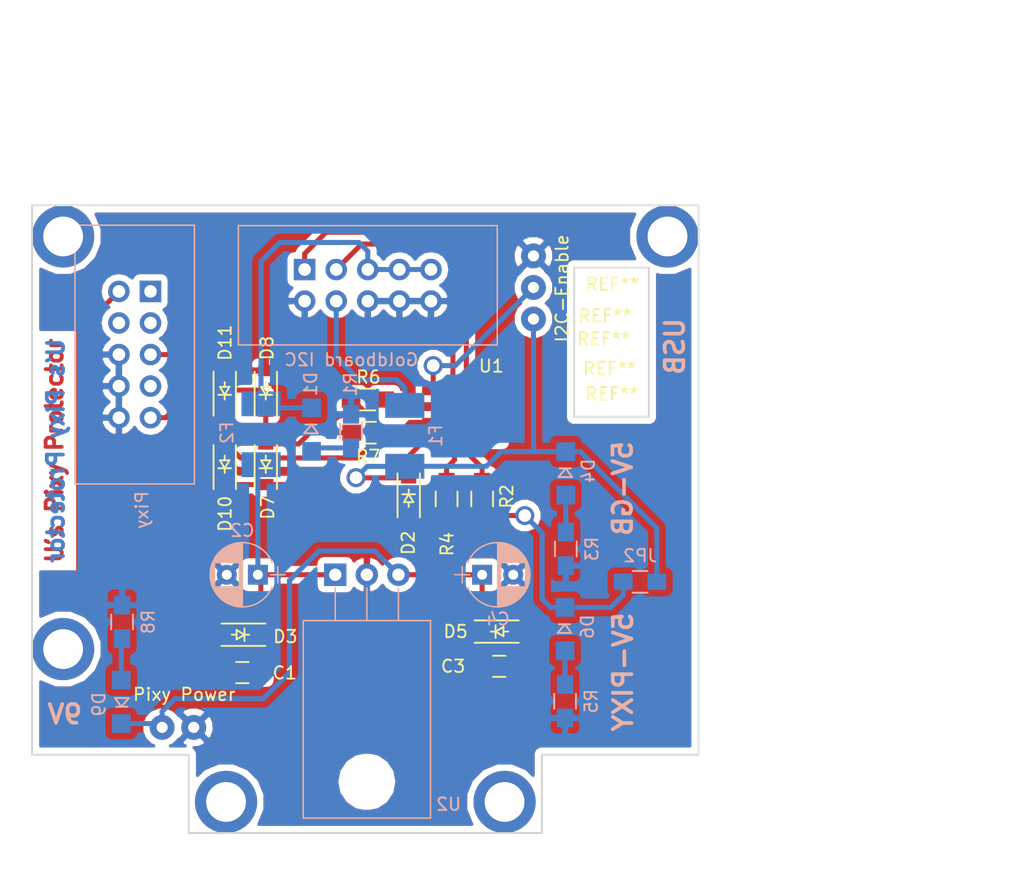
<source format=kicad_pcb>
(kicad_pcb (version 20171130) (host pcbnew 5.0.0-rc2-be01b52~65~ubuntu16.04.1)

  (general
    (thickness 1.6)
    (drawings 20)
    (tracks 135)
    (zones 0)
    (modules 37)
    (nets 23)
  )

  (page A4)
  (layers
    (0 F.Cu signal)
    (31 B.Cu signal)
    (32 B.Adhes user)
    (33 F.Adhes user)
    (34 B.Paste user)
    (35 F.Paste user)
    (36 B.SilkS user)
    (37 F.SilkS user)
    (38 B.Mask user)
    (39 F.Mask user)
    (40 Dwgs.User user)
    (41 Cmts.User user)
    (42 Eco1.User user)
    (43 Eco2.User user)
    (44 Edge.Cuts user)
    (45 Margin user)
    (46 B.CrtYd user)
    (47 F.CrtYd user)
    (48 B.Fab user hide)
    (49 F.Fab user)
  )

  (setup
    (last_trace_width 0.3048)
    (trace_clearance 0.3048)
    (zone_clearance 0.508)
    (zone_45_only no)
    (trace_min 0.2)
    (segment_width 0.2)
    (edge_width 0.15)
    (via_size 1.524)
    (via_drill 1.016)
    (via_min_size 0.4)
    (via_min_drill 0.3)
    (uvia_size 0.3)
    (uvia_drill 0.1)
    (uvias_allowed no)
    (uvia_min_size 0)
    (uvia_min_drill 0)
    (pcb_text_width 0.3)
    (pcb_text_size 1.5 1.5)
    (mod_edge_width 0.15)
    (mod_text_size 1 1)
    (mod_text_width 0.15)
    (pad_size 1.524 1.524)
    (pad_drill 0.762)
    (pad_to_mask_clearance 0.2)
    (aux_axis_origin 0 0)
    (grid_origin 100.25 100.25)
    (visible_elements FFFFFFFF)
    (pcbplotparams
      (layerselection 0x0100c_7ffffffe)
      (usegerberextensions false)
      (usegerberattributes false)
      (usegerberadvancedattributes false)
      (creategerberjobfile false)
      (excludeedgelayer true)
      (linewidth 0.100000)
      (plotframeref false)
      (viasonmask false)
      (mode 1)
      (useauxorigin false)
      (hpglpennumber 1)
      (hpglpenspeed 20)
      (hpglpendiameter 15)
      (psnegative false)
      (psa4output false)
      (plotreference true)
      (plotvalue true)
      (plotinvisibletext false)
      (padsonsilk false)
      (subtractmaskfromsilk false)
      (outputformat 3)
      (mirror false)
      (drillshape 0)
      (scaleselection 1)
      (outputdirectory stencil/))
  )

  (net 0 "")
  (net 1 "Net-(C1-Pad1)")
  (net 2 GND)
  (net 3 "Net-(C3-Pad1)")
  (net 4 "Net-(D1-Pad1)")
  (net 5 "Net-(D1-Pad2)")
  (net 6 +5VA)
  (net 7 "Net-(D4-Pad1)")
  (net 8 "Net-(D6-Pad1)")
  (net 9 +5VP)
  (net 10 "Net-(D7-Pad2)")
  (net 11 "Net-(D9-Pad1)")
  (net 12 "Net-(D10-Pad2)")
  (net 13 "Net-(F1-Pad2)")
  (net 14 "Net-(J1-Pad1)")
  (net 15 "Net-(J1-Pad3)")
  (net 16 "Net-(J3-Pad1)")
  (net 17 "Net-(J3-Pad3)")
  (net 18 "Net-(J3-Pad4)")
  (net 19 "Net-(J3-Pad7)")
  (net 20 "Net-(JP1-Pad2)")
  (net 21 "Net-(R2-Pad2)")
  (net 22 "Net-(R4-Pad2)")

  (net_class Default "This is the default net class."
    (clearance 0.3048)
    (trace_width 0.3048)
    (via_dia 1.524)
    (via_drill 1.016)
    (uvia_dia 0.3)
    (uvia_drill 0.1)
    (add_net +5VA)
    (add_net +5VP)
    (add_net GND)
    (add_net "Net-(C1-Pad1)")
    (add_net "Net-(C3-Pad1)")
    (add_net "Net-(D1-Pad1)")
    (add_net "Net-(D1-Pad2)")
    (add_net "Net-(D10-Pad2)")
    (add_net "Net-(D4-Pad1)")
    (add_net "Net-(D6-Pad1)")
    (add_net "Net-(D7-Pad2)")
    (add_net "Net-(D9-Pad1)")
    (add_net "Net-(F1-Pad2)")
    (add_net "Net-(J1-Pad1)")
    (add_net "Net-(J1-Pad3)")
    (add_net "Net-(J3-Pad1)")
    (add_net "Net-(J3-Pad3)")
    (add_net "Net-(J3-Pad4)")
    (add_net "Net-(J3-Pad7)")
    (add_net "Net-(JP1-Pad2)")
    (add_net "Net-(R2-Pad2)")
    (add_net "Net-(R4-Pad2)")
  )

  (module footprint:Mountinghole (layer F.Cu) (tedit 587C9849) (tstamp 59C4175F)
    (at 102.5 135.7)
    (fp_text reference REF** (at 44.1598 -29.35) (layer F.SilkS)
      (effects (font (size 1 1) (thickness 0.15)))
    )
    (fp_text value Mountinghole (at 0 -3.048) (layer F.Fab)
      (effects (font (size 1 1) (thickness 0.15)))
    )
    (pad "" np_thru_hole circle (at 0 0) (size 5 5) (drill 3.2) (layers *.Cu *.Mask))
  )

  (module footprint:Mountinghole (layer F.Cu) (tedit 587C9849) (tstamp 59C417EF)
    (at 115.6 148)
    (fp_text reference REF** (at 31.0344 -32.8362) (layer F.SilkS)
      (effects (font (size 1 1) (thickness 0.15)))
    )
    (fp_text value Mountinghole (at 0 -3.048) (layer F.Fab)
      (effects (font (size 1 1) (thickness 0.15)))
    )
    (pad "" np_thru_hole circle (at 0 0) (size 5 5) (drill 3.2) (layers *.Cu *.Mask))
  )

  (module footprint:Mountinghole (layer F.Cu) (tedit 587C9849) (tstamp 59C41746)
    (at 151.1 102.5)
    (fp_text reference REF** (at -5.0244 6.39) (layer F.SilkS)
      (effects (font (size 1 1) (thickness 0.15)))
    )
    (fp_text value Mountinghole (at 0 -3.048) (layer F.Fab)
      (effects (font (size 1 1) (thickness 0.15)))
    )
    (pad "" np_thru_hole circle (at 0 0) (size 5 5) (drill 3.2) (layers *.Cu *.Mask))
  )

  (module footprint:Mountinghole (layer F.Cu) (tedit 587C9849) (tstamp 59C4180A)
    (at 138 148)
    (fp_text reference REF** (at 8.4566 -34.8682) (layer F.SilkS)
      (effects (font (size 1 1) (thickness 0.15)))
    )
    (fp_text value Mountinghole (at 0 -3.048) (layer F.Fab)
      (effects (font (size 1 1) (thickness 0.15)))
    )
    (pad "" np_thru_hole circle (at 0 0) (size 5 5) (drill 3.2) (layers *.Cu *.Mask))
  )

  (module footprint:C_0805 (layer F.Cu) (tedit 541A9B8D) (tstamp 59C41331)
    (at 116.911 137.592 180)
    (descr "Capacitor SMD 0805, hand soldering")
    (tags "capacitor 0805")
    (path /59AEC55D)
    (attr smd)
    (fp_text reference C1 (at -3.409 -0.0254 180) (layer F.SilkS)
      (effects (font (size 1 1) (thickness 0.15)))
    )
    (fp_text value 100n (at 0 2.1 180) (layer F.Fab)
      (effects (font (size 1 1) (thickness 0.15)))
    )
    (fp_line (start -2.3 -1) (end 2.3 -1) (layer F.CrtYd) (width 0.05))
    (fp_line (start -2.3 1) (end 2.3 1) (layer F.CrtYd) (width 0.05))
    (fp_line (start -2.3 -1) (end -2.3 1) (layer F.CrtYd) (width 0.05))
    (fp_line (start 2.3 -1) (end 2.3 1) (layer F.CrtYd) (width 0.05))
    (fp_line (start 0.5 -0.85) (end -0.5 -0.85) (layer F.SilkS) (width 0.15))
    (fp_line (start -0.5 0.85) (end 0.5 0.85) (layer F.SilkS) (width 0.15))
    (pad 1 smd rect (at -1.25 0 180) (size 1.5 1.25) (layers F.Cu F.Paste F.Mask)
      (net 1 "Net-(C1-Pad1)"))
    (pad 2 smd rect (at 1.25 0 180) (size 1.5 1.25) (layers F.Cu F.Paste F.Mask)
      (net 2 GND))
    (model Capacitors_SMD.3dshapes/C_0805_HandSoldering.wrl
      (at (xyz 0 0 0))
      (scale (xyz 1 1 1))
      (rotate (xyz 0 0 0))
    )
  )

  (module Capacitors_THT:CP_Radial_D5.0mm_P2.50mm (layer B.Cu) (tedit 58765D06) (tstamp 59C41337)
    (at 118.161 129.718 180)
    (descr "CP, Radial series, Radial, pin pitch=2.50mm, , diameter=5mm, Electrolytic Capacitor")
    (tags "CP Radial series Radial pin pitch 2.50mm  diameter 5mm Electrolytic Capacitor")
    (path /59AEC5EB)
    (fp_text reference C2 (at 1.25 3.56 180) (layer B.SilkS)
      (effects (font (size 1 1) (thickness 0.15)) (justify mirror))
    )
    (fp_text value 47u (at 1.25 -3.56 180) (layer B.Fab)
      (effects (font (size 1 1) (thickness 0.15)) (justify mirror))
    )
    (fp_arc (start 1.25 0) (end -1.147436 0.98) (angle -135.5) (layer B.SilkS) (width 0.12))
    (fp_arc (start 1.25 0) (end -1.147436 -0.98) (angle 135.5) (layer B.SilkS) (width 0.12))
    (fp_arc (start 1.25 0) (end 3.647436 0.98) (angle -44.5) (layer B.SilkS) (width 0.12))
    (fp_circle (center 1.25 0) (end 3.75 0) (layer B.Fab) (width 0.1))
    (fp_line (start -2.2 0) (end -1 0) (layer B.Fab) (width 0.1))
    (fp_line (start -1.6 0.65) (end -1.6 -0.65) (layer B.Fab) (width 0.1))
    (fp_line (start 1.25 2.55) (end 1.25 -2.55) (layer B.SilkS) (width 0.12))
    (fp_line (start 1.29 2.55) (end 1.29 -2.55) (layer B.SilkS) (width 0.12))
    (fp_line (start 1.33 2.549) (end 1.33 -2.549) (layer B.SilkS) (width 0.12))
    (fp_line (start 1.37 2.548) (end 1.37 -2.548) (layer B.SilkS) (width 0.12))
    (fp_line (start 1.41 2.546) (end 1.41 -2.546) (layer B.SilkS) (width 0.12))
    (fp_line (start 1.45 2.543) (end 1.45 -2.543) (layer B.SilkS) (width 0.12))
    (fp_line (start 1.49 2.539) (end 1.49 -2.539) (layer B.SilkS) (width 0.12))
    (fp_line (start 1.53 2.535) (end 1.53 0.98) (layer B.SilkS) (width 0.12))
    (fp_line (start 1.53 -0.98) (end 1.53 -2.535) (layer B.SilkS) (width 0.12))
    (fp_line (start 1.57 2.531) (end 1.57 0.98) (layer B.SilkS) (width 0.12))
    (fp_line (start 1.57 -0.98) (end 1.57 -2.531) (layer B.SilkS) (width 0.12))
    (fp_line (start 1.61 2.525) (end 1.61 0.98) (layer B.SilkS) (width 0.12))
    (fp_line (start 1.61 -0.98) (end 1.61 -2.525) (layer B.SilkS) (width 0.12))
    (fp_line (start 1.65 2.519) (end 1.65 0.98) (layer B.SilkS) (width 0.12))
    (fp_line (start 1.65 -0.98) (end 1.65 -2.519) (layer B.SilkS) (width 0.12))
    (fp_line (start 1.69 2.513) (end 1.69 0.98) (layer B.SilkS) (width 0.12))
    (fp_line (start 1.69 -0.98) (end 1.69 -2.513) (layer B.SilkS) (width 0.12))
    (fp_line (start 1.73 2.506) (end 1.73 0.98) (layer B.SilkS) (width 0.12))
    (fp_line (start 1.73 -0.98) (end 1.73 -2.506) (layer B.SilkS) (width 0.12))
    (fp_line (start 1.77 2.498) (end 1.77 0.98) (layer B.SilkS) (width 0.12))
    (fp_line (start 1.77 -0.98) (end 1.77 -2.498) (layer B.SilkS) (width 0.12))
    (fp_line (start 1.81 2.489) (end 1.81 0.98) (layer B.SilkS) (width 0.12))
    (fp_line (start 1.81 -0.98) (end 1.81 -2.489) (layer B.SilkS) (width 0.12))
    (fp_line (start 1.85 2.48) (end 1.85 0.98) (layer B.SilkS) (width 0.12))
    (fp_line (start 1.85 -0.98) (end 1.85 -2.48) (layer B.SilkS) (width 0.12))
    (fp_line (start 1.89 2.47) (end 1.89 0.98) (layer B.SilkS) (width 0.12))
    (fp_line (start 1.89 -0.98) (end 1.89 -2.47) (layer B.SilkS) (width 0.12))
    (fp_line (start 1.93 2.46) (end 1.93 0.98) (layer B.SilkS) (width 0.12))
    (fp_line (start 1.93 -0.98) (end 1.93 -2.46) (layer B.SilkS) (width 0.12))
    (fp_line (start 1.971 2.448) (end 1.971 0.98) (layer B.SilkS) (width 0.12))
    (fp_line (start 1.971 -0.98) (end 1.971 -2.448) (layer B.SilkS) (width 0.12))
    (fp_line (start 2.011 2.436) (end 2.011 0.98) (layer B.SilkS) (width 0.12))
    (fp_line (start 2.011 -0.98) (end 2.011 -2.436) (layer B.SilkS) (width 0.12))
    (fp_line (start 2.051 2.424) (end 2.051 0.98) (layer B.SilkS) (width 0.12))
    (fp_line (start 2.051 -0.98) (end 2.051 -2.424) (layer B.SilkS) (width 0.12))
    (fp_line (start 2.091 2.41) (end 2.091 0.98) (layer B.SilkS) (width 0.12))
    (fp_line (start 2.091 -0.98) (end 2.091 -2.41) (layer B.SilkS) (width 0.12))
    (fp_line (start 2.131 2.396) (end 2.131 0.98) (layer B.SilkS) (width 0.12))
    (fp_line (start 2.131 -0.98) (end 2.131 -2.396) (layer B.SilkS) (width 0.12))
    (fp_line (start 2.171 2.382) (end 2.171 0.98) (layer B.SilkS) (width 0.12))
    (fp_line (start 2.171 -0.98) (end 2.171 -2.382) (layer B.SilkS) (width 0.12))
    (fp_line (start 2.211 2.366) (end 2.211 0.98) (layer B.SilkS) (width 0.12))
    (fp_line (start 2.211 -0.98) (end 2.211 -2.366) (layer B.SilkS) (width 0.12))
    (fp_line (start 2.251 2.35) (end 2.251 0.98) (layer B.SilkS) (width 0.12))
    (fp_line (start 2.251 -0.98) (end 2.251 -2.35) (layer B.SilkS) (width 0.12))
    (fp_line (start 2.291 2.333) (end 2.291 0.98) (layer B.SilkS) (width 0.12))
    (fp_line (start 2.291 -0.98) (end 2.291 -2.333) (layer B.SilkS) (width 0.12))
    (fp_line (start 2.331 2.315) (end 2.331 0.98) (layer B.SilkS) (width 0.12))
    (fp_line (start 2.331 -0.98) (end 2.331 -2.315) (layer B.SilkS) (width 0.12))
    (fp_line (start 2.371 2.296) (end 2.371 0.98) (layer B.SilkS) (width 0.12))
    (fp_line (start 2.371 -0.98) (end 2.371 -2.296) (layer B.SilkS) (width 0.12))
    (fp_line (start 2.411 2.276) (end 2.411 0.98) (layer B.SilkS) (width 0.12))
    (fp_line (start 2.411 -0.98) (end 2.411 -2.276) (layer B.SilkS) (width 0.12))
    (fp_line (start 2.451 2.256) (end 2.451 0.98) (layer B.SilkS) (width 0.12))
    (fp_line (start 2.451 -0.98) (end 2.451 -2.256) (layer B.SilkS) (width 0.12))
    (fp_line (start 2.491 2.234) (end 2.491 0.98) (layer B.SilkS) (width 0.12))
    (fp_line (start 2.491 -0.98) (end 2.491 -2.234) (layer B.SilkS) (width 0.12))
    (fp_line (start 2.531 2.212) (end 2.531 0.98) (layer B.SilkS) (width 0.12))
    (fp_line (start 2.531 -0.98) (end 2.531 -2.212) (layer B.SilkS) (width 0.12))
    (fp_line (start 2.571 2.189) (end 2.571 0.98) (layer B.SilkS) (width 0.12))
    (fp_line (start 2.571 -0.98) (end 2.571 -2.189) (layer B.SilkS) (width 0.12))
    (fp_line (start 2.611 2.165) (end 2.611 0.98) (layer B.SilkS) (width 0.12))
    (fp_line (start 2.611 -0.98) (end 2.611 -2.165) (layer B.SilkS) (width 0.12))
    (fp_line (start 2.651 2.14) (end 2.651 0.98) (layer B.SilkS) (width 0.12))
    (fp_line (start 2.651 -0.98) (end 2.651 -2.14) (layer B.SilkS) (width 0.12))
    (fp_line (start 2.691 2.113) (end 2.691 0.98) (layer B.SilkS) (width 0.12))
    (fp_line (start 2.691 -0.98) (end 2.691 -2.113) (layer B.SilkS) (width 0.12))
    (fp_line (start 2.731 2.086) (end 2.731 0.98) (layer B.SilkS) (width 0.12))
    (fp_line (start 2.731 -0.98) (end 2.731 -2.086) (layer B.SilkS) (width 0.12))
    (fp_line (start 2.771 2.058) (end 2.771 0.98) (layer B.SilkS) (width 0.12))
    (fp_line (start 2.771 -0.98) (end 2.771 -2.058) (layer B.SilkS) (width 0.12))
    (fp_line (start 2.811 2.028) (end 2.811 0.98) (layer B.SilkS) (width 0.12))
    (fp_line (start 2.811 -0.98) (end 2.811 -2.028) (layer B.SilkS) (width 0.12))
    (fp_line (start 2.851 1.997) (end 2.851 0.98) (layer B.SilkS) (width 0.12))
    (fp_line (start 2.851 -0.98) (end 2.851 -1.997) (layer B.SilkS) (width 0.12))
    (fp_line (start 2.891 1.965) (end 2.891 0.98) (layer B.SilkS) (width 0.12))
    (fp_line (start 2.891 -0.98) (end 2.891 -1.965) (layer B.SilkS) (width 0.12))
    (fp_line (start 2.931 1.932) (end 2.931 0.98) (layer B.SilkS) (width 0.12))
    (fp_line (start 2.931 -0.98) (end 2.931 -1.932) (layer B.SilkS) (width 0.12))
    (fp_line (start 2.971 1.897) (end 2.971 0.98) (layer B.SilkS) (width 0.12))
    (fp_line (start 2.971 -0.98) (end 2.971 -1.897) (layer B.SilkS) (width 0.12))
    (fp_line (start 3.011 1.861) (end 3.011 0.98) (layer B.SilkS) (width 0.12))
    (fp_line (start 3.011 -0.98) (end 3.011 -1.861) (layer B.SilkS) (width 0.12))
    (fp_line (start 3.051 1.823) (end 3.051 0.98) (layer B.SilkS) (width 0.12))
    (fp_line (start 3.051 -0.98) (end 3.051 -1.823) (layer B.SilkS) (width 0.12))
    (fp_line (start 3.091 1.783) (end 3.091 0.98) (layer B.SilkS) (width 0.12))
    (fp_line (start 3.091 -0.98) (end 3.091 -1.783) (layer B.SilkS) (width 0.12))
    (fp_line (start 3.131 1.742) (end 3.131 0.98) (layer B.SilkS) (width 0.12))
    (fp_line (start 3.131 -0.98) (end 3.131 -1.742) (layer B.SilkS) (width 0.12))
    (fp_line (start 3.171 1.699) (end 3.171 0.98) (layer B.SilkS) (width 0.12))
    (fp_line (start 3.171 -0.98) (end 3.171 -1.699) (layer B.SilkS) (width 0.12))
    (fp_line (start 3.211 1.654) (end 3.211 0.98) (layer B.SilkS) (width 0.12))
    (fp_line (start 3.211 -0.98) (end 3.211 -1.654) (layer B.SilkS) (width 0.12))
    (fp_line (start 3.251 1.606) (end 3.251 0.98) (layer B.SilkS) (width 0.12))
    (fp_line (start 3.251 -0.98) (end 3.251 -1.606) (layer B.SilkS) (width 0.12))
    (fp_line (start 3.291 1.556) (end 3.291 0.98) (layer B.SilkS) (width 0.12))
    (fp_line (start 3.291 -0.98) (end 3.291 -1.556) (layer B.SilkS) (width 0.12))
    (fp_line (start 3.331 1.504) (end 3.331 0.98) (layer B.SilkS) (width 0.12))
    (fp_line (start 3.331 -0.98) (end 3.331 -1.504) (layer B.SilkS) (width 0.12))
    (fp_line (start 3.371 1.448) (end 3.371 0.98) (layer B.SilkS) (width 0.12))
    (fp_line (start 3.371 -0.98) (end 3.371 -1.448) (layer B.SilkS) (width 0.12))
    (fp_line (start 3.411 1.39) (end 3.411 0.98) (layer B.SilkS) (width 0.12))
    (fp_line (start 3.411 -0.98) (end 3.411 -1.39) (layer B.SilkS) (width 0.12))
    (fp_line (start 3.451 1.327) (end 3.451 0.98) (layer B.SilkS) (width 0.12))
    (fp_line (start 3.451 -0.98) (end 3.451 -1.327) (layer B.SilkS) (width 0.12))
    (fp_line (start 3.491 1.261) (end 3.491 -1.261) (layer B.SilkS) (width 0.12))
    (fp_line (start 3.531 1.189) (end 3.531 -1.189) (layer B.SilkS) (width 0.12))
    (fp_line (start 3.571 1.112) (end 3.571 -1.112) (layer B.SilkS) (width 0.12))
    (fp_line (start 3.611 1.028) (end 3.611 -1.028) (layer B.SilkS) (width 0.12))
    (fp_line (start 3.651 0.934) (end 3.651 -0.934) (layer B.SilkS) (width 0.12))
    (fp_line (start 3.691 0.829) (end 3.691 -0.829) (layer B.SilkS) (width 0.12))
    (fp_line (start 3.731 0.707) (end 3.731 -0.707) (layer B.SilkS) (width 0.12))
    (fp_line (start 3.771 0.559) (end 3.771 -0.559) (layer B.SilkS) (width 0.12))
    (fp_line (start 3.811 0.354) (end 3.811 -0.354) (layer B.SilkS) (width 0.12))
    (fp_line (start -2.2 0) (end -1 0) (layer B.SilkS) (width 0.12))
    (fp_line (start -1.6 0.65) (end -1.6 -0.65) (layer B.SilkS) (width 0.12))
    (fp_line (start -1.6 2.85) (end -1.6 -2.85) (layer B.CrtYd) (width 0.05))
    (fp_line (start -1.6 -2.85) (end 4.1 -2.85) (layer B.CrtYd) (width 0.05))
    (fp_line (start 4.1 -2.85) (end 4.1 2.85) (layer B.CrtYd) (width 0.05))
    (fp_line (start 4.1 2.85) (end -1.6 2.85) (layer B.CrtYd) (width 0.05))
    (pad 1 thru_hole rect (at 0 0 180) (size 1.6 1.6) (drill 0.8) (layers *.Cu *.Mask)
      (net 1 "Net-(C1-Pad1)"))
    (pad 2 thru_hole circle (at 2.5 0 180) (size 1.6 1.6) (drill 0.8) (layers *.Cu *.Mask)
      (net 2 GND))
    (model Capacitors_ThroughHole.3dshapes/CP_Radial_D5.0mm_P2.50mm.wrl
      (at (xyz 0 0 0))
      (scale (xyz 0.393701 0.393701 0.393701))
      (rotate (xyz 0 0 0))
    )
  )

  (module footprint:C_0805 (layer F.Cu) (tedit 541A9B8D) (tstamp 59C4133D)
    (at 137.572 137.084)
    (descr "Capacitor SMD 0805, hand soldering")
    (tags "capacitor 0805")
    (path /59AEC4F4)
    (attr smd)
    (fp_text reference C3 (at -3.7138 0) (layer F.SilkS)
      (effects (font (size 1 1) (thickness 0.15)))
    )
    (fp_text value 100n (at 0 2.1) (layer F.Fab)
      (effects (font (size 1 1) (thickness 0.15)))
    )
    (fp_line (start -2.3 -1) (end 2.3 -1) (layer F.CrtYd) (width 0.05))
    (fp_line (start -2.3 1) (end 2.3 1) (layer F.CrtYd) (width 0.05))
    (fp_line (start -2.3 -1) (end -2.3 1) (layer F.CrtYd) (width 0.05))
    (fp_line (start 2.3 -1) (end 2.3 1) (layer F.CrtYd) (width 0.05))
    (fp_line (start 0.5 -0.85) (end -0.5 -0.85) (layer F.SilkS) (width 0.15))
    (fp_line (start -0.5 0.85) (end 0.5 0.85) (layer F.SilkS) (width 0.15))
    (pad 1 smd rect (at -1.25 0) (size 1.5 1.25) (layers F.Cu F.Paste F.Mask)
      (net 3 "Net-(C3-Pad1)"))
    (pad 2 smd rect (at 1.25 0) (size 1.5 1.25) (layers F.Cu F.Paste F.Mask)
      (net 2 GND))
    (model Capacitors_SMD.3dshapes/C_0805_HandSoldering.wrl
      (at (xyz 0 0 0))
      (scale (xyz 1 1 1))
      (rotate (xyz 0 0 0))
    )
  )

  (module Capacitors_THT:CP_Radial_D5.0mm_P2.50mm (layer B.Cu) (tedit 58765D06) (tstamp 59C41343)
    (at 136.195 129.718)
    (descr "CP, Radial series, Radial, pin pitch=2.50mm, , diameter=5mm, Electrolytic Capacitor")
    (tags "CP Radial series Radial pin pitch 2.50mm  diameter 5mm Electrolytic Capacitor")
    (path /59AEC66A)
    (fp_text reference C4 (at 1.25 3.56) (layer B.SilkS)
      (effects (font (size 1 1) (thickness 0.15)) (justify mirror))
    )
    (fp_text value 47u (at -3.0734 1.4478) (layer B.Fab)
      (effects (font (size 1 1) (thickness 0.15)) (justify mirror))
    )
    (fp_arc (start 1.25 0) (end -1.147436 0.98) (angle -135.5) (layer B.SilkS) (width 0.12))
    (fp_arc (start 1.25 0) (end -1.147436 -0.98) (angle 135.5) (layer B.SilkS) (width 0.12))
    (fp_arc (start 1.25 0) (end 3.647436 0.98) (angle -44.5) (layer B.SilkS) (width 0.12))
    (fp_circle (center 1.25 0) (end 3.75 0) (layer B.Fab) (width 0.1))
    (fp_line (start -2.2 0) (end -1 0) (layer B.Fab) (width 0.1))
    (fp_line (start -1.6 0.65) (end -1.6 -0.65) (layer B.Fab) (width 0.1))
    (fp_line (start 1.25 2.55) (end 1.25 -2.55) (layer B.SilkS) (width 0.12))
    (fp_line (start 1.29 2.55) (end 1.29 -2.55) (layer B.SilkS) (width 0.12))
    (fp_line (start 1.33 2.549) (end 1.33 -2.549) (layer B.SilkS) (width 0.12))
    (fp_line (start 1.37 2.548) (end 1.37 -2.548) (layer B.SilkS) (width 0.12))
    (fp_line (start 1.41 2.546) (end 1.41 -2.546) (layer B.SilkS) (width 0.12))
    (fp_line (start 1.45 2.543) (end 1.45 -2.543) (layer B.SilkS) (width 0.12))
    (fp_line (start 1.49 2.539) (end 1.49 -2.539) (layer B.SilkS) (width 0.12))
    (fp_line (start 1.53 2.535) (end 1.53 0.98) (layer B.SilkS) (width 0.12))
    (fp_line (start 1.53 -0.98) (end 1.53 -2.535) (layer B.SilkS) (width 0.12))
    (fp_line (start 1.57 2.531) (end 1.57 0.98) (layer B.SilkS) (width 0.12))
    (fp_line (start 1.57 -0.98) (end 1.57 -2.531) (layer B.SilkS) (width 0.12))
    (fp_line (start 1.61 2.525) (end 1.61 0.98) (layer B.SilkS) (width 0.12))
    (fp_line (start 1.61 -0.98) (end 1.61 -2.525) (layer B.SilkS) (width 0.12))
    (fp_line (start 1.65 2.519) (end 1.65 0.98) (layer B.SilkS) (width 0.12))
    (fp_line (start 1.65 -0.98) (end 1.65 -2.519) (layer B.SilkS) (width 0.12))
    (fp_line (start 1.69 2.513) (end 1.69 0.98) (layer B.SilkS) (width 0.12))
    (fp_line (start 1.69 -0.98) (end 1.69 -2.513) (layer B.SilkS) (width 0.12))
    (fp_line (start 1.73 2.506) (end 1.73 0.98) (layer B.SilkS) (width 0.12))
    (fp_line (start 1.73 -0.98) (end 1.73 -2.506) (layer B.SilkS) (width 0.12))
    (fp_line (start 1.77 2.498) (end 1.77 0.98) (layer B.SilkS) (width 0.12))
    (fp_line (start 1.77 -0.98) (end 1.77 -2.498) (layer B.SilkS) (width 0.12))
    (fp_line (start 1.81 2.489) (end 1.81 0.98) (layer B.SilkS) (width 0.12))
    (fp_line (start 1.81 -0.98) (end 1.81 -2.489) (layer B.SilkS) (width 0.12))
    (fp_line (start 1.85 2.48) (end 1.85 0.98) (layer B.SilkS) (width 0.12))
    (fp_line (start 1.85 -0.98) (end 1.85 -2.48) (layer B.SilkS) (width 0.12))
    (fp_line (start 1.89 2.47) (end 1.89 0.98) (layer B.SilkS) (width 0.12))
    (fp_line (start 1.89 -0.98) (end 1.89 -2.47) (layer B.SilkS) (width 0.12))
    (fp_line (start 1.93 2.46) (end 1.93 0.98) (layer B.SilkS) (width 0.12))
    (fp_line (start 1.93 -0.98) (end 1.93 -2.46) (layer B.SilkS) (width 0.12))
    (fp_line (start 1.971 2.448) (end 1.971 0.98) (layer B.SilkS) (width 0.12))
    (fp_line (start 1.971 -0.98) (end 1.971 -2.448) (layer B.SilkS) (width 0.12))
    (fp_line (start 2.011 2.436) (end 2.011 0.98) (layer B.SilkS) (width 0.12))
    (fp_line (start 2.011 -0.98) (end 2.011 -2.436) (layer B.SilkS) (width 0.12))
    (fp_line (start 2.051 2.424) (end 2.051 0.98) (layer B.SilkS) (width 0.12))
    (fp_line (start 2.051 -0.98) (end 2.051 -2.424) (layer B.SilkS) (width 0.12))
    (fp_line (start 2.091 2.41) (end 2.091 0.98) (layer B.SilkS) (width 0.12))
    (fp_line (start 2.091 -0.98) (end 2.091 -2.41) (layer B.SilkS) (width 0.12))
    (fp_line (start 2.131 2.396) (end 2.131 0.98) (layer B.SilkS) (width 0.12))
    (fp_line (start 2.131 -0.98) (end 2.131 -2.396) (layer B.SilkS) (width 0.12))
    (fp_line (start 2.171 2.382) (end 2.171 0.98) (layer B.SilkS) (width 0.12))
    (fp_line (start 2.171 -0.98) (end 2.171 -2.382) (layer B.SilkS) (width 0.12))
    (fp_line (start 2.211 2.366) (end 2.211 0.98) (layer B.SilkS) (width 0.12))
    (fp_line (start 2.211 -0.98) (end 2.211 -2.366) (layer B.SilkS) (width 0.12))
    (fp_line (start 2.251 2.35) (end 2.251 0.98) (layer B.SilkS) (width 0.12))
    (fp_line (start 2.251 -0.98) (end 2.251 -2.35) (layer B.SilkS) (width 0.12))
    (fp_line (start 2.291 2.333) (end 2.291 0.98) (layer B.SilkS) (width 0.12))
    (fp_line (start 2.291 -0.98) (end 2.291 -2.333) (layer B.SilkS) (width 0.12))
    (fp_line (start 2.331 2.315) (end 2.331 0.98) (layer B.SilkS) (width 0.12))
    (fp_line (start 2.331 -0.98) (end 2.331 -2.315) (layer B.SilkS) (width 0.12))
    (fp_line (start 2.371 2.296) (end 2.371 0.98) (layer B.SilkS) (width 0.12))
    (fp_line (start 2.371 -0.98) (end 2.371 -2.296) (layer B.SilkS) (width 0.12))
    (fp_line (start 2.411 2.276) (end 2.411 0.98) (layer B.SilkS) (width 0.12))
    (fp_line (start 2.411 -0.98) (end 2.411 -2.276) (layer B.SilkS) (width 0.12))
    (fp_line (start 2.451 2.256) (end 2.451 0.98) (layer B.SilkS) (width 0.12))
    (fp_line (start 2.451 -0.98) (end 2.451 -2.256) (layer B.SilkS) (width 0.12))
    (fp_line (start 2.491 2.234) (end 2.491 0.98) (layer B.SilkS) (width 0.12))
    (fp_line (start 2.491 -0.98) (end 2.491 -2.234) (layer B.SilkS) (width 0.12))
    (fp_line (start 2.531 2.212) (end 2.531 0.98) (layer B.SilkS) (width 0.12))
    (fp_line (start 2.531 -0.98) (end 2.531 -2.212) (layer B.SilkS) (width 0.12))
    (fp_line (start 2.571 2.189) (end 2.571 0.98) (layer B.SilkS) (width 0.12))
    (fp_line (start 2.571 -0.98) (end 2.571 -2.189) (layer B.SilkS) (width 0.12))
    (fp_line (start 2.611 2.165) (end 2.611 0.98) (layer B.SilkS) (width 0.12))
    (fp_line (start 2.611 -0.98) (end 2.611 -2.165) (layer B.SilkS) (width 0.12))
    (fp_line (start 2.651 2.14) (end 2.651 0.98) (layer B.SilkS) (width 0.12))
    (fp_line (start 2.651 -0.98) (end 2.651 -2.14) (layer B.SilkS) (width 0.12))
    (fp_line (start 2.691 2.113) (end 2.691 0.98) (layer B.SilkS) (width 0.12))
    (fp_line (start 2.691 -0.98) (end 2.691 -2.113) (layer B.SilkS) (width 0.12))
    (fp_line (start 2.731 2.086) (end 2.731 0.98) (layer B.SilkS) (width 0.12))
    (fp_line (start 2.731 -0.98) (end 2.731 -2.086) (layer B.SilkS) (width 0.12))
    (fp_line (start 2.771 2.058) (end 2.771 0.98) (layer B.SilkS) (width 0.12))
    (fp_line (start 2.771 -0.98) (end 2.771 -2.058) (layer B.SilkS) (width 0.12))
    (fp_line (start 2.811 2.028) (end 2.811 0.98) (layer B.SilkS) (width 0.12))
    (fp_line (start 2.811 -0.98) (end 2.811 -2.028) (layer B.SilkS) (width 0.12))
    (fp_line (start 2.851 1.997) (end 2.851 0.98) (layer B.SilkS) (width 0.12))
    (fp_line (start 2.851 -0.98) (end 2.851 -1.997) (layer B.SilkS) (width 0.12))
    (fp_line (start 2.891 1.965) (end 2.891 0.98) (layer B.SilkS) (width 0.12))
    (fp_line (start 2.891 -0.98) (end 2.891 -1.965) (layer B.SilkS) (width 0.12))
    (fp_line (start 2.931 1.932) (end 2.931 0.98) (layer B.SilkS) (width 0.12))
    (fp_line (start 2.931 -0.98) (end 2.931 -1.932) (layer B.SilkS) (width 0.12))
    (fp_line (start 2.971 1.897) (end 2.971 0.98) (layer B.SilkS) (width 0.12))
    (fp_line (start 2.971 -0.98) (end 2.971 -1.897) (layer B.SilkS) (width 0.12))
    (fp_line (start 3.011 1.861) (end 3.011 0.98) (layer B.SilkS) (width 0.12))
    (fp_line (start 3.011 -0.98) (end 3.011 -1.861) (layer B.SilkS) (width 0.12))
    (fp_line (start 3.051 1.823) (end 3.051 0.98) (layer B.SilkS) (width 0.12))
    (fp_line (start 3.051 -0.98) (end 3.051 -1.823) (layer B.SilkS) (width 0.12))
    (fp_line (start 3.091 1.783) (end 3.091 0.98) (layer B.SilkS) (width 0.12))
    (fp_line (start 3.091 -0.98) (end 3.091 -1.783) (layer B.SilkS) (width 0.12))
    (fp_line (start 3.131 1.742) (end 3.131 0.98) (layer B.SilkS) (width 0.12))
    (fp_line (start 3.131 -0.98) (end 3.131 -1.742) (layer B.SilkS) (width 0.12))
    (fp_line (start 3.171 1.699) (end 3.171 0.98) (layer B.SilkS) (width 0.12))
    (fp_line (start 3.171 -0.98) (end 3.171 -1.699) (layer B.SilkS) (width 0.12))
    (fp_line (start 3.211 1.654) (end 3.211 0.98) (layer B.SilkS) (width 0.12))
    (fp_line (start 3.211 -0.98) (end 3.211 -1.654) (layer B.SilkS) (width 0.12))
    (fp_line (start 3.251 1.606) (end 3.251 0.98) (layer B.SilkS) (width 0.12))
    (fp_line (start 3.251 -0.98) (end 3.251 -1.606) (layer B.SilkS) (width 0.12))
    (fp_line (start 3.291 1.556) (end 3.291 0.98) (layer B.SilkS) (width 0.12))
    (fp_line (start 3.291 -0.98) (end 3.291 -1.556) (layer B.SilkS) (width 0.12))
    (fp_line (start 3.331 1.504) (end 3.331 0.98) (layer B.SilkS) (width 0.12))
    (fp_line (start 3.331 -0.98) (end 3.331 -1.504) (layer B.SilkS) (width 0.12))
    (fp_line (start 3.371 1.448) (end 3.371 0.98) (layer B.SilkS) (width 0.12))
    (fp_line (start 3.371 -0.98) (end 3.371 -1.448) (layer B.SilkS) (width 0.12))
    (fp_line (start 3.411 1.39) (end 3.411 0.98) (layer B.SilkS) (width 0.12))
    (fp_line (start 3.411 -0.98) (end 3.411 -1.39) (layer B.SilkS) (width 0.12))
    (fp_line (start 3.451 1.327) (end 3.451 0.98) (layer B.SilkS) (width 0.12))
    (fp_line (start 3.451 -0.98) (end 3.451 -1.327) (layer B.SilkS) (width 0.12))
    (fp_line (start 3.491 1.261) (end 3.491 -1.261) (layer B.SilkS) (width 0.12))
    (fp_line (start 3.531 1.189) (end 3.531 -1.189) (layer B.SilkS) (width 0.12))
    (fp_line (start 3.571 1.112) (end 3.571 -1.112) (layer B.SilkS) (width 0.12))
    (fp_line (start 3.611 1.028) (end 3.611 -1.028) (layer B.SilkS) (width 0.12))
    (fp_line (start 3.651 0.934) (end 3.651 -0.934) (layer B.SilkS) (width 0.12))
    (fp_line (start 3.691 0.829) (end 3.691 -0.829) (layer B.SilkS) (width 0.12))
    (fp_line (start 3.731 0.707) (end 3.731 -0.707) (layer B.SilkS) (width 0.12))
    (fp_line (start 3.771 0.559) (end 3.771 -0.559) (layer B.SilkS) (width 0.12))
    (fp_line (start 3.811 0.354) (end 3.811 -0.354) (layer B.SilkS) (width 0.12))
    (fp_line (start -2.2 0) (end -1 0) (layer B.SilkS) (width 0.12))
    (fp_line (start -1.6 0.65) (end -1.6 -0.65) (layer B.SilkS) (width 0.12))
    (fp_line (start -1.6 2.85) (end -1.6 -2.85) (layer B.CrtYd) (width 0.05))
    (fp_line (start -1.6 -2.85) (end 4.1 -2.85) (layer B.CrtYd) (width 0.05))
    (fp_line (start 4.1 -2.85) (end 4.1 2.85) (layer B.CrtYd) (width 0.05))
    (fp_line (start 4.1 2.85) (end -1.6 2.85) (layer B.CrtYd) (width 0.05))
    (pad 1 thru_hole rect (at 0 0) (size 1.6 1.6) (drill 0.8) (layers *.Cu *.Mask)
      (net 3 "Net-(C3-Pad1)"))
    (pad 2 thru_hole circle (at 2.5 0) (size 1.6 1.6) (drill 0.8) (layers *.Cu *.Mask)
      (net 2 GND))
    (model Capacitors_ThroughHole.3dshapes/CP_Radial_D5.0mm_P2.50mm.wrl
      (at (xyz 0 0 0))
      (scale (xyz 0.393701 0.393701 0.393701))
      (rotate (xyz 0 0 0))
    )
  )

  (module footprint:1206_LED (layer B.Cu) (tedit 584E9A37) (tstamp 59C41349)
    (at 122.479 118.034 270)
    (path /59AF0644)
    (fp_text reference D1 (at -3.6576 0.0762 270) (layer B.SilkS)
      (effects (font (size 1 1) (thickness 0.15)) (justify mirror))
    )
    (fp_text value LED (at 0.3 1.7 270) (layer B.Fab)
      (effects (font (size 1 1) (thickness 0.15)) (justify mirror))
    )
    (fp_line (start -0.4 0.5) (end -0.4 -0.4) (layer B.SilkS) (width 0.15))
    (fp_line (start -0.4 0) (end 0.3 0.6) (layer B.SilkS) (width 0.15))
    (fp_line (start 0.3 0.6) (end 0.3 -0.5) (layer B.SilkS) (width 0.15))
    (fp_line (start 0.3 -0.5) (end -0.4 0) (layer B.SilkS) (width 0.15))
    (pad 1 smd rect (at 1.75 0 270) (size 1.5 1.5) (layers B.Cu B.Paste B.Mask)
      (net 4 "Net-(D1-Pad1)"))
    (pad 2 smd rect (at -1.75 0 270) (size 1.5 1.5) (layers B.Cu B.Paste B.Mask)
      (net 5 "Net-(D1-Pad2)"))
  )

  (module footprint:Shotkey-SOD-123 (layer F.Cu) (tedit 5530FCB9) (tstamp 59C4134F)
    (at 130.2895 123.5585 270)
    (descr SOD-123)
    (tags SOD-123)
    (path /59AEEC50)
    (attr smd)
    (fp_text reference D2 (at 3.5941 0.0381 270) (layer F.SilkS)
      (effects (font (size 1 1) (thickness 0.15)))
    )
    (fp_text value D_Schottky (at 0 2.1 270) (layer F.Fab)
      (effects (font (size 1 1) (thickness 0.15)))
    )
    (fp_line (start 0.3175 0) (end 0.6985 0) (layer F.SilkS) (width 0.15))
    (fp_line (start -0.6985 0) (end -0.3175 0) (layer F.SilkS) (width 0.15))
    (fp_line (start -0.3175 0) (end 0.3175 -0.381) (layer F.SilkS) (width 0.15))
    (fp_line (start 0.3175 -0.381) (end 0.3175 0.381) (layer F.SilkS) (width 0.15))
    (fp_line (start 0.3175 0.381) (end -0.3175 0) (layer F.SilkS) (width 0.15))
    (fp_line (start -0.3175 -0.508) (end -0.3175 0.508) (layer F.SilkS) (width 0.15))
    (fp_line (start -2.25 -1.05) (end 2.25 -1.05) (layer F.CrtYd) (width 0.05))
    (fp_line (start 2.25 -1.05) (end 2.25 1.05) (layer F.CrtYd) (width 0.05))
    (fp_line (start 2.25 1.05) (end -2.25 1.05) (layer F.CrtYd) (width 0.05))
    (fp_line (start -2.25 -1.05) (end -2.25 1.05) (layer F.CrtYd) (width 0.05))
    (fp_line (start -2 0.9) (end 1.54 0.9) (layer F.SilkS) (width 0.15))
    (fp_line (start -2 -0.9) (end 1.54 -0.9) (layer F.SilkS) (width 0.15))
    (pad 1 smd rect (at -1.635 0 270) (size 0.91 1.22) (layers F.Cu F.Paste F.Mask)
      (net 6 +5VA))
    (pad 2 smd rect (at 1.635 0 270) (size 0.91 1.22) (layers F.Cu F.Paste F.Mask)
      (net 2 GND))
  )

  (module footprint:Shotkey-SOD-123 (layer F.Cu) (tedit 5530FCB9) (tstamp 59C41355)
    (at 116.764 134.544 180)
    (descr SOD-123)
    (tags SOD-123)
    (path /59AECCD8)
    (attr smd)
    (fp_text reference D3 (at -3.6068 -0.1524 180) (layer F.SilkS)
      (effects (font (size 1 1) (thickness 0.15)))
    )
    (fp_text value D_Schottky (at 0 2.1 180) (layer F.Fab)
      (effects (font (size 1 1) (thickness 0.15)))
    )
    (fp_line (start 0.3175 0) (end 0.6985 0) (layer F.SilkS) (width 0.15))
    (fp_line (start -0.6985 0) (end -0.3175 0) (layer F.SilkS) (width 0.15))
    (fp_line (start -0.3175 0) (end 0.3175 -0.381) (layer F.SilkS) (width 0.15))
    (fp_line (start 0.3175 -0.381) (end 0.3175 0.381) (layer F.SilkS) (width 0.15))
    (fp_line (start 0.3175 0.381) (end -0.3175 0) (layer F.SilkS) (width 0.15))
    (fp_line (start -0.3175 -0.508) (end -0.3175 0.508) (layer F.SilkS) (width 0.15))
    (fp_line (start -2.25 -1.05) (end 2.25 -1.05) (layer F.CrtYd) (width 0.05))
    (fp_line (start 2.25 -1.05) (end 2.25 1.05) (layer F.CrtYd) (width 0.05))
    (fp_line (start 2.25 1.05) (end -2.25 1.05) (layer F.CrtYd) (width 0.05))
    (fp_line (start -2.25 -1.05) (end -2.25 1.05) (layer F.CrtYd) (width 0.05))
    (fp_line (start -2 0.9) (end 1.54 0.9) (layer F.SilkS) (width 0.15))
    (fp_line (start -2 -0.9) (end 1.54 -0.9) (layer F.SilkS) (width 0.15))
    (pad 1 smd rect (at -1.635 0 180) (size 0.91 1.22) (layers F.Cu F.Paste F.Mask)
      (net 1 "Net-(C1-Pad1)"))
    (pad 2 smd rect (at 1.635 0 180) (size 0.91 1.22) (layers F.Cu F.Paste F.Mask)
      (net 2 GND))
  )

  (module footprint:1206_LED (layer B.Cu) (tedit 584E9A37) (tstamp 59C4135B)
    (at 142.926 121.562 270)
    (path /59AF0C76)
    (fp_text reference D4 (at -0.2 -1.8 270) (layer B.SilkS)
      (effects (font (size 1 1) (thickness 0.15)) (justify mirror))
    )
    (fp_text value LED (at 0.3 1.7 270) (layer B.Fab)
      (effects (font (size 1 1) (thickness 0.15)) (justify mirror))
    )
    (fp_line (start -0.4 0.5) (end -0.4 -0.4) (layer B.SilkS) (width 0.15))
    (fp_line (start -0.4 0) (end 0.3 0.6) (layer B.SilkS) (width 0.15))
    (fp_line (start 0.3 0.6) (end 0.3 -0.5) (layer B.SilkS) (width 0.15))
    (fp_line (start 0.3 -0.5) (end -0.4 0) (layer B.SilkS) (width 0.15))
    (pad 1 smd rect (at 1.75 0 270) (size 1.5 1.5) (layers B.Cu B.Paste B.Mask)
      (net 7 "Net-(D4-Pad1)"))
    (pad 2 smd rect (at -1.75 0 270) (size 1.5 1.5) (layers B.Cu B.Paste B.Mask)
      (net 6 +5VA))
  )

  (module footprint:Shotkey-SOD-123 (layer F.Cu) (tedit 5530FCB9) (tstamp 59C41361)
    (at 137.592 134.29)
    (descr SOD-123)
    (tags SOD-123)
    (path /59AECC76)
    (attr smd)
    (fp_text reference D5 (at -3.5306 0) (layer F.SilkS)
      (effects (font (size 1 1) (thickness 0.15)))
    )
    (fp_text value D_Schottky (at 0 2.1) (layer F.Fab)
      (effects (font (size 1 1) (thickness 0.15)))
    )
    (fp_line (start 0.3175 0) (end 0.6985 0) (layer F.SilkS) (width 0.15))
    (fp_line (start -0.6985 0) (end -0.3175 0) (layer F.SilkS) (width 0.15))
    (fp_line (start -0.3175 0) (end 0.3175 -0.381) (layer F.SilkS) (width 0.15))
    (fp_line (start 0.3175 -0.381) (end 0.3175 0.381) (layer F.SilkS) (width 0.15))
    (fp_line (start 0.3175 0.381) (end -0.3175 0) (layer F.SilkS) (width 0.15))
    (fp_line (start -0.3175 -0.508) (end -0.3175 0.508) (layer F.SilkS) (width 0.15))
    (fp_line (start -2.25 -1.05) (end 2.25 -1.05) (layer F.CrtYd) (width 0.05))
    (fp_line (start 2.25 -1.05) (end 2.25 1.05) (layer F.CrtYd) (width 0.05))
    (fp_line (start 2.25 1.05) (end -2.25 1.05) (layer F.CrtYd) (width 0.05))
    (fp_line (start -2.25 -1.05) (end -2.25 1.05) (layer F.CrtYd) (width 0.05))
    (fp_line (start -2 0.9) (end 1.54 0.9) (layer F.SilkS) (width 0.15))
    (fp_line (start -2 -0.9) (end 1.54 -0.9) (layer F.SilkS) (width 0.15))
    (pad 1 smd rect (at -1.635 0) (size 0.91 1.22) (layers F.Cu F.Paste F.Mask)
      (net 3 "Net-(C3-Pad1)"))
    (pad 2 smd rect (at 1.635 0) (size 0.91 1.22) (layers F.Cu F.Paste F.Mask)
      (net 2 GND))
  )

  (module footprint:1206_LED (layer B.Cu) (tedit 584E9A37) (tstamp 59C41367)
    (at 142.8625 134.0995 270)
    (path /59AF0A24)
    (fp_text reference D6 (at -0.2 -1.8 270) (layer B.SilkS)
      (effects (font (size 1 1) (thickness 0.15)) (justify mirror))
    )
    (fp_text value LED (at 0.3 1.7 270) (layer B.Fab)
      (effects (font (size 1 1) (thickness 0.15)) (justify mirror))
    )
    (fp_line (start -0.4 0.5) (end -0.4 -0.4) (layer B.SilkS) (width 0.15))
    (fp_line (start -0.4 0) (end 0.3 0.6) (layer B.SilkS) (width 0.15))
    (fp_line (start 0.3 0.6) (end 0.3 -0.5) (layer B.SilkS) (width 0.15))
    (fp_line (start 0.3 -0.5) (end -0.4 0) (layer B.SilkS) (width 0.15))
    (pad 1 smd rect (at 1.75 0 270) (size 1.5 1.5) (layers B.Cu B.Paste B.Mask)
      (net 8 "Net-(D6-Pad1)"))
    (pad 2 smd rect (at -1.75 0 270) (size 1.5 1.5) (layers B.Cu B.Paste B.Mask)
      (net 9 +5VP))
  )

  (module footprint:Shotkey-SOD-123 (layer F.Cu) (tedit 5530FCB9) (tstamp 59C4136D)
    (at 118.796 120.828 90)
    (descr SOD-123)
    (tags SOD-123)
    (path /59AEB955)
    (attr smd)
    (fp_text reference D7 (at -3.4798 0.1524 90) (layer F.SilkS)
      (effects (font (size 1 1) (thickness 0.15)))
    )
    (fp_text value D_Schottky (at 0 2.1 90) (layer F.Fab)
      (effects (font (size 1 1) (thickness 0.15)))
    )
    (fp_line (start 0.3175 0) (end 0.6985 0) (layer F.SilkS) (width 0.15))
    (fp_line (start -0.6985 0) (end -0.3175 0) (layer F.SilkS) (width 0.15))
    (fp_line (start -0.3175 0) (end 0.3175 -0.381) (layer F.SilkS) (width 0.15))
    (fp_line (start 0.3175 -0.381) (end 0.3175 0.381) (layer F.SilkS) (width 0.15))
    (fp_line (start 0.3175 0.381) (end -0.3175 0) (layer F.SilkS) (width 0.15))
    (fp_line (start -0.3175 -0.508) (end -0.3175 0.508) (layer F.SilkS) (width 0.15))
    (fp_line (start -2.25 -1.05) (end 2.25 -1.05) (layer F.CrtYd) (width 0.05))
    (fp_line (start 2.25 -1.05) (end 2.25 1.05) (layer F.CrtYd) (width 0.05))
    (fp_line (start 2.25 1.05) (end -2.25 1.05) (layer F.CrtYd) (width 0.05))
    (fp_line (start -2.25 -1.05) (end -2.25 1.05) (layer F.CrtYd) (width 0.05))
    (fp_line (start -2 0.9) (end 1.54 0.9) (layer F.SilkS) (width 0.15))
    (fp_line (start -2 -0.9) (end 1.54 -0.9) (layer F.SilkS) (width 0.15))
    (pad 1 smd rect (at -1.635 0 90) (size 0.91 1.22) (layers F.Cu F.Paste F.Mask)
      (net 9 +5VP))
    (pad 2 smd rect (at 1.635 0 90) (size 0.91 1.22) (layers F.Cu F.Paste F.Mask)
      (net 10 "Net-(D7-Pad2)"))
  )

  (module footprint:Shotkey-SOD-123 (layer F.Cu) (tedit 5530FCB9) (tstamp 59C41373)
    (at 118.796 114.9225 90)
    (descr SOD-123)
    (tags SOD-123)
    (path /59AEB9EF)
    (attr smd)
    (fp_text reference D8 (at 3.4417 0.1016 90) (layer F.SilkS)
      (effects (font (size 1 1) (thickness 0.15)))
    )
    (fp_text value D_Schottky (at 0 2.1 90) (layer F.Fab)
      (effects (font (size 1 1) (thickness 0.15)))
    )
    (fp_line (start 0.3175 0) (end 0.6985 0) (layer F.SilkS) (width 0.15))
    (fp_line (start -0.6985 0) (end -0.3175 0) (layer F.SilkS) (width 0.15))
    (fp_line (start -0.3175 0) (end 0.3175 -0.381) (layer F.SilkS) (width 0.15))
    (fp_line (start 0.3175 -0.381) (end 0.3175 0.381) (layer F.SilkS) (width 0.15))
    (fp_line (start 0.3175 0.381) (end -0.3175 0) (layer F.SilkS) (width 0.15))
    (fp_line (start -0.3175 -0.508) (end -0.3175 0.508) (layer F.SilkS) (width 0.15))
    (fp_line (start -2.25 -1.05) (end 2.25 -1.05) (layer F.CrtYd) (width 0.05))
    (fp_line (start 2.25 -1.05) (end 2.25 1.05) (layer F.CrtYd) (width 0.05))
    (fp_line (start 2.25 1.05) (end -2.25 1.05) (layer F.CrtYd) (width 0.05))
    (fp_line (start -2.25 -1.05) (end -2.25 1.05) (layer F.CrtYd) (width 0.05))
    (fp_line (start -2 0.9) (end 1.54 0.9) (layer F.SilkS) (width 0.15))
    (fp_line (start -2 -0.9) (end 1.54 -0.9) (layer F.SilkS) (width 0.15))
    (pad 1 smd rect (at -1.635 0 90) (size 0.91 1.22) (layers F.Cu F.Paste F.Mask)
      (net 10 "Net-(D7-Pad2)"))
    (pad 2 smd rect (at 1.635 0 90) (size 0.91 1.22) (layers F.Cu F.Paste F.Mask)
      (net 2 GND))
  )

  (module footprint:1206_LED (layer B.Cu) (tedit 584E9A37) (tstamp 59C41379)
    (at 107.1755 139.9415 90)
    (path /59AF0824)
    (fp_text reference D9 (at -0.2 -1.8 90) (layer B.SilkS)
      (effects (font (size 1 1) (thickness 0.15)) (justify mirror))
    )
    (fp_text value LED (at 0.3 1.7 90) (layer B.Fab)
      (effects (font (size 1 1) (thickness 0.15)) (justify mirror))
    )
    (fp_line (start -0.4 0.5) (end -0.4 -0.4) (layer B.SilkS) (width 0.15))
    (fp_line (start -0.4 0) (end 0.3 0.6) (layer B.SilkS) (width 0.15))
    (fp_line (start 0.3 0.6) (end 0.3 -0.5) (layer B.SilkS) (width 0.15))
    (fp_line (start 0.3 -0.5) (end -0.4 0) (layer B.SilkS) (width 0.15))
    (pad 1 smd rect (at 1.75 0 90) (size 1.5 1.5) (layers B.Cu B.Paste B.Mask)
      (net 11 "Net-(D9-Pad1)"))
    (pad 2 smd rect (at -1.75 0 90) (size 1.5 1.5) (layers B.Cu B.Paste B.Mask)
      (net 3 "Net-(C3-Pad1)"))
  )

  (module footprint:Shotkey-SOD-123 (layer F.Cu) (tedit 5530FCB9) (tstamp 59C4137F)
    (at 115.494 120.828 90)
    (descr SOD-123)
    (tags SOD-123)
    (path /59AEB9B7)
    (attr smd)
    (fp_text reference D10 (at -3.9878 0.0254 90) (layer F.SilkS)
      (effects (font (size 1 1) (thickness 0.15)))
    )
    (fp_text value D_Schottky (at 0 2.1 90) (layer F.Fab)
      (effects (font (size 1 1) (thickness 0.15)))
    )
    (fp_line (start 0.3175 0) (end 0.6985 0) (layer F.SilkS) (width 0.15))
    (fp_line (start -0.6985 0) (end -0.3175 0) (layer F.SilkS) (width 0.15))
    (fp_line (start -0.3175 0) (end 0.3175 -0.381) (layer F.SilkS) (width 0.15))
    (fp_line (start 0.3175 -0.381) (end 0.3175 0.381) (layer F.SilkS) (width 0.15))
    (fp_line (start 0.3175 0.381) (end -0.3175 0) (layer F.SilkS) (width 0.15))
    (fp_line (start -0.3175 -0.508) (end -0.3175 0.508) (layer F.SilkS) (width 0.15))
    (fp_line (start -2.25 -1.05) (end 2.25 -1.05) (layer F.CrtYd) (width 0.05))
    (fp_line (start 2.25 -1.05) (end 2.25 1.05) (layer F.CrtYd) (width 0.05))
    (fp_line (start 2.25 1.05) (end -2.25 1.05) (layer F.CrtYd) (width 0.05))
    (fp_line (start -2.25 -1.05) (end -2.25 1.05) (layer F.CrtYd) (width 0.05))
    (fp_line (start -2 0.9) (end 1.54 0.9) (layer F.SilkS) (width 0.15))
    (fp_line (start -2 -0.9) (end 1.54 -0.9) (layer F.SilkS) (width 0.15))
    (pad 1 smd rect (at -1.635 0 90) (size 0.91 1.22) (layers F.Cu F.Paste F.Mask)
      (net 9 +5VP))
    (pad 2 smd rect (at 1.635 0 90) (size 0.91 1.22) (layers F.Cu F.Paste F.Mask)
      (net 12 "Net-(D10-Pad2)"))
  )

  (module footprint:Shotkey-SOD-123 (layer F.Cu) (tedit 5530FCB9) (tstamp 59C41385)
    (at 115.494 114.9225 90)
    (descr SOD-123)
    (tags SOD-123)
    (path /59AEBA38)
    (attr smd)
    (fp_text reference D11 (at 3.8735 0.0254 90) (layer F.SilkS)
      (effects (font (size 1 1) (thickness 0.15)))
    )
    (fp_text value D_Schottky (at 0 2.1 90) (layer F.Fab)
      (effects (font (size 1 1) (thickness 0.15)))
    )
    (fp_line (start 0.3175 0) (end 0.6985 0) (layer F.SilkS) (width 0.15))
    (fp_line (start -0.6985 0) (end -0.3175 0) (layer F.SilkS) (width 0.15))
    (fp_line (start -0.3175 0) (end 0.3175 -0.381) (layer F.SilkS) (width 0.15))
    (fp_line (start 0.3175 -0.381) (end 0.3175 0.381) (layer F.SilkS) (width 0.15))
    (fp_line (start 0.3175 0.381) (end -0.3175 0) (layer F.SilkS) (width 0.15))
    (fp_line (start -0.3175 -0.508) (end -0.3175 0.508) (layer F.SilkS) (width 0.15))
    (fp_line (start -2.25 -1.05) (end 2.25 -1.05) (layer F.CrtYd) (width 0.05))
    (fp_line (start 2.25 -1.05) (end 2.25 1.05) (layer F.CrtYd) (width 0.05))
    (fp_line (start 2.25 1.05) (end -2.25 1.05) (layer F.CrtYd) (width 0.05))
    (fp_line (start -2.25 -1.05) (end -2.25 1.05) (layer F.CrtYd) (width 0.05))
    (fp_line (start -2 0.9) (end 1.54 0.9) (layer F.SilkS) (width 0.15))
    (fp_line (start -2 -0.9) (end 1.54 -0.9) (layer F.SilkS) (width 0.15))
    (pad 1 smd rect (at -1.635 0 90) (size 0.91 1.22) (layers F.Cu F.Paste F.Mask)
      (net 12 "Net-(D10-Pad2)"))
    (pad 2 smd rect (at 1.635 0 90) (size 0.91 1.22) (layers F.Cu F.Paste F.Mask)
      (net 2 GND))
  )

  (module footprint:smd_fuse (layer B.Cu) (tedit 58ECB991) (tstamp 59C4138B)
    (at 129.972 118.542 90)
    (path /59AEF6F3)
    (fp_text reference F1 (at 0 2.5 90) (layer B.SilkS)
      (effects (font (size 1 1) (thickness 0.15)) (justify mirror))
    )
    (fp_text value Fuse (at 0 3.5 90) (layer B.Fab)
      (effects (font (size 1 1) (thickness 0.15)) (justify mirror))
    )
    (pad 1 smd rect (at -2.45 0 270) (size 2 3.15) (layers B.Cu B.Paste B.Mask)
      (net 6 +5VA))
    (pad 2 smd rect (at 2.45 0 90) (size 2 3.15) (layers B.Cu B.Paste B.Mask)
      (net 13 "Net-(F1-Pad2)"))
  )

  (module footprint:smd_fuse (layer B.Cu) (tedit 58ECB991) (tstamp 59C41391)
    (at 118.415 118.415 90)
    (path /59AEAB94)
    (fp_text reference F2 (at 0.127 -2.7432 90) (layer B.SilkS)
      (effects (font (size 1 1) (thickness 0.15)) (justify mirror))
    )
    (fp_text value Fuse (at 0 3.5 90) (layer B.Fab)
      (effects (font (size 1 1) (thickness 0.15)) (justify mirror))
    )
    (pad 1 smd rect (at -2.45 0 270) (size 2 3.15) (layers B.Cu B.Paste B.Mask)
      (net 1 "Net-(C1-Pad1)"))
    (pad 2 smd rect (at 2.45 0 90) (size 2 3.15) (layers B.Cu B.Paste B.Mask)
      (net 5 "Net-(D1-Pad2)"))
  )

  (module footprint:Goldboard_I2C (layer B.Cu) (tedit 59FAE120) (tstamp 59C4139F)
    (at 121.92 105.16)
    (descr "10 pins through hole IDC header")
    (tags "IDC header socket VASCH")
    (path /59AEA6ED)
    (fp_text reference "Goldboard I2C" (at 3.7594 7.2606) (layer B.SilkS)
      (effects (font (size 1 1) (thickness 0.15)) (justify mirror))
    )
    (fp_text value "Goldboard I2C" (at 3.0482 7.2606) (layer B.Fab)
      (effects (font (size 1 1) (thickness 0.15)) (justify mirror))
    )
    (fp_text user SCL (at 2.54 -1.524) (layer Dwgs.User)
      (effects (font (size 0.5 0.5) (thickness 0.1)))
    )
    (fp_line (start -5.08 5.82) (end 15.24 5.82) (layer B.Fab) (width 0.1))
    (fp_line (start -4.54 5.27) (end 14.68 5.27) (layer B.Fab) (width 0.1))
    (fp_line (start -5.08 -3.28) (end 15.24 -3.28) (layer B.Fab) (width 0.1))
    (fp_line (start -4.54 -2.73) (end 2.83 -2.73) (layer B.Fab) (width 0.1))
    (fp_line (start 7.33 -2.73) (end 14.68 -2.73) (layer B.Fab) (width 0.1))
    (fp_line (start 2.83 -2.73) (end 2.83 -3.28) (layer B.Fab) (width 0.1))
    (fp_line (start 7.33 -2.73) (end 7.33 -3.28) (layer B.Fab) (width 0.1))
    (fp_line (start -5.08 5.82) (end -5.08 -3.28) (layer B.Fab) (width 0.1))
    (fp_line (start -4.54 5.27) (end -4.54 -2.73) (layer B.Fab) (width 0.1))
    (fp_line (start 15.24 5.82) (end 15.24 -3.28) (layer B.Fab) (width 0.1))
    (fp_line (start 14.68 5.27) (end 14.68 -2.73) (layer B.Fab) (width 0.1))
    (fp_line (start -5.08 5.82) (end -4.54 5.27) (layer B.Fab) (width 0.1))
    (fp_line (start 15.24 5.82) (end 14.68 5.27) (layer B.Fab) (width 0.1))
    (fp_line (start -5.08 -3.28) (end -4.54 -2.73) (layer B.Fab) (width 0.1))
    (fp_line (start 15.24 -3.28) (end 14.68 -2.73) (layer B.Fab) (width 0.1))
    (fp_line (start -5.58 6.32) (end 15.74 6.32) (layer B.CrtYd) (width 0.05))
    (fp_line (start 15.74 6.32) (end 15.74 -3.78) (layer B.CrtYd) (width 0.05))
    (fp_line (start 15.74 -3.78) (end -5.58 -3.78) (layer B.CrtYd) (width 0.05))
    (fp_line (start -5.58 -3.78) (end -5.58 6.32) (layer B.CrtYd) (width 0.05))
    (fp_line (start -5.33 6.07) (end 15.49 6.07) (layer B.SilkS) (width 0.12))
    (fp_line (start 15.49 6.07) (end 15.49 -3.53) (layer B.SilkS) (width 0.12))
    (fp_line (start 15.49 -3.53) (end -5.33 -3.53) (layer B.SilkS) (width 0.12))
    (fp_line (start -5.33 -3.53) (end -5.33 6.07) (layer B.SilkS) (width 0.12))
    (fp_text user SDA (at 0 -1.524) (layer Dwgs.User)
      (effects (font (size 0.5 0.5) (thickness 0.1)))
    )
    (fp_text user 12V (at 5.08 -1.524) (layer Dwgs.User)
      (effects (font (size 0.5 0.5) (thickness 0.1)))
    )
    (fp_text user 12V (at 7.62 -1.524) (layer Dwgs.User)
      (effects (font (size 0.5 0.5) (thickness 0.1)))
    )
    (fp_text user 12V (at 10.16 -1.524) (layer Dwgs.User)
      (effects (font (size 0.5 0.5) (thickness 0.1)))
    )
    (fp_text user 5V (at 2.54 4.064) (layer Dwgs.User)
      (effects (font (size 0.5 0.5) (thickness 0.1)))
    )
    (fp_text user GND (at 5.08 4.064) (layer Dwgs.User)
      (effects (font (size 0.5 0.5) (thickness 0.1)))
    )
    (fp_text user GND (at 7.62 4.064) (layer Dwgs.User)
      (effects (font (size 0.5 0.5) (thickness 0.1)))
    )
    (fp_text user GND (at 10.16 4.064) (layer Dwgs.User)
      (effects (font (size 0.5 0.5) (thickness 0.1)))
    )
    (fp_text user GND (at 0 4.064) (layer Dwgs.User)
      (effects (font (size 0.5 0.5) (thickness 0.1)))
    )
    (pad 1 thru_hole rect (at 0 0) (size 1.7272 1.7272) (drill 1.016) (layers *.Cu *.Mask)
      (net 14 "Net-(J1-Pad1)"))
    (pad 2 thru_hole oval (at 0 2.54) (size 1.7272 1.7272) (drill 1.016) (layers *.Cu *.Mask)
      (net 2 GND))
    (pad 3 thru_hole oval (at 2.54 0) (size 1.7272 1.7272) (drill 1.016) (layers *.Cu *.Mask)
      (net 15 "Net-(J1-Pad3)"))
    (pad 4 thru_hole oval (at 2.54 2.54) (size 1.7272 1.7272) (drill 1.016) (layers *.Cu *.Mask)
      (net 13 "Net-(F1-Pad2)"))
    (pad 5 thru_hole oval (at 5.08 0) (size 1.7272 1.7272) (drill 1.016) (layers *.Cu *.Mask)
      (net 5 "Net-(D1-Pad2)"))
    (pad 6 thru_hole oval (at 5.08 2.54) (size 1.7272 1.7272) (drill 1.016) (layers *.Cu *.Mask)
      (net 2 GND))
    (pad 7 thru_hole oval (at 7.62 0) (size 1.7272 1.7272) (drill 1.016) (layers *.Cu *.Mask)
      (net 5 "Net-(D1-Pad2)"))
    (pad 8 thru_hole oval (at 7.62 2.54) (size 1.7272 1.7272) (drill 1.016) (layers *.Cu *.Mask)
      (net 2 GND))
    (pad 9 thru_hole oval (at 10.16 0) (size 1.7272 1.7272) (drill 1.016) (layers *.Cu *.Mask)
      (net 5 "Net-(D1-Pad2)"))
    (pad 10 thru_hole oval (at 10.16 2.54) (size 1.7272 1.7272) (drill 1.016) (layers *.Cu *.Mask)
      (net 2 GND))
  )

  (module footprint:1x2_pinheader locked (layer F.Cu) (tedit 59FAE14D) (tstamp 59C413A5)
    (at 110.46 140.73)
    (path /59AEA9E1)
    (fp_text reference "Pixy Power" (at 1.7828 -1.3854) (layer F.SilkS)
      (effects (font (size 1 1) (thickness 0.15)))
    )
    (fp_text value "pixy Power" (at 0 -0.5) (layer F.Fab)
      (effects (font (size 1 1) (thickness 0.15)))
    )
    (pad 1 thru_hole circle (at 0 1.27) (size 2 2) (drill 0.9) (layers *.Cu *.Mask)
      (net 3 "Net-(C3-Pad1)"))
    (pad 2 thru_hole circle (at 2.54 1.27) (size 2 2) (drill 0.9) (layers *.Cu *.Mask)
      (net 2 GND))
  )

  (module footprint:PIXY locked (layer B.Cu) (tedit 59FAE12F) (tstamp 59C413B3)
    (at 109.525 106.9215 270)
    (descr "10 pins through hole IDC header")
    (tags "IDC header socket VASCH")
    (path /59AEA782)
    (fp_text reference Pixy (at 17.5895 0.6858 270) (layer B.SilkS)
      (effects (font (size 1 1) (thickness 0.15)) (justify mirror))
    )
    (fp_text value Pixy (at -2.54 7.62 270) (layer B.Fab)
      (effects (font (size 1 1) (thickness 0.15)) (justify mirror))
    )
    (fp_text user NC (at 2.54 -1.524 270) (layer Dwgs.User)
      (effects (font (size 0.5 0.5) (thickness 0.1)))
    )
    (fp_line (start -5.08 5.82) (end 15.24 5.82) (layer B.Fab) (width 0.1))
    (fp_line (start -4.54 5.27) (end 14.68 5.27) (layer B.Fab) (width 0.1))
    (fp_line (start -5.08 -3.28) (end 15.24 -3.28) (layer B.Fab) (width 0.1))
    (fp_line (start -4.54 -2.73) (end 2.83 -2.73) (layer B.Fab) (width 0.1))
    (fp_line (start 7.33 -2.73) (end 14.68 -2.73) (layer B.Fab) (width 0.1))
    (fp_line (start 2.83 -2.73) (end 2.83 -3.28) (layer B.Fab) (width 0.1))
    (fp_line (start 7.33 -2.73) (end 7.33 -3.28) (layer B.Fab) (width 0.1))
    (fp_line (start -5.08 5.82) (end -5.08 -3.28) (layer B.Fab) (width 0.1))
    (fp_line (start -4.54 5.27) (end -4.54 -2.73) (layer B.Fab) (width 0.1))
    (fp_line (start 15.24 5.82) (end 15.24 -3.28) (layer B.Fab) (width 0.1))
    (fp_line (start 14.68 5.27) (end 14.68 -2.73) (layer B.Fab) (width 0.1))
    (fp_line (start -5.08 5.82) (end -4.54 5.27) (layer B.Fab) (width 0.1))
    (fp_line (start 15.24 5.82) (end 14.68 5.27) (layer B.Fab) (width 0.1))
    (fp_line (start -5.08 -3.28) (end -4.54 -2.73) (layer B.Fab) (width 0.1))
    (fp_line (start 15.24 -3.28) (end 14.68 -2.73) (layer B.Fab) (width 0.1))
    (fp_line (start -5.58 6.32) (end 15.74 6.32) (layer B.CrtYd) (width 0.05))
    (fp_line (start 15.74 6.32) (end 15.74 -3.78) (layer B.CrtYd) (width 0.05))
    (fp_line (start 15.74 -3.78) (end -5.58 -3.78) (layer B.CrtYd) (width 0.05))
    (fp_line (start -5.58 -3.78) (end -5.58 6.32) (layer B.CrtYd) (width 0.05))
    (fp_line (start -5.33 6.07) (end 15.49 6.07) (layer B.SilkS) (width 0.12))
    (fp_line (start 15.49 6.07) (end 15.49 -3.53) (layer B.SilkS) (width 0.12))
    (fp_line (start 15.49 -3.53) (end -5.33 -3.53) (layer B.SilkS) (width 0.12))
    (fp_line (start -5.33 -3.53) (end -5.33 6.07) (layer B.SilkS) (width 0.12))
    (fp_text user RX (at 0 -1.524 270) (layer Dwgs.User)
      (effects (font (size 0.5 0.5) (thickness 0.1)))
    )
    (fp_text user SCL (at 5.08 -1.524 270) (layer Dwgs.User)
      (effects (font (size 0.5 0.5) (thickness 0.1)))
    )
    (fp_text user NC (at 7.62 -1.524 270) (layer Dwgs.User)
      (effects (font (size 0.5 0.5) (thickness 0.1)))
    )
    (fp_text user SDA (at 10.16 -1.524 270) (layer Dwgs.User)
      (effects (font (size 0.5 0.5) (thickness 0.1)))
    )
    (fp_text user TX (at 2.54 4.064 270) (layer Dwgs.User)
      (effects (font (size 0.5 0.5) (thickness 0.1)))
    )
    (fp_text user GND (at 5.08 4.064 270) (layer Dwgs.User)
      (effects (font (size 0.5 0.5) (thickness 0.1)))
    )
    (fp_text user GND (at 7.62 4.064 270) (layer Dwgs.User)
      (effects (font (size 0.5 0.5) (thickness 0.1)))
    )
    (fp_text user GND (at 10.16 4.064 270) (layer Dwgs.User)
      (effects (font (size 0.5 0.5) (thickness 0.1)))
    )
    (fp_text user 5V (at 0 4.064 270) (layer Dwgs.User)
      (effects (font (size 0.5 0.5) (thickness 0.1)))
    )
    (pad 1 thru_hole rect (at 0 0 270) (size 1.7272 1.7272) (drill 1.016) (layers *.Cu *.Mask)
      (net 16 "Net-(J3-Pad1)"))
    (pad 2 thru_hole oval (at 0 2.54 270) (size 1.7272 1.7272) (drill 1.016) (layers *.Cu *.Mask)
      (net 9 +5VP))
    (pad 3 thru_hole oval (at 2.54 0 270) (size 1.7272 1.7272) (drill 1.016) (layers *.Cu *.Mask)
      (net 17 "Net-(J3-Pad3)"))
    (pad 4 thru_hole oval (at 2.54 2.54 270) (size 1.7272 1.7272) (drill 1.016) (layers *.Cu *.Mask)
      (net 18 "Net-(J3-Pad4)"))
    (pad 5 thru_hole oval (at 5.08 0 270) (size 1.7272 1.7272) (drill 1.016) (layers *.Cu *.Mask)
      (net 10 "Net-(D7-Pad2)"))
    (pad 6 thru_hole oval (at 5.08 2.54 270) (size 1.7272 1.7272) (drill 1.016) (layers *.Cu *.Mask)
      (net 2 GND))
    (pad 7 thru_hole oval (at 7.62 0 270) (size 1.7272 1.7272) (drill 1.016) (layers *.Cu *.Mask)
      (net 19 "Net-(J3-Pad7)"))
    (pad 8 thru_hole oval (at 7.62 2.54 270) (size 1.7272 1.7272) (drill 1.016) (layers *.Cu *.Mask)
      (net 2 GND))
    (pad 9 thru_hole oval (at 10.16 0 270) (size 1.7272 1.7272) (drill 1.016) (layers *.Cu *.Mask)
      (net 12 "Net-(D10-Pad2)"))
    (pad 10 thru_hole oval (at 10.16 2.54 270) (size 1.7272 1.7272) (drill 1.016) (layers *.Cu *.Mask)
      (net 2 GND))
  )

  (module footprint:1x3_pinhead (layer F.Cu) (tedit 59FAE110) (tstamp 59C413BA)
    (at 140.3225 104.064 270)
    (path /59AED677)
    (fp_text reference I2C-Enable (at 2.6162 -2.2987 270) (layer F.SilkS)
      (effects (font (size 1 1) (thickness 0.15)))
    )
    (fp_text value Jumper_NC_Dual (at 0 -2.54 270) (layer F.Fab)
      (effects (font (size 1 1) (thickness 0.15)))
    )
    (pad 1 thru_hole circle (at 0 0 270) (size 2 2) (drill 0.9) (layers *.Cu *.Mask)
      (net 2 GND))
    (pad 2 thru_hole circle (at 2.54 0 270) (size 2 2) (drill 0.9) (layers *.Cu *.Mask)
      (net 20 "Net-(JP1-Pad2)"))
    (pad 3 thru_hole circle (at 5.08 0 270) (size 2 2) (drill 0.9) (layers *.Cu *.Mask)
      (net 6 +5VA))
  )

  (module footprint:R_0805 (layer B.Cu) (tedit 54189DEE) (tstamp 59C413C0)
    (at 148.895 130.2895 180)
    (descr "Resistor SMD 0805, hand soldering")
    (tags "resistor 0805")
    (path /59AEFF75)
    (attr smd)
    (fp_text reference JP2 (at 0 2.1 180) (layer B.SilkS)
      (effects (font (size 1 1) (thickness 0.15)) (justify mirror))
    )
    (fp_text value Jumper (at 0 -2.1 180) (layer B.Fab)
      (effects (font (size 1 1) (thickness 0.15)) (justify mirror))
    )
    (fp_line (start -2.4 1) (end 2.4 1) (layer B.CrtYd) (width 0.05))
    (fp_line (start -2.4 -1) (end 2.4 -1) (layer B.CrtYd) (width 0.05))
    (fp_line (start -2.4 1) (end -2.4 -1) (layer B.CrtYd) (width 0.05))
    (fp_line (start 2.4 1) (end 2.4 -1) (layer B.CrtYd) (width 0.05))
    (fp_line (start 0.6 -0.875) (end -0.6 -0.875) (layer B.SilkS) (width 0.15))
    (fp_line (start -0.6 0.875) (end 0.6 0.875) (layer B.SilkS) (width 0.15))
    (pad 1 smd rect (at -1.35 0 180) (size 1.5 1.3) (layers B.Cu B.Paste B.Mask)
      (net 6 +5VA))
    (pad 2 smd rect (at 1.35 0 180) (size 1.5 1.3) (layers B.Cu B.Paste B.Mask)
      (net 9 +5VP))
    (model Resistors_SMD.3dshapes/R_0805_HandSoldering.wrl
      (at (xyz 0 0 0))
      (scale (xyz 1 1 1))
      (rotate (xyz 0 0 0))
    )
  )

  (module footprint:R_0805 placed (layer B.Cu) (tedit 54189DEE) (tstamp 59C413C6)
    (at 125.654 118.161 90)
    (descr "Resistor SMD 0805, hand soldering")
    (tags "resistor 0805")
    (path /59AF0CE0)
    (attr smd)
    (fp_text reference R1 (at 3.7592 -0.0508 90) (layer B.SilkS)
      (effects (font (size 1 1) (thickness 0.15)) (justify mirror))
    )
    (fp_text value 1k (at 0 -2.1 90) (layer B.Fab)
      (effects (font (size 1 1) (thickness 0.15)) (justify mirror))
    )
    (fp_line (start -2.4 1) (end 2.4 1) (layer B.CrtYd) (width 0.05))
    (fp_line (start -2.4 -1) (end 2.4 -1) (layer B.CrtYd) (width 0.05))
    (fp_line (start -2.4 1) (end -2.4 -1) (layer B.CrtYd) (width 0.05))
    (fp_line (start 2.4 1) (end 2.4 -1) (layer B.CrtYd) (width 0.05))
    (fp_line (start 0.6 -0.875) (end -0.6 -0.875) (layer B.SilkS) (width 0.15))
    (fp_line (start -0.6 0.875) (end 0.6 0.875) (layer B.SilkS) (width 0.15))
    (pad 1 smd rect (at -1.35 0 90) (size 1.5 1.3) (layers B.Cu B.Paste B.Mask)
      (net 4 "Net-(D1-Pad1)"))
    (pad 2 smd rect (at 1.35 0 90) (size 1.5 1.3) (layers B.Cu B.Paste B.Mask)
      (net 2 GND))
    (model Resistors_SMD.3dshapes/R_0805_HandSoldering.wrl
      (at (xyz 0 0 0))
      (scale (xyz 1 1 1))
      (rotate (xyz 0 0 0))
    )
  )

  (module footprint:R_0805 (layer F.Cu) (tedit 54189DEE) (tstamp 59C413CC)
    (at 136.195 123.622 90)
    (descr "Resistor SMD 0805, hand soldering")
    (tags "resistor 0805")
    (path /59AEBEF5)
    (attr smd)
    (fp_text reference R2 (at 0.2032 1.9812 90) (layer F.SilkS)
      (effects (font (size 1 1) (thickness 0.15)))
    )
    (fp_text value 4k7 (at 0 2.1 90) (layer F.Fab)
      (effects (font (size 1 1) (thickness 0.15)))
    )
    (fp_line (start -2.4 -1) (end 2.4 -1) (layer F.CrtYd) (width 0.05))
    (fp_line (start -2.4 1) (end 2.4 1) (layer F.CrtYd) (width 0.05))
    (fp_line (start -2.4 -1) (end -2.4 1) (layer F.CrtYd) (width 0.05))
    (fp_line (start 2.4 -1) (end 2.4 1) (layer F.CrtYd) (width 0.05))
    (fp_line (start 0.6 0.875) (end -0.6 0.875) (layer F.SilkS) (width 0.15))
    (fp_line (start -0.6 -0.875) (end 0.6 -0.875) (layer F.SilkS) (width 0.15))
    (pad 1 smd rect (at -1.35 0 90) (size 1.5 1.3) (layers F.Cu F.Paste F.Mask)
      (net 9 +5VP))
    (pad 2 smd rect (at 1.35 0 90) (size 1.5 1.3) (layers F.Cu F.Paste F.Mask)
      (net 21 "Net-(R2-Pad2)"))
    (model Resistors_SMD.3dshapes/R_0805_HandSoldering.wrl
      (at (xyz 0 0 0))
      (scale (xyz 1 1 1))
      (rotate (xyz 0 0 0))
    )
  )

  (module footprint:R_0805 (layer B.Cu) (tedit 54189DEE) (tstamp 59C413D2)
    (at 142.926 127.639 90)
    (descr "Resistor SMD 0805, hand soldering")
    (tags "resistor 0805")
    (path /59AF174A)
    (attr smd)
    (fp_text reference R3 (at 0 2.1 90) (layer B.SilkS)
      (effects (font (size 1 1) (thickness 0.15)) (justify mirror))
    )
    (fp_text value 470 (at 0.0292 -1.7526 90) (layer B.Fab)
      (effects (font (size 1 1) (thickness 0.15)) (justify mirror))
    )
    (fp_line (start -2.4 1) (end 2.4 1) (layer B.CrtYd) (width 0.05))
    (fp_line (start -2.4 -1) (end 2.4 -1) (layer B.CrtYd) (width 0.05))
    (fp_line (start -2.4 1) (end -2.4 -1) (layer B.CrtYd) (width 0.05))
    (fp_line (start 2.4 1) (end 2.4 -1) (layer B.CrtYd) (width 0.05))
    (fp_line (start 0.6 -0.875) (end -0.6 -0.875) (layer B.SilkS) (width 0.15))
    (fp_line (start -0.6 0.875) (end 0.6 0.875) (layer B.SilkS) (width 0.15))
    (pad 1 smd rect (at -1.35 0 90) (size 1.5 1.3) (layers B.Cu B.Paste B.Mask)
      (net 2 GND))
    (pad 2 smd rect (at 1.35 0 90) (size 1.5 1.3) (layers B.Cu B.Paste B.Mask)
      (net 7 "Net-(D4-Pad1)"))
    (model Resistors_SMD.3dshapes/R_0805_HandSoldering.wrl
      (at (xyz 0 0 0))
      (scale (xyz 1 1 1))
      (rotate (xyz 0 0 0))
    )
  )

  (module footprint:R_0805 (layer F.Cu) (tedit 54189DEE) (tstamp 59C413D8)
    (at 133.3375 123.622 90)
    (descr "Resistor SMD 0805, hand soldering")
    (tags "resistor 0805")
    (path /59AEBF46)
    (attr smd)
    (fp_text reference R4 (at -3.6322 0.0381 90) (layer F.SilkS)
      (effects (font (size 1 1) (thickness 0.15)))
    )
    (fp_text value 4k7 (at 0 2.1 90) (layer F.Fab)
      (effects (font (size 1 1) (thickness 0.15)))
    )
    (fp_line (start -2.4 -1) (end 2.4 -1) (layer F.CrtYd) (width 0.05))
    (fp_line (start -2.4 1) (end 2.4 1) (layer F.CrtYd) (width 0.05))
    (fp_line (start -2.4 -1) (end -2.4 1) (layer F.CrtYd) (width 0.05))
    (fp_line (start 2.4 -1) (end 2.4 1) (layer F.CrtYd) (width 0.05))
    (fp_line (start 0.6 0.875) (end -0.6 0.875) (layer F.SilkS) (width 0.15))
    (fp_line (start -0.6 -0.875) (end 0.6 -0.875) (layer F.SilkS) (width 0.15))
    (pad 1 smd rect (at -1.35 0 90) (size 1.5 1.3) (layers F.Cu F.Paste F.Mask)
      (net 9 +5VP))
    (pad 2 smd rect (at 1.35 0 90) (size 1.5 1.3) (layers F.Cu F.Paste F.Mask)
      (net 22 "Net-(R4-Pad2)"))
    (model Resistors_SMD.3dshapes/R_0805_HandSoldering.wrl
      (at (xyz 0 0 0))
      (scale (xyz 1 1 1))
      (rotate (xyz 0 0 0))
    )
  )

  (module footprint:R_0805 (layer B.Cu) (tedit 54189DEE) (tstamp 59C413DE)
    (at 142.8625 139.8945 90)
    (descr "Resistor SMD 0805, hand soldering")
    (tags "resistor 0805")
    (path /59AF1099)
    (attr smd)
    (fp_text reference R5 (at 0 2.1 90) (layer B.SilkS)
      (effects (font (size 1 1) (thickness 0.15)) (justify mirror))
    )
    (fp_text value 470 (at 0 -2.1 90) (layer B.Fab)
      (effects (font (size 1 1) (thickness 0.15)) (justify mirror))
    )
    (fp_line (start -2.4 1) (end 2.4 1) (layer B.CrtYd) (width 0.05))
    (fp_line (start -2.4 -1) (end 2.4 -1) (layer B.CrtYd) (width 0.05))
    (fp_line (start -2.4 1) (end -2.4 -1) (layer B.CrtYd) (width 0.05))
    (fp_line (start 2.4 1) (end 2.4 -1) (layer B.CrtYd) (width 0.05))
    (fp_line (start 0.6 -0.875) (end -0.6 -0.875) (layer B.SilkS) (width 0.15))
    (fp_line (start -0.6 0.875) (end 0.6 0.875) (layer B.SilkS) (width 0.15))
    (pad 1 smd rect (at -1.35 0 90) (size 1.5 1.3) (layers B.Cu B.Paste B.Mask)
      (net 2 GND))
    (pad 2 smd rect (at 1.35 0 90) (size 1.5 1.3) (layers B.Cu B.Paste B.Mask)
      (net 8 "Net-(D6-Pad1)"))
    (model Resistors_SMD.3dshapes/R_0805_HandSoldering.wrl
      (at (xyz 0 0 0))
      (scale (xyz 1 1 1))
      (rotate (xyz 0 0 0))
    )
  )

  (module footprint:R_0805 (layer F.Cu) (tedit 54189DEE) (tstamp 59C413E4)
    (at 127.004 115.621)
    (descr "Resistor SMD 0805, hand soldering")
    (tags "resistor 0805")
    (path /59AEB8C3)
    (attr smd)
    (fp_text reference R6 (at 0.047 -1.8034) (layer F.SilkS)
      (effects (font (size 1 1) (thickness 0.15)))
    )
    (fp_text value 200 (at 0 2.1) (layer F.Fab)
      (effects (font (size 1 1) (thickness 0.15)))
    )
    (fp_line (start -2.4 -1) (end 2.4 -1) (layer F.CrtYd) (width 0.05))
    (fp_line (start -2.4 1) (end 2.4 1) (layer F.CrtYd) (width 0.05))
    (fp_line (start -2.4 -1) (end -2.4 1) (layer F.CrtYd) (width 0.05))
    (fp_line (start 2.4 -1) (end 2.4 1) (layer F.CrtYd) (width 0.05))
    (fp_line (start 0.6 0.875) (end -0.6 0.875) (layer F.SilkS) (width 0.15))
    (fp_line (start -0.6 -0.875) (end 0.6 -0.875) (layer F.SilkS) (width 0.15))
    (pad 1 smd rect (at -1.35 0) (size 1.5 1.3) (layers F.Cu F.Paste F.Mask)
      (net 12 "Net-(D10-Pad2)"))
    (pad 2 smd rect (at 1.35 0) (size 1.5 1.3) (layers F.Cu F.Paste F.Mask)
      (net 21 "Net-(R2-Pad2)"))
    (model Resistors_SMD.3dshapes/R_0805_HandSoldering.wrl
      (at (xyz 0 0 0))
      (scale (xyz 1 1 1))
      (rotate (xyz 0 0 0))
    )
  )

  (module footprint:R_0805 (layer F.Cu) (tedit 54189DEE) (tstamp 59C413EA)
    (at 127.051 118.288)
    (descr "Resistor SMD 0805, hand soldering")
    (tags "resistor 0805")
    (path /59AEB92B)
    (attr smd)
    (fp_text reference R7 (at -0.0254 1.905) (layer F.SilkS)
      (effects (font (size 1 1) (thickness 0.15)))
    )
    (fp_text value 200 (at 0 2.1) (layer F.Fab)
      (effects (font (size 1 1) (thickness 0.15)))
    )
    (fp_line (start -2.4 -1) (end 2.4 -1) (layer F.CrtYd) (width 0.05))
    (fp_line (start -2.4 1) (end 2.4 1) (layer F.CrtYd) (width 0.05))
    (fp_line (start -2.4 -1) (end -2.4 1) (layer F.CrtYd) (width 0.05))
    (fp_line (start 2.4 -1) (end 2.4 1) (layer F.CrtYd) (width 0.05))
    (fp_line (start 0.6 0.875) (end -0.6 0.875) (layer F.SilkS) (width 0.15))
    (fp_line (start -0.6 -0.875) (end 0.6 -0.875) (layer F.SilkS) (width 0.15))
    (pad 1 smd rect (at -1.35 0) (size 1.5 1.3) (layers F.Cu F.Paste F.Mask)
      (net 10 "Net-(D7-Pad2)"))
    (pad 2 smd rect (at 1.35 0) (size 1.5 1.3) (layers F.Cu F.Paste F.Mask)
      (net 22 "Net-(R4-Pad2)"))
    (model Resistors_SMD.3dshapes/R_0805_HandSoldering.wrl
      (at (xyz 0 0 0))
      (scale (xyz 1 1 1))
      (rotate (xyz 0 0 0))
    )
  )

  (module footprint:R_0805 (layer B.Cu) (tedit 54189DEE) (tstamp 59C413F0)
    (at 107.239 133.5115 90)
    (descr "Resistor SMD 0805, hand soldering")
    (tags "resistor 0805")
    (path /59AF0EE7)
    (attr smd)
    (fp_text reference R8 (at 0 2.1 90) (layer B.SilkS)
      (effects (font (size 1 1) (thickness 0.15)) (justify mirror))
    )
    (fp_text value 1k (at 0 -2.1 90) (layer B.Fab)
      (effects (font (size 1 1) (thickness 0.15)) (justify mirror))
    )
    (fp_line (start -2.4 1) (end 2.4 1) (layer B.CrtYd) (width 0.05))
    (fp_line (start -2.4 -1) (end 2.4 -1) (layer B.CrtYd) (width 0.05))
    (fp_line (start -2.4 1) (end -2.4 -1) (layer B.CrtYd) (width 0.05))
    (fp_line (start 2.4 1) (end 2.4 -1) (layer B.CrtYd) (width 0.05))
    (fp_line (start 0.6 -0.875) (end -0.6 -0.875) (layer B.SilkS) (width 0.15))
    (fp_line (start -0.6 0.875) (end 0.6 0.875) (layer B.SilkS) (width 0.15))
    (pad 1 smd rect (at -1.35 0 90) (size 1.5 1.3) (layers B.Cu B.Paste B.Mask)
      (net 11 "Net-(D9-Pad1)"))
    (pad 2 smd rect (at 1.35 0 90) (size 1.5 1.3) (layers B.Cu B.Paste B.Mask)
      (net 2 GND))
    (model Resistors_SMD.3dshapes/R_0805_HandSoldering.wrl
      (at (xyz 0 0 0))
      (scale (xyz 1 1 1))
      (rotate (xyz 0 0 0))
    )
  )

  (module footprint:SO8 (layer F.Cu) (tedit 58ECC16F) (tstamp 59C413FC)
    (at 136.938 118.7325 180)
    (path /59AEB87B)
    (fp_text reference U1 (at 0.0064 5.8039 180) (layer F.SilkS)
      (effects (font (size 1 1) (thickness 0.15)))
    )
    (fp_text value PCA9515D (at 0 -1.27 180) (layer F.Fab)
      (effects (font (size 1 1) (thickness 0.15)))
    )
    (pad 1 smd rect (at 0 0 180) (size 1.78 0.72) (layers F.Cu F.Paste F.Mask))
    (pad 2 smd rect (at 0 1.27 180) (size 1.78 0.72) (layers F.Cu F.Paste F.Mask)
      (net 15 "Net-(J1-Pad3)"))
    (pad 3 smd rect (at 0 2.54 180) (size 1.78 0.72) (layers F.Cu F.Paste F.Mask)
      (net 14 "Net-(J1-Pad1)"))
    (pad 4 smd rect (at 0 3.81 180) (size 1.78 0.72) (layers F.Cu F.Paste F.Mask)
      (net 2 GND))
    (pad 5 smd rect (at 4.68 3.81 180) (size 1.78 0.72) (layers F.Cu F.Paste F.Mask)
      (net 20 "Net-(JP1-Pad2)"))
    (pad 6 smd rect (at 4.68 2.54 180) (size 1.78 0.72) (layers F.Cu F.Paste F.Mask)
      (net 21 "Net-(R2-Pad2)"))
    (pad 7 smd rect (at 4.68 1.27 180) (size 1.78 0.72) (layers F.Cu F.Paste F.Mask)
      (net 22 "Net-(R4-Pad2)"))
    (pad 8 smd rect (at 4.68 0 180) (size 1.78 0.72) (layers F.Cu F.Paste F.Mask)
      (net 6 +5VA))
  )

  (module footprint:Mountinghole locked (layer F.Cu) (tedit 587C9849) (tstamp 59C416EF)
    (at 102.5 102.5)
    (fp_text reference REF** (at 43.474 8.2442) (layer F.SilkS)
      (effects (font (size 1 1) (thickness 0.15)))
    )
    (fp_text value Mountinghole (at 0 -3.048) (layer F.Fab)
      (effects (font (size 1 1) (thickness 0.15)))
    )
    (pad "" np_thru_hole circle (at 0 0) (size 5 5) (drill 3.2) (layers *.Cu *.Mask))
  )

  (module TO_SOT_Packages_THT:TO-220_Horizontal (layer B.Cu) (tedit 58CE52AD) (tstamp 59C42040)
    (at 124.384 129.718)
    (descr "TO-220, Horizontal, RM 2.54mm")
    (tags "TO-220 Horizontal RM 2.54mm")
    (path /59AEA6A3)
    (fp_text reference U2 (at 9.1186 18.4658) (layer B.SilkS)
      (effects (font (size 1 1) (thickness 0.15)) (justify mirror))
    )
    (fp_text value 78S09 (at 2.54 -1.9) (layer B.Fab)
      (effects (font (size 1 1) (thickness 0.15)) (justify mirror))
    )
    (fp_text user %R (at 2.54 20.58) (layer B.Fab)
      (effects (font (size 1 1) (thickness 0.15)) (justify mirror))
    )
    (fp_line (start -2.46 13.06) (end -2.46 19.46) (layer B.Fab) (width 0.1))
    (fp_line (start -2.46 19.46) (end 7.54 19.46) (layer B.Fab) (width 0.1))
    (fp_line (start 7.54 19.46) (end 7.54 13.06) (layer B.Fab) (width 0.1))
    (fp_line (start 7.54 13.06) (end -2.46 13.06) (layer B.Fab) (width 0.1))
    (fp_line (start -2.46 3.81) (end -2.46 13.06) (layer B.Fab) (width 0.1))
    (fp_line (start -2.46 13.06) (end 7.54 13.06) (layer B.Fab) (width 0.1))
    (fp_line (start 7.54 13.06) (end 7.54 3.81) (layer B.Fab) (width 0.1))
    (fp_line (start 7.54 3.81) (end -2.46 3.81) (layer B.Fab) (width 0.1))
    (fp_line (start 0 3.81) (end 0 0) (layer B.Fab) (width 0.1))
    (fp_line (start 2.54 3.81) (end 2.54 0) (layer B.Fab) (width 0.1))
    (fp_line (start 5.08 3.81) (end 5.08 0) (layer B.Fab) (width 0.1))
    (fp_line (start -2.58 3.69) (end 7.66 3.69) (layer B.SilkS) (width 0.12))
    (fp_line (start -2.58 19.58) (end 7.66 19.58) (layer B.SilkS) (width 0.12))
    (fp_line (start -2.58 19.58) (end -2.58 3.69) (layer B.SilkS) (width 0.12))
    (fp_line (start 7.66 19.58) (end 7.66 3.69) (layer B.SilkS) (width 0.12))
    (fp_line (start 0 3.69) (end 0 1.05) (layer B.SilkS) (width 0.12))
    (fp_line (start 2.54 3.69) (end 2.54 1.066) (layer B.SilkS) (width 0.12))
    (fp_line (start 5.08 3.69) (end 5.08 1.066) (layer B.SilkS) (width 0.12))
    (fp_line (start -2.71 19.71) (end -2.71 -1.15) (layer B.CrtYd) (width 0.05))
    (fp_line (start -2.71 -1.15) (end 7.79 -1.15) (layer B.CrtYd) (width 0.05))
    (fp_line (start 7.79 -1.15) (end 7.79 19.71) (layer B.CrtYd) (width 0.05))
    (fp_line (start 7.79 19.71) (end -2.71 19.71) (layer B.CrtYd) (width 0.05))
    (fp_circle (center 2.54 16.66) (end 4.39 16.66) (layer B.Fab) (width 0.1))
    (pad 0 np_thru_hole oval (at 2.54 16.66) (size 3.5 3.5) (drill 3.5) (layers *.Cu *.Mask))
    (pad 1 thru_hole rect (at 0 0) (size 1.8 1.8) (drill 1) (layers *.Cu *.Mask)
      (net 1 "Net-(C1-Pad1)"))
    (pad 2 thru_hole oval (at 2.54 0) (size 1.8 1.8) (drill 1) (layers *.Cu *.Mask)
      (net 2 GND))
    (pad 3 thru_hole oval (at 5.08 0) (size 1.8 1.8) (drill 1) (layers *.Cu *.Mask)
      (net 3 "Net-(C3-Pad1)"))
    (model ${KISYS3DMOD}/TO_SOT_Packages_THT.3dshapes/TO-220_Horizontal.wrl
      (offset (xyz 2.539999961853027 0 0))
      (scale (xyz 0.393701 0.393701 0.393701))
      (rotate (xyz 0 0 0))
    )
  )

  (dimension 50.393914 (width 0.3) (layer F.Fab)
    (gr_text "50,394 mm" (at 173.49583 125.208729 270.2021516) (layer F.Fab)
      (effects (font (size 1.5 1.5) (thickness 0.3)))
    )
    (feature1 (pts (xy 140.7924 100.127) (xy 174.756922 100.007166)))
    (feature2 (pts (xy 140.9702 150.5206) (xy 174.934722 150.400766)))
    (crossbar (pts (xy 172.234739 150.410292) (xy 172.056939 100.016692)))
    (arrow1a (pts (xy 172.056939 100.016692) (xy 172.647331 101.14112)))
    (arrow1b (pts (xy 172.056939 100.016692) (xy 171.474496 101.145258)))
    (arrow2a (pts (xy 172.234739 150.410292) (xy 172.817182 149.281726)))
    (arrow2b (pts (xy 172.234739 150.410292) (xy 171.644347 149.285864)))
  )
  (dimension 53.568606 (width 0.3) (layer F.Fab)
    (gr_text "53,569 mm" (at 126.777337 85.327065 0.02716727132) (layer F.Fab)
      (effects (font (size 1.5 1.5) (thickness 0.3)))
    )
    (feature1 (pts (xy 153.5686 100) (xy 153.560997 83.964365)))
    (feature2 (pts (xy 100 100.0254) (xy 99.992397 83.989765)))
    (crossbar (pts (xy 99.993677 86.689765) (xy 153.562277 86.664365)))
    (arrow1a (pts (xy 153.562277 86.664365) (xy 152.436051 87.25132)))
    (arrow1b (pts (xy 153.562277 86.664365) (xy 152.435495 86.078478)))
    (arrow2a (pts (xy 99.993677 86.689765) (xy 101.120459 87.275652)))
    (arrow2b (pts (xy 99.993677 86.689765) (xy 101.119903 86.10281)))
  )
  (gr_text USB (at 151.689 111.3538 90) (layer B.SilkS) (tstamp 59FAE4FD)
    (effects (font (size 1.5 1.5) (thickness 0.3)) (justify mirror))
  )
  (gr_text 5V-GB (at 147.498 122.7838 90) (layer B.SilkS) (tstamp 59FAE4E4)
    (effects (font (size 1.5 1.5) (thickness 0.3)) (justify mirror))
  )
  (gr_text 5V-PIXY (at 147.5234 137.5412 90) (layer B.SilkS) (tstamp 59FAE4DF)
    (effects (font (size 1.5 1.5) (thickness 0.3)) (justify mirror))
  )
  (gr_text 9V (at 102.6416 140.9448) (layer B.SilkS)
    (effects (font (size 1.5 1.5) (thickness 0.3)) (justify mirror))
  )
  (gr_text "U's Pixy Protector" (at 101.905 119.7358 90) (layer B.Cu) (tstamp 59FAE011)
    (effects (font (size 1.3 1.3) (thickness 0.3)) (justify mirror))
  )
  (gr_text "U's Pixy Protector" (at 101.8034 119.7358 90) (layer F.Cu)
    (effects (font (size 1.3 1.3) (thickness 0.3)))
  )
  (gr_line (start 143.6 117) (end 143.6 105) (layer Edge.Cuts) (width 0.15))
  (gr_line (start 149.6 117) (end 143.6 117) (layer Edge.Cuts) (width 0.15))
  (gr_line (start 149.6 105) (end 149.6 117) (layer Edge.Cuts) (width 0.15))
  (gr_line (start 143.6 105) (end 149.6 105) (layer Edge.Cuts) (width 0.15))
  (gr_line (start 100 144.2) (end 100 100) (layer Edge.Cuts) (width 0.15))
  (gr_line (start 112.6 144.2) (end 100 144.2) (layer Edge.Cuts) (width 0.15))
  (gr_line (start 112.6 150.5) (end 112.6 144.2) (layer Edge.Cuts) (width 0.15))
  (gr_line (start 141 150.5) (end 112.6 150.5) (layer Edge.Cuts) (width 0.15))
  (gr_line (start 141 144.2) (end 141 150.5) (layer Edge.Cuts) (width 0.15))
  (gr_line (start 153.6 144.2) (end 141 144.2) (layer Edge.Cuts) (width 0.15))
  (gr_line (start 153.6 100) (end 153.6 144.2) (layer Edge.Cuts) (width 0.15))
  (gr_line (start 100 100) (end 153.6 100) (layer Edge.Cuts) (width 0.15))

  (segment (start 118.161 129.718) (end 118.161 121.119) (width 0.4064) (layer B.Cu) (net 1) (status 30))
  (segment (start 118.161 121.119) (end 118.415 120.865) (width 0.4064) (layer B.Cu) (net 1) (status 30))
  (segment (start 118.161 129.718) (end 124.384 129.718) (width 0.4064) (layer F.Cu) (net 1) (status 30))
  (segment (start 118.399 134.544) (end 118.399 129.956) (width 0.4064) (layer F.Cu) (net 1) (status 30))
  (segment (start 118.399 129.956) (end 118.161 129.718) (width 0.4064) (layer F.Cu) (net 1) (status 30))
  (segment (start 118.161 137.592) (end 118.161 134.782) (width 0.4064) (layer F.Cu) (net 1) (status 30))
  (segment (start 118.161 134.782) (end 118.399 134.544) (width 0.4064) (layer F.Cu) (net 1) (status 30))
  (segment (start 110.46 142) (end 110.46 140.725232) (width 0.4064) (layer B.Cu) (net 3))
  (segment (start 120.701 130.171365) (end 123.059365 127.813) (width 0.4064) (layer B.Cu) (net 3))
  (segment (start 110.46 140.725232) (end 111.4883 139.696932) (width 0.4064) (layer B.Cu) (net 3))
  (segment (start 111.4883 139.696932) (end 118.587966 139.696932) (width 0.4064) (layer B.Cu) (net 3))
  (segment (start 118.587966 139.696932) (end 120.701 137.583898) (width 0.4064) (layer B.Cu) (net 3))
  (segment (start 120.701 137.583898) (end 120.701 130.171365) (width 0.4064) (layer B.Cu) (net 3))
  (segment (start 123.059365 127.813) (end 127.559 127.813) (width 0.4064) (layer B.Cu) (net 3))
  (segment (start 127.559 127.813) (end 129.464 129.718) (width 0.4064) (layer B.Cu) (net 3))
  (segment (start 107.1755 141.6915) (end 110.1515 141.6915) (width 0.4064) (layer B.Cu) (net 3) (status 30))
  (segment (start 110.1515 141.6915) (end 110.46 142) (width 0.4064) (layer B.Cu) (net 3) (status 30))
  (segment (start 136.322 137.084) (end 136.322 134.655) (width 0.4064) (layer F.Cu) (net 3) (status 30))
  (segment (start 136.322 134.655) (end 135.957 134.29) (width 0.4064) (layer F.Cu) (net 3) (status 30))
  (segment (start 136.195 129.718) (end 136.195 134.052) (width 0.4064) (layer F.Cu) (net 3) (status 30))
  (segment (start 136.195 134.052) (end 135.957 134.29) (width 0.4064) (layer F.Cu) (net 3) (status 30))
  (segment (start 129.464 129.718) (end 136.195 129.718) (width 0.4064) (layer F.Cu) (net 3) (status 30))
  (segment (start 125.654 119.511) (end 122.752 119.511) (width 0.4064) (layer B.Cu) (net 4) (status 30))
  (segment (start 122.752 119.511) (end 122.479 119.784) (width 0.4064) (layer B.Cu) (net 4) (status 30))
  (segment (start 122.479 116.284) (end 118.734 116.284) (width 0.4064) (layer B.Cu) (net 5) (status 30))
  (segment (start 118.734 116.284) (end 118.415 115.965) (width 0.4064) (layer B.Cu) (net 5) (status 30))
  (segment (start 132.08 105.16) (end 129.54 105.16) (width 0.4064) (layer B.Cu) (net 5) (status 30))
  (segment (start 127 105.16) (end 129.54 105.16) (width 0.4064) (layer B.Cu) (net 5) (status 30))
  (segment (start 118.415 115.965) (end 118.415 104.5085) (width 0.4064) (layer B.Cu) (net 5) (status 10))
  (segment (start 118.415 104.5085) (end 119.939 102.9845) (width 0.4064) (layer B.Cu) (net 5))
  (segment (start 119.939 102.9845) (end 126.289 102.9845) (width 0.4064) (layer B.Cu) (net 5))
  (segment (start 126.289 102.9845) (end 127 103.6955) (width 0.4064) (layer B.Cu) (net 5))
  (segment (start 127 103.6955) (end 127 105.16) (width 0.4064) (layer B.Cu) (net 5) (status 20))
  (segment (start 126.053116 121.903913) (end 126.955964 121.001065) (width 0.4064) (layer B.Cu) (net 6))
  (segment (start 126.955964 121.001065) (end 129.962935 121.001065) (width 0.4064) (layer B.Cu) (net 6) (status 20))
  (segment (start 129.962935 121.001065) (end 129.972 120.992) (width 0.4064) (layer B.Cu) (net 6) (status 30))
  (segment (start 126.072703 121.9235) (end 126.053116 121.903913) (width 0.4064) (layer F.Cu) (net 6))
  (segment (start 130.2895 121.9235) (end 126.072703 121.9235) (width 0.4064) (layer F.Cu) (net 6) (status 10))
  (via (at 126.053116 121.903913) (size 1.524) (drill 1.016) (layers F.Cu B.Cu) (net 6))
  (segment (start 142.926 119.812) (end 140.3225 119.812) (width 0.4064) (layer B.Cu) (net 6) (status 10))
  (segment (start 140.3225 119.812) (end 137.719 119.812) (width 0.4064) (layer B.Cu) (net 6))
  (segment (start 140.3225 109.144) (end 140.3225 119.812) (width 0.4064) (layer B.Cu) (net 6) (status 10))
  (segment (start 137.719 119.812) (end 136.539 120.992) (width 0.4064) (layer B.Cu) (net 6))
  (segment (start 136.539 120.992) (end 129.972 120.992) (width 0.4064) (layer B.Cu) (net 6) (status 20))
  (segment (start 142.926 119.812) (end 144.0824 119.812) (width 0.4064) (layer B.Cu) (net 6) (status 10))
  (segment (start 144.0824 119.812) (end 150.245 125.9746) (width 0.4064) (layer B.Cu) (net 6))
  (segment (start 150.245 125.9746) (end 150.245 130.2895) (width 0.4064) (layer B.Cu) (net 6) (status 20))
  (segment (start 130.2895 121.9235) (end 130.2895 120.171) (width 0.4064) (layer F.Cu) (net 6) (status 10))
  (segment (start 130.2895 120.171) (end 131.728 118.7325) (width 0.4064) (layer F.Cu) (net 6) (status 20))
  (segment (start 131.728 118.7325) (end 132.258 118.7325) (width 0.4064) (layer F.Cu) (net 6) (status 30))
  (segment (start 142.926 126.289) (end 142.926 123.312) (width 0.4064) (layer B.Cu) (net 7) (status 30))
  (segment (start 142.8625 138.5445) (end 142.8625 135.8495) (width 0.4064) (layer B.Cu) (net 8) (status 30))
  (segment (start 115.494 122.463) (end 107.9215 122.463) (width 0.4064) (layer F.Cu) (net 9) (status 10))
  (segment (start 107.9215 122.463) (end 104.826 119.3675) (width 0.4064) (layer F.Cu) (net 9))
  (segment (start 104.826 119.3675) (end 104.826 109.0805) (width 0.4064) (layer F.Cu) (net 9))
  (segment (start 104.826 109.0805) (end 106.985 106.9215) (width 0.4064) (layer F.Cu) (net 9) (status 20))
  (segment (start 118.796 122.463) (end 124.572648 122.463) (width 0.4064) (layer F.Cu) (net 9) (status 10))
  (segment (start 131.063802 123.754702) (end 132.2811 124.972) (width 0.4064) (layer F.Cu) (net 9))
  (segment (start 124.572648 122.463) (end 125.86435 123.754702) (width 0.4064) (layer F.Cu) (net 9))
  (segment (start 125.86435 123.754702) (end 131.063802 123.754702) (width 0.4064) (layer F.Cu) (net 9))
  (segment (start 132.2811 124.972) (end 133.3375 124.972) (width 0.4064) (layer F.Cu) (net 9) (status 20))
  (segment (start 139.624 124.9555) (end 136.2115 124.9555) (width 0.4064) (layer F.Cu) (net 9) (status 20))
  (segment (start 136.2115 124.9555) (end 136.195 124.972) (width 0.4064) (layer F.Cu) (net 9) (status 30))
  (segment (start 141.021 131.6644) (end 141.021 126.3525) (width 0.4064) (layer B.Cu) (net 9))
  (segment (start 141.021 126.3525) (end 139.624 124.9555) (width 0.4064) (layer B.Cu) (net 9))
  (via (at 139.624 124.9555) (size 1.524) (drill 1.016) (layers F.Cu B.Cu) (net 9))
  (segment (start 142.8625 132.3495) (end 141.7061 132.3495) (width 0.4064) (layer B.Cu) (net 9) (status 10))
  (segment (start 141.7061 132.3495) (end 141.021 131.6644) (width 0.4064) (layer B.Cu) (net 9))
  (segment (start 142.8625 132.3495) (end 146.5414 132.3495) (width 0.4064) (layer B.Cu) (net 9) (status 10))
  (segment (start 146.5414 132.3495) (end 147.545 131.3459) (width 0.4064) (layer B.Cu) (net 9))
  (segment (start 147.545 131.3459) (end 147.545 130.2895) (width 0.4064) (layer B.Cu) (net 9) (status 20))
  (segment (start 133.3375 124.972) (end 136.195 124.972) (width 0.4064) (layer F.Cu) (net 9) (status 30))
  (segment (start 115.494 122.463) (end 118.796 122.463) (width 0.4064) (layer F.Cu) (net 9) (status 30))
  (segment (start 121.447 119.193) (end 122.352 118.288) (width 0.4064) (layer F.Cu) (net 10))
  (segment (start 122.352 118.288) (end 125.701 118.288) (width 0.4064) (layer F.Cu) (net 10))
  (segment (start 118.796 119.193) (end 121.447 119.193) (width 0.4064) (layer F.Cu) (net 10))
  (segment (start 118.796 119.193) (end 118.796 116.5575) (width 0.4064) (layer F.Cu) (net 10))
  (segment (start 109.525 112.0015) (end 110.922 112.0015) (width 0.4064) (layer F.Cu) (net 10))
  (segment (start 110.922 112.0015) (end 113.7795 114.859) (width 0.4064) (layer F.Cu) (net 10))
  (segment (start 118.796 115.24) (end 118.796 116.5575) (width 0.4064) (layer F.Cu) (net 10))
  (segment (start 113.7795 114.859) (end 118.415 114.859) (width 0.4064) (layer F.Cu) (net 10))
  (segment (start 118.415 114.859) (end 118.796 115.24) (width 0.4064) (layer F.Cu) (net 10))
  (segment (start 107.1755 138.1915) (end 107.1755 134.925) (width 0.4064) (layer B.Cu) (net 11) (status 30))
  (segment (start 107.1755 134.925) (end 107.239 134.8615) (width 0.4064) (layer B.Cu) (net 11) (status 30))
  (segment (start 127.051 119.4945) (end 127.051 117.2085) (width 0.3048) (layer F.Cu) (net 12))
  (segment (start 127.051 116.918) (end 127.051 117.2085) (width 0.4064) (layer F.Cu) (net 12))
  (segment (start 125.654 115.621) (end 125.754 115.621) (width 0.4064) (layer F.Cu) (net 12))
  (segment (start 125.754 115.621) (end 127.051 116.918) (width 0.4064) (layer F.Cu) (net 12))
  (segment (start 126.2255 120.32) (end 127.051 119.4945) (width 0.4064) (layer F.Cu) (net 12))
  (segment (start 116.776 120.32) (end 126.2255 120.32) (width 0.4064) (layer F.Cu) (net 12))
  (segment (start 115.494 119.193) (end 115.649 119.193) (width 0.4064) (layer F.Cu) (net 12))
  (segment (start 115.649 119.193) (end 116.776 120.32) (width 0.4064) (layer F.Cu) (net 12))
  (segment (start 111.317814 116.51) (end 111.365314 116.5575) (width 0.4064) (layer F.Cu) (net 12))
  (segment (start 111.365314 116.5575) (end 115.494 116.5575) (width 0.4064) (layer F.Cu) (net 12))
  (segment (start 109.525 117.0815) (end 110.746314 117.0815) (width 0.4064) (layer F.Cu) (net 12))
  (segment (start 110.746314 117.0815) (end 111.317814 116.51) (width 0.4064) (layer F.Cu) (net 12))
  (segment (start 115.494 116.5575) (end 115.494 119.193) (width 0.4064) (layer F.Cu) (net 12))
  (segment (start 126.289 114.0335) (end 124.46 112.2045) (width 0.4064) (layer B.Cu) (net 13))
  (segment (start 124.46 112.2045) (end 124.46 107.7) (width 0.4064) (layer B.Cu) (net 13) (status 20))
  (segment (start 129.3199 114.0335) (end 126.289 114.0335) (width 0.4064) (layer B.Cu) (net 13))
  (segment (start 129.972 116.092) (end 129.972 114.6856) (width 0.4064) (layer B.Cu) (net 13) (status 10))
  (segment (start 129.972 114.6856) (end 129.3199 114.0335) (width 0.4064) (layer B.Cu) (net 13))
  (segment (start 133.401 102.159) (end 123.651 102.159) (width 0.4064) (layer F.Cu) (net 14))
  (segment (start 123.651 102.159) (end 121.92 103.89) (width 0.4064) (layer F.Cu) (net 14))
  (segment (start 121.92 103.89) (end 121.92 105.16) (width 0.4064) (layer F.Cu) (net 14) (status 20))
  (segment (start 134.925 103.683) (end 133.401 102.159) (width 0.4064) (layer F.Cu) (net 14))
  (segment (start 134.925 115.256782) (end 134.925 103.683) (width 0.4064) (layer F.Cu) (net 14))
  (segment (start 136.938 116.1925) (end 135.860718 116.1925) (width 0.4064) (layer F.Cu) (net 14) (status 10))
  (segment (start 135.860718 116.1925) (end 134.925 115.256782) (width 0.4064) (layer F.Cu) (net 14))
  (segment (start 136.938 117.4625) (end 135.860718 117.4625) (width 0.4064) (layer F.Cu) (net 15) (status 10))
  (segment (start 135.860718 117.4625) (end 133.8455 115.447282) (width 0.4064) (layer F.Cu) (net 15))
  (segment (start 133.8455 115.447282) (end 133.8455 104.0005) (width 0.4064) (layer F.Cu) (net 15))
  (segment (start 133.8455 104.0005) (end 132.9565 103.1115) (width 0.4064) (layer F.Cu) (net 15))
  (segment (start 132.9565 103.1115) (end 126.5085 103.1115) (width 0.4064) (layer F.Cu) (net 15))
  (segment (start 126.5085 103.1115) (end 124.46 105.16) (width 0.4064) (layer F.Cu) (net 15) (status 20))
  (segment (start 132.258 112.8905) (end 134.036 112.8905) (width 0.4064) (layer B.Cu) (net 20))
  (segment (start 134.036 112.8905) (end 140.3225 106.604) (width 0.4064) (layer B.Cu) (net 20) (status 20))
  (segment (start 132.258 114.9225) (end 132.258 112.8905) (width 0.4064) (layer F.Cu) (net 20) (status 10))
  (via (at 132.258 112.8905) (size 1.524) (drill 1.016) (layers F.Cu B.Cu) (net 20))
  (segment (start 134.9885 117.825948) (end 133.355052 116.1925) (width 0.4064) (layer F.Cu) (net 21))
  (segment (start 134.9885 119.9091) (end 134.9885 117.825948) (width 0.4064) (layer F.Cu) (net 21))
  (segment (start 136.195 122.272) (end 136.195 121.1156) (width 0.4064) (layer F.Cu) (net 21) (status 10))
  (segment (start 136.195 121.1156) (end 134.9885 119.9091) (width 0.4064) (layer F.Cu) (net 21))
  (segment (start 133.355052 116.1925) (end 132.258 116.1925) (width 0.4064) (layer F.Cu) (net 21) (status 20))
  (segment (start 128.354 115.621) (end 129.5104 115.621) (width 0.4064) (layer F.Cu) (net 21) (status 10))
  (segment (start 129.5104 115.621) (end 130.0819 116.1925) (width 0.4064) (layer F.Cu) (net 21))
  (segment (start 130.0819 116.1925) (end 132.258 116.1925) (width 0.4064) (layer F.Cu) (net 21) (status 20))
  (segment (start 133.475564 117.4625) (end 132.258 117.4625) (width 0.4064) (layer F.Cu) (net 22) (status 20))
  (segment (start 133.3375 121.1156) (end 133.9725 120.4806) (width 0.4064) (layer F.Cu) (net 22))
  (segment (start 133.3375 122.272) (end 133.3375 121.1156) (width 0.4064) (layer F.Cu) (net 22) (status 10))
  (segment (start 133.9725 120.4806) (end 133.9725 117.959436) (width 0.4064) (layer F.Cu) (net 22))
  (segment (start 133.9725 117.959436) (end 133.475564 117.4625) (width 0.4064) (layer F.Cu) (net 22))
  (segment (start 128.401 118.288) (end 129.5574 118.288) (width 0.4064) (layer F.Cu) (net 22) (status 10))
  (segment (start 129.5574 118.288) (end 130.3829 117.4625) (width 0.4064) (layer F.Cu) (net 22))
  (segment (start 130.3829 117.4625) (end 132.258 117.4625) (width 0.4064) (layer F.Cu) (net 22) (status 20))

  (zone (net 2) (net_name GND) (layer F.Cu) (tstamp 5B36031A) (hatch edge 0.508)
    (connect_pads (clearance 0.508))
    (min_thickness 0.254)
    (fill yes (arc_segments 16) (thermal_gap 0.508) (thermal_bridge_width 0.508))
    (polygon
      (pts
        (xy 100 100) (xy 100 155) (xy 155 155) (xy 155 100)
      )
    )
    (filled_polygon
      (pts
        (xy 148.442276 100.724165) (xy 147.965 101.87641) (xy 147.965 103.12359) (xy 148.442276 104.275835) (xy 148.456441 104.29)
        (xy 143.669926 104.29) (xy 143.6 104.276091) (xy 143.530075 104.29) (xy 143.530074 104.29) (xy 143.322972 104.331195)
        (xy 143.088119 104.488119) (xy 142.931195 104.722972) (xy 142.876091 105) (xy 142.890001 105.069931) (xy 142.89 116.930074)
        (xy 142.876091 117) (xy 142.931195 117.277028) (xy 143.088119 117.511881) (xy 143.322972 117.668805) (xy 143.517838 117.707566)
        (xy 143.6 117.723909) (xy 143.669925 117.71) (xy 149.530075 117.71) (xy 149.6 117.723909) (xy 149.682163 117.707566)
        (xy 149.877028 117.668805) (xy 150.111881 117.511881) (xy 150.268805 117.277028) (xy 150.296966 117.135451) (xy 150.31 117.069926)
        (xy 150.31 117.069925) (xy 150.323909 117) (xy 150.31 116.930074) (xy 150.31 105.566071) (xy 150.47641 105.635)
        (xy 151.72359 105.635) (xy 152.875835 105.157724) (xy 152.89 105.143559) (xy 152.890001 143.49) (xy 141.069925 143.49)
        (xy 141 143.476091) (xy 140.930074 143.49) (xy 140.722972 143.531195) (xy 140.488119 143.688119) (xy 140.331195 143.922972)
        (xy 140.276091 144.2) (xy 140.29 144.269925) (xy 140.29 145.856441) (xy 139.775835 145.342276) (xy 138.62359 144.865)
        (xy 137.37641 144.865) (xy 136.224165 145.342276) (xy 135.342276 146.224165) (xy 134.865 147.37641) (xy 134.865 148.62359)
        (xy 135.342276 149.775835) (xy 135.356441 149.79) (xy 118.243559 149.79) (xy 118.257724 149.775835) (xy 118.735 148.62359)
        (xy 118.735 147.37641) (xy 118.321445 146.378) (xy 124.492276 146.378) (xy 124.67738 147.30858) (xy 125.204511 148.097489)
        (xy 125.99342 148.62462) (xy 126.689103 148.763) (xy 127.158897 148.763) (xy 127.85458 148.62462) (xy 128.643489 148.097489)
        (xy 129.17062 147.30858) (xy 129.355724 146.378) (xy 129.17062 145.44742) (xy 128.643489 144.658511) (xy 127.85458 144.13138)
        (xy 127.158897 143.993) (xy 126.689103 143.993) (xy 125.99342 144.13138) (xy 125.204511 144.658511) (xy 124.67738 145.44742)
        (xy 124.492276 146.378) (xy 118.321445 146.378) (xy 118.257724 146.224165) (xy 117.375835 145.342276) (xy 116.22359 144.865)
        (xy 114.97641 144.865) (xy 113.824165 145.342276) (xy 113.31 145.856441) (xy 113.31 144.269925) (xy 113.323909 144.2)
        (xy 113.268805 143.922972) (xy 113.111881 143.688119) (xy 113.032271 143.634925) (xy 113.38546 143.621856) (xy 113.874264 143.419387)
        (xy 113.972927 143.152532) (xy 113 142.179605) (xy 112.027073 143.152532) (xy 112.125736 143.419387) (xy 112.315805 143.49)
        (xy 111.135283 143.49) (xy 111.386153 143.386086) (xy 111.812311 142.959928) (xy 111.847468 142.972927) (xy 112.820395 142)
        (xy 113.179605 142) (xy 114.152532 142.972927) (xy 114.419387 142.874264) (xy 114.645908 142.264539) (xy 114.621856 141.61454)
        (xy 114.419387 141.125736) (xy 114.152532 141.027073) (xy 113.179605 142) (xy 112.820395 142) (xy 111.847468 141.027073)
        (xy 111.812311 141.040072) (xy 111.619707 140.847468) (xy 112.027073 140.847468) (xy 113 141.820395) (xy 113.972927 140.847468)
        (xy 113.874264 140.580613) (xy 113.264539 140.354092) (xy 112.61454 140.378144) (xy 112.125736 140.580613) (xy 112.027073 140.847468)
        (xy 111.619707 140.847468) (xy 111.386153 140.613914) (xy 110.785222 140.365) (xy 110.134778 140.365) (xy 109.533847 140.613914)
        (xy 109.073914 141.073847) (xy 108.825 141.674778) (xy 108.825 142.325222) (xy 109.073914 142.926153) (xy 109.533847 143.386086)
        (xy 109.784717 143.49) (xy 100.71 143.49) (xy 100.71 138.343559) (xy 100.724165 138.357724) (xy 101.87641 138.835)
        (xy 103.12359 138.835) (xy 104.275835 138.357724) (xy 104.755809 137.87775) (xy 114.276 137.87775) (xy 114.276 138.34331)
        (xy 114.372673 138.576699) (xy 114.551302 138.755327) (xy 114.784691 138.852) (xy 115.37525 138.852) (xy 115.534 138.69325)
        (xy 115.534 137.719) (xy 114.43475 137.719) (xy 114.276 137.87775) (xy 104.755809 137.87775) (xy 105.157724 137.475835)
        (xy 105.420809 136.84069) (xy 114.276 136.84069) (xy 114.276 137.30625) (xy 114.43475 137.465) (xy 115.534 137.465)
        (xy 115.534 136.49075) (xy 115.788 136.49075) (xy 115.788 137.465) (xy 115.808 137.465) (xy 115.808 137.719)
        (xy 115.788 137.719) (xy 115.788 138.69325) (xy 115.94675 138.852) (xy 116.537309 138.852) (xy 116.770698 138.755327)
        (xy 116.912346 138.61368) (xy 116.953191 138.674809) (xy 117.163235 138.815157) (xy 117.411 138.86444) (xy 118.911 138.86444)
        (xy 119.158765 138.815157) (xy 119.368809 138.674809) (xy 119.509157 138.464765) (xy 119.55844 138.217) (xy 119.55844 136.967)
        (xy 119.509157 136.719235) (xy 119.368809 136.509191) (xy 119.158765 136.368843) (xy 118.9992 136.337104) (xy 118.9992 135.772558)
        (xy 119.101765 135.752157) (xy 119.311809 135.611809) (xy 119.452157 135.401765) (xy 119.50144 135.154) (xy 119.50144 133.934)
        (xy 119.452157 133.686235) (xy 119.311809 133.476191) (xy 119.2372 133.426338) (xy 119.2372 131.097157) (xy 119.418809 130.975809)
        (xy 119.559157 130.765765) (xy 119.600842 130.5562) (xy 122.83656 130.5562) (xy 122.83656 130.618) (xy 122.885843 130.865765)
        (xy 123.026191 131.075809) (xy 123.236235 131.216157) (xy 123.484 131.26544) (xy 125.284 131.26544) (xy 125.531765 131.216157)
        (xy 125.741809 131.075809) (xy 125.882157 130.865765) (xy 125.891359 130.819502) (xy 126.016424 130.955966) (xy 126.559258 131.209046)
        (xy 126.797 131.088997) (xy 126.797 129.845) (xy 126.777 129.845) (xy 126.777 129.591) (xy 126.797 129.591)
        (xy 126.797 128.347003) (xy 127.051 128.347003) (xy 127.051 129.591) (xy 127.071 129.591) (xy 127.071 129.845)
        (xy 127.051 129.845) (xy 127.051 131.088997) (xy 127.288742 131.209046) (xy 127.831576 130.955966) (xy 128.186376 130.568826)
        (xy 128.357327 130.824673) (xy 128.865073 131.163938) (xy 129.312818 131.253) (xy 129.615182 131.253) (xy 130.062927 131.163938)
        (xy 130.570673 130.824673) (xy 130.750061 130.5562) (xy 134.755158 130.5562) (xy 134.796843 130.765765) (xy 134.937191 130.975809)
        (xy 135.147235 131.116157) (xy 135.3568 131.157842) (xy 135.356801 133.061442) (xy 135.254235 133.081843) (xy 135.044191 133.222191)
        (xy 134.903843 133.432235) (xy 134.85456 133.68) (xy 134.85456 134.9) (xy 134.903843 135.147765) (xy 135.044191 135.357809)
        (xy 135.254235 135.498157) (xy 135.483801 135.54382) (xy 135.483801 135.829104) (xy 135.324235 135.860843) (xy 135.114191 136.001191)
        (xy 134.973843 136.211235) (xy 134.92456 136.459) (xy 134.92456 137.709) (xy 134.973843 137.956765) (xy 135.114191 138.166809)
        (xy 135.324235 138.307157) (xy 135.572 138.35644) (xy 137.072 138.35644) (xy 137.319765 138.307157) (xy 137.529809 138.166809)
        (xy 137.570654 138.10568) (xy 137.712302 138.247327) (xy 137.945691 138.344) (xy 138.53625 138.344) (xy 138.695 138.18525)
        (xy 138.695 137.211) (xy 138.949 137.211) (xy 138.949 138.18525) (xy 139.10775 138.344) (xy 139.698309 138.344)
        (xy 139.931698 138.247327) (xy 140.110327 138.068699) (xy 140.207 137.83531) (xy 140.207 137.36975) (xy 140.04825 137.211)
        (xy 138.949 137.211) (xy 138.695 137.211) (xy 138.675 137.211) (xy 138.675 136.957) (xy 138.695 136.957)
        (xy 138.695 135.98275) (xy 138.949 135.98275) (xy 138.949 136.957) (xy 140.04825 136.957) (xy 140.207 136.79825)
        (xy 140.207 136.33269) (xy 140.110327 136.099301) (xy 139.931698 135.920673) (xy 139.698309 135.824) (xy 139.10775 135.824)
        (xy 138.949 135.98275) (xy 138.695 135.98275) (xy 138.53625 135.824) (xy 137.945691 135.824) (xy 137.712302 135.920673)
        (xy 137.570654 136.06232) (xy 137.529809 136.001191) (xy 137.319765 135.860843) (xy 137.1602 135.829104) (xy 137.1602 134.737549)
        (xy 137.17662 134.655) (xy 137.160857 134.57575) (xy 138.137 134.57575) (xy 138.137 135.02631) (xy 138.233673 135.259699)
        (xy 138.412302 135.438327) (xy 138.645691 135.535) (xy 138.94125 135.535) (xy 139.1 135.37625) (xy 139.1 134.417)
        (xy 139.354 134.417) (xy 139.354 135.37625) (xy 139.51275 135.535) (xy 139.808309 135.535) (xy 140.041698 135.438327)
        (xy 140.220327 135.259699) (xy 140.317 135.02631) (xy 140.317 134.57575) (xy 140.15825 134.417) (xy 139.354 134.417)
        (xy 139.1 134.417) (xy 138.29575 134.417) (xy 138.137 134.57575) (xy 137.160857 134.57575) (xy 137.1602 134.572451)
        (xy 137.1602 134.572446) (xy 137.111567 134.327951) (xy 137.05944 134.249938) (xy 137.05944 133.68) (xy 137.034316 133.55369)
        (xy 138.137 133.55369) (xy 138.137 134.00425) (xy 138.29575 134.163) (xy 139.1 134.163) (xy 139.1 133.20375)
        (xy 139.354 133.20375) (xy 139.354 134.163) (xy 140.15825 134.163) (xy 140.317 134.00425) (xy 140.317 133.55369)
        (xy 140.220327 133.320301) (xy 140.041698 133.141673) (xy 139.808309 133.045) (xy 139.51275 133.045) (xy 139.354 133.20375)
        (xy 139.1 133.20375) (xy 138.94125 133.045) (xy 138.645691 133.045) (xy 138.412302 133.141673) (xy 138.233673 133.320301)
        (xy 138.137 133.55369) (xy 137.034316 133.55369) (xy 137.0332 133.548081) (xy 137.0332 131.157842) (xy 137.242765 131.116157)
        (xy 137.452809 130.975809) (xy 137.593157 130.765765) (xy 137.601117 130.725745) (xy 137.866861 130.725745) (xy 137.940995 130.971864)
        (xy 138.478223 131.164965) (xy 139.048454 131.137778) (xy 139.449005 130.971864) (xy 139.523139 130.725745) (xy 138.695 129.897605)
        (xy 137.866861 130.725745) (xy 137.601117 130.725745) (xy 137.639693 130.531813) (xy 137.687255 130.546139) (xy 138.515395 129.718)
        (xy 138.874605 129.718) (xy 139.702745 130.546139) (xy 139.948864 130.472005) (xy 140.141965 129.934777) (xy 140.114778 129.364546)
        (xy 139.948864 128.963995) (xy 139.702745 128.889861) (xy 138.874605 129.718) (xy 138.515395 129.718) (xy 137.687255 128.889861)
        (xy 137.639693 128.904187) (xy 137.601118 128.710255) (xy 137.866861 128.710255) (xy 138.695 129.538395) (xy 139.523139 128.710255)
        (xy 139.449005 128.464136) (xy 138.911777 128.271035) (xy 138.341546 128.298222) (xy 137.940995 128.464136) (xy 137.866861 128.710255)
        (xy 137.601118 128.710255) (xy 137.593157 128.670235) (xy 137.452809 128.460191) (xy 137.242765 128.319843) (xy 136.995 128.27056)
        (xy 135.395 128.27056) (xy 135.147235 128.319843) (xy 134.937191 128.460191) (xy 134.796843 128.670235) (xy 134.755158 128.8798)
        (xy 130.750061 128.8798) (xy 130.570673 128.611327) (xy 130.062927 128.272062) (xy 129.615182 128.183) (xy 129.312818 128.183)
        (xy 128.865073 128.272062) (xy 128.357327 128.611327) (xy 128.186376 128.867174) (xy 127.831576 128.480034) (xy 127.288742 128.226954)
        (xy 127.051 128.347003) (xy 126.797 128.347003) (xy 126.559258 128.226954) (xy 126.016424 128.480034) (xy 125.891359 128.616498)
        (xy 125.882157 128.570235) (xy 125.741809 128.360191) (xy 125.531765 128.219843) (xy 125.284 128.17056) (xy 123.484 128.17056)
        (xy 123.236235 128.219843) (xy 123.026191 128.360191) (xy 122.885843 128.570235) (xy 122.83656 128.818) (xy 122.83656 128.8798)
        (xy 119.600842 128.8798) (xy 119.559157 128.670235) (xy 119.418809 128.460191) (xy 119.208765 128.319843) (xy 118.961 128.27056)
        (xy 117.361 128.27056) (xy 117.113235 128.319843) (xy 116.903191 128.460191) (xy 116.762843 128.670235) (xy 116.716307 128.904187)
        (xy 116.668745 128.889861) (xy 115.840605 129.718) (xy 116.668745 130.546139) (xy 116.716307 130.531813) (xy 116.762843 130.765765)
        (xy 116.903191 130.975809) (xy 117.113235 131.116157) (xy 117.361 131.16544) (xy 117.560801 131.16544) (xy 117.5608 133.426338)
        (xy 117.486191 133.476191) (xy 117.345843 133.686235) (xy 117.29656 133.934) (xy 117.29656 135.154) (xy 117.322801 135.285923)
        (xy 117.3228 136.337104) (xy 117.163235 136.368843) (xy 116.953191 136.509191) (xy 116.912346 136.57032) (xy 116.770698 136.428673)
        (xy 116.537309 136.332) (xy 115.94675 136.332) (xy 115.788 136.49075) (xy 115.534 136.49075) (xy 115.37525 136.332)
        (xy 114.784691 136.332) (xy 114.551302 136.428673) (xy 114.372673 136.607301) (xy 114.276 136.84069) (xy 105.420809 136.84069)
        (xy 105.635 136.32359) (xy 105.635 135.07641) (xy 105.53283 134.82975) (xy 114.039 134.82975) (xy 114.039 135.28031)
        (xy 114.135673 135.513699) (xy 114.314302 135.692327) (xy 114.547691 135.789) (xy 114.84325 135.789) (xy 115.002 135.63025)
        (xy 115.002 134.671) (xy 115.256 134.671) (xy 115.256 135.63025) (xy 115.41475 135.789) (xy 115.710309 135.789)
        (xy 115.943698 135.692327) (xy 116.122327 135.513699) (xy 116.219 135.28031) (xy 116.219 134.82975) (xy 116.06025 134.671)
        (xy 115.256 134.671) (xy 115.002 134.671) (xy 114.19775 134.671) (xy 114.039 134.82975) (xy 105.53283 134.82975)
        (xy 105.157724 133.924165) (xy 105.041249 133.80769) (xy 114.039 133.80769) (xy 114.039 134.25825) (xy 114.19775 134.417)
        (xy 115.002 134.417) (xy 115.002 133.45775) (xy 115.256 133.45775) (xy 115.256 134.417) (xy 116.06025 134.417)
        (xy 116.219 134.25825) (xy 116.219 133.80769) (xy 116.122327 133.574301) (xy 115.943698 133.395673) (xy 115.710309 133.299)
        (xy 115.41475 133.299) (xy 115.256 133.45775) (xy 115.002 133.45775) (xy 114.84325 133.299) (xy 114.547691 133.299)
        (xy 114.314302 133.395673) (xy 114.135673 133.574301) (xy 114.039 133.80769) (xy 105.041249 133.80769) (xy 104.275835 133.042276)
        (xy 103.12359 132.565) (xy 101.87641 132.565) (xy 100.724165 133.042276) (xy 100.71 133.056441) (xy 100.71 130.725745)
        (xy 114.832861 130.725745) (xy 114.906995 130.971864) (xy 115.444223 131.164965) (xy 116.014454 131.137778) (xy 116.415005 130.971864)
        (xy 116.489139 130.725745) (xy 115.661 129.897605) (xy 114.832861 130.725745) (xy 100.71 130.725745) (xy 100.71 129.501223)
        (xy 114.214035 129.501223) (xy 114.241222 130.071454) (xy 114.407136 130.472005) (xy 114.653255 130.546139) (xy 115.481395 129.718)
        (xy 114.653255 128.889861) (xy 114.407136 128.963995) (xy 114.214035 129.501223) (xy 100.71 129.501223) (xy 100.71 129.49699)
        (xy 103.6774 129.49699) (xy 103.6774 128.710255) (xy 114.832861 128.710255) (xy 115.661 129.538395) (xy 116.489139 128.710255)
        (xy 116.415005 128.464136) (xy 115.877777 128.271035) (xy 115.307546 128.298222) (xy 114.906995 128.464136) (xy 114.832861 128.710255)
        (xy 103.6774 128.710255) (xy 103.6774 125.47925) (xy 129.0445 125.47925) (xy 129.0445 125.774809) (xy 129.141173 126.008198)
        (xy 129.319801 126.186827) (xy 129.55319 126.2835) (xy 130.00375 126.2835) (xy 130.1625 126.12475) (xy 130.1625 125.3205)
        (xy 129.20325 125.3205) (xy 129.0445 125.47925) (xy 103.6774 125.47925) (xy 103.6774 109.974609) (xy 100.71 109.974609)
        (xy 100.71 109.0805) (xy 103.97138 109.0805) (xy 103.987801 109.163054) (xy 103.9878 119.284951) (xy 103.97138 119.3675)
        (xy 103.9878 119.450049) (xy 103.9878 119.450053) (xy 104.036433 119.694548) (xy 104.221692 119.971808) (xy 104.291679 120.018572)
        (xy 107.27043 122.997324) (xy 107.317192 123.067308) (xy 107.387176 123.11407) (xy 107.387177 123.114071) (xy 107.464543 123.165765)
        (xy 107.594451 123.252567) (xy 107.838946 123.3012) (xy 107.83895 123.3012) (xy 107.921499 123.31762) (xy 108.004048 123.3012)
        (xy 114.376338 123.3012) (xy 114.426191 123.375809) (xy 114.636235 123.516157) (xy 114.884 123.56544) (xy 116.104 123.56544)
        (xy 116.351765 123.516157) (xy 116.561809 123.375809) (xy 116.611662 123.3012) (xy 117.678338 123.3012) (xy 117.728191 123.375809)
        (xy 117.938235 123.516157) (xy 118.186 123.56544) (xy 119.406 123.56544) (xy 119.653765 123.516157) (xy 119.863809 123.375809)
        (xy 119.913662 123.3012) (xy 124.225455 123.3012) (xy 125.21328 124.289026) (xy 125.260042 124.35901) (xy 125.330026 124.405772)
        (xy 125.330027 124.405773) (xy 125.443595 124.481657) (xy 125.537301 124.544269) (xy 125.781796 124.592902) (xy 125.7818 124.592902)
        (xy 125.864349 124.609322) (xy 125.946898 124.592902) (xy 129.05249 124.592902) (xy 129.0445 124.612191) (xy 129.0445 124.90775)
        (xy 129.20325 125.0665) (xy 130.1625 125.0665) (xy 130.1625 125.0465) (xy 130.4165 125.0465) (xy 130.4165 125.0665)
        (xy 130.4365 125.0665) (xy 130.4365 125.3205) (xy 130.4165 125.3205) (xy 130.4165 126.12475) (xy 130.57525 126.2835)
        (xy 131.02581 126.2835) (xy 131.259199 126.186827) (xy 131.437827 126.008198) (xy 131.5345 125.774809) (xy 131.5345 125.47925)
        (xy 131.375752 125.320502) (xy 131.444208 125.320502) (xy 131.63003 125.506324) (xy 131.676792 125.576308) (xy 131.746776 125.62307)
        (xy 131.746777 125.623071) (xy 131.860345 125.698955) (xy 131.954051 125.761567) (xy 132.051798 125.78101) (xy 132.089343 125.969765)
        (xy 132.229691 126.179809) (xy 132.439735 126.320157) (xy 132.6875 126.36944) (xy 133.9875 126.36944) (xy 134.235265 126.320157)
        (xy 134.445309 126.179809) (xy 134.585657 125.969765) (xy 134.617396 125.8102) (xy 134.915104 125.8102) (xy 134.946843 125.969765)
        (xy 135.087191 126.179809) (xy 135.297235 126.320157) (xy 135.545 126.36944) (xy 136.845 126.36944) (xy 137.092765 126.320157)
        (xy 137.302809 126.179809) (xy 137.443157 125.969765) (xy 137.478178 125.7937) (xy 138.486543 125.7937) (xy 138.832663 126.13982)
        (xy 139.346119 126.3525) (xy 139.901881 126.3525) (xy 140.415337 126.13982) (xy 140.80832 125.746837) (xy 141.021 125.233381)
        (xy 141.021 124.677619) (xy 140.80832 124.164163) (xy 140.415337 123.77118) (xy 139.901881 123.5585) (xy 139.346119 123.5585)
        (xy 138.832663 123.77118) (xy 138.486543 124.1173) (xy 137.471614 124.1173) (xy 137.443157 123.974235) (xy 137.302809 123.764191)
        (xy 137.092765 123.623843) (xy 137.0835 123.622) (xy 137.092765 123.620157) (xy 137.302809 123.479809) (xy 137.443157 123.269765)
        (xy 137.49244 123.022) (xy 137.49244 121.522) (xy 137.443157 121.274235) (xy 137.302809 121.064191) (xy 137.092765 120.923843)
        (xy 137.00813 120.907008) (xy 136.984567 120.788551) (xy 136.890018 120.647049) (xy 136.846071 120.581277) (xy 136.84607 120.581276)
        (xy 136.799308 120.511292) (xy 136.729324 120.46453) (xy 135.99399 119.729197) (xy 136.048 119.73994) (xy 137.828 119.73994)
        (xy 138.075765 119.690657) (xy 138.285809 119.550309) (xy 138.426157 119.340265) (xy 138.47544 119.0925) (xy 138.47544 118.3725)
        (xy 138.426157 118.124735) (xy 138.407959 118.0975) (xy 138.426157 118.070265) (xy 138.47544 117.8225) (xy 138.47544 117.1025)
        (xy 138.426157 116.854735) (xy 138.407959 116.8275) (xy 138.426157 116.800265) (xy 138.47544 116.5525) (xy 138.47544 115.8325)
        (xy 138.426157 115.584735) (xy 138.403917 115.55145) (xy 138.463 115.40881) (xy 138.463 115.20825) (xy 138.30425 115.0495)
        (xy 137.065 115.0495) (xy 137.065 115.0695) (xy 136.811 115.0695) (xy 136.811 115.0495) (xy 136.791 115.0495)
        (xy 136.791 114.7955) (xy 136.811 114.7955) (xy 136.811 114.08625) (xy 137.065 114.08625) (xy 137.065 114.7955)
        (xy 138.30425 114.7955) (xy 138.463 114.63675) (xy 138.463 114.43619) (xy 138.366327 114.202801) (xy 138.187698 114.024173)
        (xy 137.954309 113.9275) (xy 137.22375 113.9275) (xy 137.065 114.08625) (xy 136.811 114.08625) (xy 136.65225 113.9275)
        (xy 135.921691 113.9275) (xy 135.7632 113.993149) (xy 135.7632 106.278778) (xy 138.6875 106.278778) (xy 138.6875 106.929222)
        (xy 138.936414 107.530153) (xy 139.280261 107.874) (xy 138.936414 108.217847) (xy 138.6875 108.818778) (xy 138.6875 109.469222)
        (xy 138.936414 110.070153) (xy 139.396347 110.530086) (xy 139.997278 110.779) (xy 140.647722 110.779) (xy 141.248653 110.530086)
        (xy 141.708586 110.070153) (xy 141.9575 109.469222) (xy 141.9575 108.818778) (xy 141.708586 108.217847) (xy 141.364739 107.874)
        (xy 141.708586 107.530153) (xy 141.9575 106.929222) (xy 141.9575 106.278778) (xy 141.708586 105.677847) (xy 141.282428 105.251689)
        (xy 141.295427 105.216532) (xy 140.3225 104.243605) (xy 139.349573 105.216532) (xy 139.362572 105.251689) (xy 138.936414 105.677847)
        (xy 138.6875 106.278778) (xy 135.7632 106.278778) (xy 135.7632 103.799461) (xy 138.676592 103.799461) (xy 138.700644 104.44946)
        (xy 138.903113 104.938264) (xy 139.169968 105.036927) (xy 140.142895 104.064) (xy 140.502105 104.064) (xy 141.475032 105.036927)
        (xy 141.741887 104.938264) (xy 141.968408 104.328539) (xy 141.944356 103.67854) (xy 141.741887 103.189736) (xy 141.475032 103.091073)
        (xy 140.502105 104.064) (xy 140.142895 104.064) (xy 139.169968 103.091073) (xy 138.903113 103.189736) (xy 138.676592 103.799461)
        (xy 135.7632 103.799461) (xy 135.7632 103.765548) (xy 135.77962 103.682999) (xy 135.7632 103.60045) (xy 135.7632 103.600446)
        (xy 135.714567 103.355951) (xy 135.617669 103.210933) (xy 135.576071 103.148677) (xy 135.57607 103.148676) (xy 135.529308 103.078692)
        (xy 135.459324 103.03193) (xy 135.338862 102.911468) (xy 139.349573 102.911468) (xy 140.3225 103.884395) (xy 141.295427 102.911468)
        (xy 141.196764 102.644613) (xy 140.587039 102.418092) (xy 139.93704 102.442144) (xy 139.448236 102.644613) (xy 139.349573 102.911468)
        (xy 135.338862 102.911468) (xy 134.052072 101.624679) (xy 134.005308 101.554692) (xy 133.728049 101.369433) (xy 133.483554 101.3208)
        (xy 133.483549 101.3208) (xy 133.401 101.30438) (xy 133.318451 101.3208) (xy 123.733549 101.3208) (xy 123.651 101.30438)
        (xy 123.568451 101.3208) (xy 123.568446 101.3208) (xy 123.323951 101.369433) (xy 123.323949 101.369434) (xy 123.32395 101.369434)
        (xy 123.116677 101.507929) (xy 123.116676 101.50793) (xy 123.046692 101.554692) (xy 122.99993 101.624676) (xy 121.385679 103.238928)
        (xy 121.315692 103.285692) (xy 121.130433 103.562952) (xy 121.113325 103.64896) (xy 121.0564 103.64896) (xy 120.808635 103.698243)
        (xy 120.598591 103.838591) (xy 120.458243 104.048635) (xy 120.40896 104.2964) (xy 120.40896 106.0236) (xy 120.458243 106.271365)
        (xy 120.598591 106.481409) (xy 120.808635 106.621757) (xy 120.897936 106.63952) (xy 120.637312 106.925053) (xy 120.465042 107.340974)
        (xy 120.586183 107.573) (xy 121.793 107.573) (xy 121.793 107.553) (xy 122.047 107.553) (xy 122.047 107.573)
        (xy 122.067 107.573) (xy 122.067 107.827) (xy 122.047 107.827) (xy 122.047 109.034469) (xy 122.279027 109.154968)
        (xy 122.80849 108.906821) (xy 123.186963 108.492174) (xy 123.37957 108.78043) (xy 123.875275 109.11165) (xy 124.312402 109.1986)
        (xy 124.607598 109.1986) (xy 125.044725 109.11165) (xy 125.54043 108.78043) (xy 125.733037 108.492174) (xy 126.11151 108.906821)
        (xy 126.640973 109.154968) (xy 126.873 109.034469) (xy 126.873 107.827) (xy 127.127 107.827) (xy 127.127 109.034469)
        (xy 127.359027 109.154968) (xy 127.88849 108.906821) (xy 128.27 108.488848) (xy 128.65151 108.906821) (xy 129.180973 109.154968)
        (xy 129.413 109.034469) (xy 129.413 107.827) (xy 129.667 107.827) (xy 129.667 109.034469) (xy 129.899027 109.154968)
        (xy 130.42849 108.906821) (xy 130.81 108.488848) (xy 131.19151 108.906821) (xy 131.720973 109.154968) (xy 131.953 109.034469)
        (xy 131.953 107.827) (xy 129.667 107.827) (xy 129.413 107.827) (xy 127.127 107.827) (xy 126.873 107.827)
        (xy 126.853 107.827) (xy 126.853 107.573) (xy 126.873 107.573) (xy 126.873 107.553) (xy 127.127 107.553)
        (xy 127.127 107.573) (xy 129.413 107.573) (xy 129.413 107.553) (xy 129.667 107.553) (xy 129.667 107.573)
        (xy 131.953 107.573) (xy 131.953 107.553) (xy 132.207 107.553) (xy 132.207 107.573) (xy 132.227 107.573)
        (xy 132.227 107.827) (xy 132.207 107.827) (xy 132.207 109.034469) (xy 132.439027 109.154968) (xy 132.96849 108.906821)
        (xy 133.007301 108.864301) (xy 133.0073 111.688768) (xy 132.535881 111.4935) (xy 131.980119 111.4935) (xy 131.466663 111.70618)
        (xy 131.07368 112.099163) (xy 130.861 112.612619) (xy 130.861 113.168381) (xy 131.07368 113.681837) (xy 131.31704 113.925197)
        (xy 131.120235 113.964343) (xy 130.910191 114.104691) (xy 130.769843 114.314735) (xy 130.72056 114.5625) (xy 130.72056 115.2825)
        (xy 130.734842 115.3543) (xy 130.429094 115.3543) (xy 130.161471 115.086678) (xy 130.114708 115.016692) (xy 129.837449 114.831433)
        (xy 129.718992 114.80787) (xy 129.702157 114.723235) (xy 129.561809 114.513191) (xy 129.351765 114.372843) (xy 129.104 114.32356)
        (xy 127.604 114.32356) (xy 127.356235 114.372843) (xy 127.146191 114.513191) (xy 127.005843 114.723235) (xy 127.004 114.7325)
        (xy 127.002157 114.723235) (xy 126.861809 114.513191) (xy 126.651765 114.372843) (xy 126.404 114.32356) (xy 124.904 114.32356)
        (xy 124.656235 114.372843) (xy 124.446191 114.513191) (xy 124.305843 114.723235) (xy 124.25656 114.971) (xy 124.25656 116.271)
        (xy 124.305843 116.518765) (xy 124.446191 116.728809) (xy 124.656235 116.869157) (xy 124.904 116.91844) (xy 125.866046 116.91844)
        (xy 125.938166 116.99056) (xy 124.951 116.99056) (xy 124.703235 117.039843) (xy 124.493191 117.180191) (xy 124.352843 117.390235)
        (xy 124.340995 117.4498) (xy 122.434548 117.4498) (xy 122.351999 117.43338) (xy 122.26945 117.4498) (xy 122.269446 117.4498)
        (xy 122.024951 117.498433) (xy 122.004825 117.511881) (xy 121.817677 117.636929) (xy 121.817676 117.63693) (xy 121.747692 117.683692)
        (xy 121.70093 117.753676) (xy 121.099807 118.3548) (xy 119.913662 118.3548) (xy 119.863809 118.280191) (xy 119.653765 118.139843)
        (xy 119.6342 118.135951) (xy 119.6342 117.614549) (xy 119.653765 117.610657) (xy 119.863809 117.470309) (xy 120.004157 117.260265)
        (xy 120.05344 117.0125) (xy 120.05344 116.1025) (xy 120.004157 115.854735) (xy 119.863809 115.644691) (xy 119.653765 115.504343)
        (xy 119.6342 115.500451) (xy 119.6342 115.322548) (xy 119.65062 115.239999) (xy 119.6342 115.15745) (xy 119.6342 115.157446)
        (xy 119.585567 114.912951) (xy 119.400308 114.635692) (xy 119.330322 114.588929) (xy 119.118893 114.3775) (xy 119.53231 114.3775)
        (xy 119.765699 114.280827) (xy 119.944327 114.102198) (xy 120.041 113.868809) (xy 120.041 113.57325) (xy 119.88225 113.4145)
        (xy 118.923 113.4145) (xy 118.923 113.4345) (xy 118.669 113.4345) (xy 118.669 113.4145) (xy 117.70975 113.4145)
        (xy 117.551 113.57325) (xy 117.551 113.868809) (xy 117.613957 114.0208) (xy 116.676043 114.0208) (xy 116.739 113.868809)
        (xy 116.739 113.57325) (xy 116.58025 113.4145) (xy 115.621 113.4145) (xy 115.621 113.4345) (xy 115.367 113.4345)
        (xy 115.367 113.4145) (xy 114.40775 113.4145) (xy 114.249 113.57325) (xy 114.249 113.868809) (xy 114.311957 114.0208)
        (xy 114.126694 114.0208) (xy 112.812085 112.706191) (xy 114.249 112.706191) (xy 114.249 113.00175) (xy 114.40775 113.1605)
        (xy 115.367 113.1605) (xy 115.367 112.35625) (xy 115.621 112.35625) (xy 115.621 113.1605) (xy 116.58025 113.1605)
        (xy 116.739 113.00175) (xy 116.739 112.706191) (xy 117.551 112.706191) (xy 117.551 113.00175) (xy 117.70975 113.1605)
        (xy 118.669 113.1605) (xy 118.669 112.35625) (xy 118.923 112.35625) (xy 118.923 113.1605) (xy 119.88225 113.1605)
        (xy 120.041 113.00175) (xy 120.041 112.706191) (xy 119.944327 112.472802) (xy 119.765699 112.294173) (xy 119.53231 112.1975)
        (xy 119.08175 112.1975) (xy 118.923 112.35625) (xy 118.669 112.35625) (xy 118.51025 112.1975) (xy 118.05969 112.1975)
        (xy 117.826301 112.294173) (xy 117.647673 112.472802) (xy 117.551 112.706191) (xy 116.739 112.706191) (xy 116.642327 112.472802)
        (xy 116.463699 112.294173) (xy 116.23031 112.1975) (xy 115.77975 112.1975) (xy 115.621 112.35625) (xy 115.367 112.35625)
        (xy 115.20825 112.1975) (xy 114.75769 112.1975) (xy 114.524301 112.294173) (xy 114.345673 112.472802) (xy 114.249 112.706191)
        (xy 112.812085 112.706191) (xy 111.573072 111.467179) (xy 111.526308 111.397192) (xy 111.249049 111.211933) (xy 111.004554 111.1633)
        (xy 111.004549 111.1633) (xy 110.922 111.14688) (xy 110.839451 111.1633) (xy 110.767283 111.1633) (xy 110.60543 110.92107)
        (xy 110.321719 110.7315) (xy 110.60543 110.54193) (xy 110.93665 110.046225) (xy 111.052959 109.4615) (xy 110.93665 108.876775)
        (xy 110.610349 108.388432) (xy 110.636365 108.383257) (xy 110.846409 108.242909) (xy 110.969276 108.059026) (xy 120.465042 108.059026)
        (xy 120.637312 108.474947) (xy 121.03151 108.906821) (xy 121.560973 109.154968) (xy 121.793 109.034469) (xy 121.793 107.827)
        (xy 120.586183 107.827) (xy 120.465042 108.059026) (xy 110.969276 108.059026) (xy 110.986757 108.032865) (xy 111.03604 107.7851)
        (xy 111.03604 106.0579) (xy 110.986757 105.810135) (xy 110.846409 105.600091) (xy 110.636365 105.459743) (xy 110.3886 105.41046)
        (xy 108.6614 105.41046) (xy 108.413635 105.459743) (xy 108.203591 105.600091) (xy 108.063243 105.810135) (xy 108.058068 105.836151)
        (xy 107.569725 105.50985) (xy 107.132598 105.4229) (xy 106.837402 105.4229) (xy 106.400275 105.50985) (xy 105.90457 105.84107)
        (xy 105.57335 106.336775) (xy 105.457041 106.9215) (xy 105.513876 107.20723) (xy 104.291677 108.42943) (xy 104.221693 108.476192)
        (xy 104.174931 108.546176) (xy 104.174929 108.546178) (xy 104.036434 108.753451) (xy 103.97138 109.0805) (xy 100.71 109.0805)
        (xy 100.71 105.143559) (xy 100.724165 105.157724) (xy 101.87641 105.635) (xy 103.12359 105.635) (xy 104.275835 105.157724)
        (xy 105.157724 104.275835) (xy 105.635 103.12359) (xy 105.635 101.87641) (xy 105.157724 100.724165) (xy 105.143559 100.71)
        (xy 148.456441 100.71)
      )
    )
    (filled_polygon
      (pts
        (xy 107.112 111.8745) (xy 107.132 111.8745) (xy 107.132 112.1285) (xy 107.112 112.1285) (xy 107.112 114.4145)
        (xy 107.132 114.4145) (xy 107.132 114.6685) (xy 107.112 114.6685) (xy 107.112 116.9545) (xy 107.132 116.9545)
        (xy 107.132 117.2085) (xy 107.112 117.2085) (xy 107.112 118.415317) (xy 107.344026 118.536458) (xy 107.759947 118.364188)
        (xy 108.191821 117.96999) (xy 108.243146 117.860479) (xy 108.44457 118.16193) (xy 108.940275 118.49315) (xy 109.377402 118.5801)
        (xy 109.672598 118.5801) (xy 110.109725 118.49315) (xy 110.60543 118.16193) (xy 110.757844 117.933827) (xy 110.828863 117.9197)
        (xy 110.828868 117.9197) (xy 111.073363 117.871067) (xy 111.350622 117.685808) (xy 111.397385 117.615822) (xy 111.617507 117.3957)
        (xy 114.376338 117.3957) (xy 114.426191 117.470309) (xy 114.636235 117.610657) (xy 114.6558 117.614549) (xy 114.655801 118.135951)
        (xy 114.636235 118.139843) (xy 114.426191 118.280191) (xy 114.285843 118.490235) (xy 114.23656 118.738) (xy 114.23656 119.648)
        (xy 114.285843 119.895765) (xy 114.426191 120.105809) (xy 114.636235 120.246157) (xy 114.884 120.29544) (xy 115.566047 120.29544)
        (xy 116.12493 120.854324) (xy 116.171692 120.924308) (xy 116.241676 120.97107) (xy 116.241677 120.971071) (xy 116.355245 121.046955)
        (xy 116.448951 121.109567) (xy 116.693446 121.1582) (xy 116.693451 121.1582) (xy 116.776 121.17462) (xy 116.858549 121.1582)
        (xy 124.849898 121.1582) (xy 124.656518 121.625062) (xy 124.655202 121.6248) (xy 124.655197 121.6248) (xy 124.572648 121.60838)
        (xy 124.490099 121.6248) (xy 119.913662 121.6248) (xy 119.863809 121.550191) (xy 119.653765 121.409843) (xy 119.406 121.36056)
        (xy 118.186 121.36056) (xy 117.938235 121.409843) (xy 117.728191 121.550191) (xy 117.678338 121.6248) (xy 116.611662 121.6248)
        (xy 116.561809 121.550191) (xy 116.351765 121.409843) (xy 116.104 121.36056) (xy 114.884 121.36056) (xy 114.636235 121.409843)
        (xy 114.426191 121.550191) (xy 114.376338 121.6248) (xy 108.268694 121.6248) (xy 105.6642 119.020307) (xy 105.6642 117.726797)
        (xy 105.778179 117.96999) (xy 106.210053 118.364188) (xy 106.625974 118.536458) (xy 106.858 118.415317) (xy 106.858 117.2085)
        (xy 106.838 117.2085) (xy 106.838 116.9545) (xy 106.858 116.9545) (xy 106.858 114.6685) (xy 106.838 114.6685)
        (xy 106.838 114.4145) (xy 106.858 114.4145) (xy 106.858 112.1285) (xy 106.838 112.1285) (xy 106.838 111.8745)
        (xy 106.858 111.8745) (xy 106.858 111.8545) (xy 107.112 111.8545)
      )
    )
  )
  (zone (net 2) (net_name GND) (layer B.Cu) (tstamp 5B360317) (hatch edge 0.508)
    (connect_pads (clearance 0.508))
    (min_thickness 0.254)
    (fill yes (arc_segments 16) (thermal_gap 0.508) (thermal_bridge_width 0.508))
    (polygon
      (pts
        (xy 100 100) (xy 100 155) (xy 155 155) (xy 155 100)
      )
    )
    (filled_polygon
      (pts
        (xy 148.442276 100.724165) (xy 147.965 101.87641) (xy 147.965 103.12359) (xy 148.442276 104.275835) (xy 148.456441 104.29)
        (xy 143.669926 104.29) (xy 143.6 104.276091) (xy 143.530075 104.29) (xy 143.530074 104.29) (xy 143.322972 104.331195)
        (xy 143.088119 104.488119) (xy 142.931195 104.722972) (xy 142.876091 105) (xy 142.890001 105.069931) (xy 142.89 116.930074)
        (xy 142.876091 117) (xy 142.931195 117.277028) (xy 143.088119 117.511881) (xy 143.319111 117.666225) (xy 143.322972 117.668805)
        (xy 143.6 117.723909) (xy 143.669925 117.71) (xy 149.530075 117.71) (xy 149.6 117.723909) (xy 149.877028 117.668805)
        (xy 150.111881 117.511881) (xy 150.268805 117.277028) (xy 150.31 117.069926) (xy 150.31 117.069925) (xy 150.323909 117)
        (xy 150.31 116.930074) (xy 150.31 105.566071) (xy 150.47641 105.635) (xy 151.72359 105.635) (xy 152.875835 105.157724)
        (xy 152.89 105.143559) (xy 152.890001 143.49) (xy 141.069925 143.49) (xy 141 143.476091) (xy 140.930074 143.49)
        (xy 140.722972 143.531195) (xy 140.488119 143.688119) (xy 140.331195 143.922972) (xy 140.276091 144.2) (xy 140.29 144.269925)
        (xy 140.29 145.856441) (xy 139.775835 145.342276) (xy 138.62359 144.865) (xy 137.37641 144.865) (xy 136.224165 145.342276)
        (xy 135.342276 146.224165) (xy 134.865 147.37641) (xy 134.865 148.62359) (xy 135.342276 149.775835) (xy 135.356441 149.79)
        (xy 118.243559 149.79) (xy 118.257724 149.775835) (xy 118.735 148.62359) (xy 118.735 147.37641) (xy 118.321445 146.378)
        (xy 124.492276 146.378) (xy 124.67738 147.30858) (xy 125.204511 148.097489) (xy 125.99342 148.62462) (xy 126.689103 148.763)
        (xy 127.158897 148.763) (xy 127.85458 148.62462) (xy 128.643489 148.097489) (xy 129.17062 147.30858) (xy 129.355724 146.378)
        (xy 129.17062 145.44742) (xy 128.643489 144.658511) (xy 127.85458 144.13138) (xy 127.158897 143.993) (xy 126.689103 143.993)
        (xy 125.99342 144.13138) (xy 125.204511 144.658511) (xy 124.67738 145.44742) (xy 124.492276 146.378) (xy 118.321445 146.378)
        (xy 118.257724 146.224165) (xy 117.375835 145.342276) (xy 116.22359 144.865) (xy 114.97641 144.865) (xy 113.824165 145.342276)
        (xy 113.31 145.856441) (xy 113.31 144.269925) (xy 113.323909 144.2) (xy 113.268805 143.922972) (xy 113.111881 143.688119)
        (xy 113.032271 143.634925) (xy 113.38546 143.621856) (xy 113.874264 143.419387) (xy 113.972927 143.152532) (xy 113 142.179605)
        (xy 112.027073 143.152532) (xy 112.125736 143.419387) (xy 112.315805 143.49) (xy 111.135283 143.49) (xy 111.386153 143.386086)
        (xy 111.812311 142.959928) (xy 111.847468 142.972927) (xy 112.820395 142) (xy 113.179605 142) (xy 114.152532 142.972927)
        (xy 114.419387 142.874264) (xy 114.645908 142.264539) (xy 114.621856 141.61454) (xy 114.586942 141.53025) (xy 141.5775 141.53025)
        (xy 141.5775 142.120809) (xy 141.674173 142.354198) (xy 141.852801 142.532827) (xy 142.08619 142.6295) (xy 142.57675 142.6295)
        (xy 142.7355 142.47075) (xy 142.7355 141.3715) (xy 142.9895 141.3715) (xy 142.9895 142.47075) (xy 143.14825 142.6295)
        (xy 143.63881 142.6295) (xy 143.872199 142.532827) (xy 144.050827 142.354198) (xy 144.1475 142.120809) (xy 144.1475 141.53025)
        (xy 143.98875 141.3715) (xy 142.9895 141.3715) (xy 142.7355 141.3715) (xy 141.73625 141.3715) (xy 141.5775 141.53025)
        (xy 114.586942 141.53025) (xy 114.419387 141.125736) (xy 114.152532 141.027073) (xy 113.179605 142) (xy 112.820395 142)
        (xy 111.847468 141.027073) (xy 111.812311 141.040072) (xy 111.571432 140.799193) (xy 111.835494 140.535132) (xy 112.235537 140.535132)
        (xy 112.125736 140.580613) (xy 112.027073 140.847468) (xy 113 141.820395) (xy 113.972927 140.847468) (xy 113.874264 140.580613)
        (xy 113.751843 140.535132) (xy 118.505417 140.535132) (xy 118.587966 140.551552) (xy 118.670515 140.535132) (xy 118.67052 140.535132)
        (xy 118.915015 140.486499) (xy 119.192274 140.30124) (xy 119.239038 140.231253) (xy 121.235325 138.234967) (xy 121.305308 138.188206)
        (xy 121.490567 137.910947) (xy 121.5392 137.666452) (xy 121.5392 137.666448) (xy 121.55562 137.583899) (xy 121.5392 137.50135)
        (xy 121.5392 135.0995) (xy 141.46506 135.0995) (xy 141.46506 136.5995) (xy 141.514343 136.847265) (xy 141.654691 137.057309)
        (xy 141.864735 137.197657) (xy 141.94028 137.212684) (xy 141.754691 137.336691) (xy 141.614343 137.546735) (xy 141.56506 137.7945)
        (xy 141.56506 139.2945) (xy 141.614343 139.542265) (xy 141.754691 139.752309) (xy 141.964735 139.892657) (xy 141.992709 139.898221)
        (xy 141.852801 139.956173) (xy 141.674173 140.134802) (xy 141.5775 140.368191) (xy 141.5775 140.95875) (xy 141.73625 141.1175)
        (xy 142.7355 141.1175) (xy 142.7355 141.0975) (xy 142.9895 141.0975) (xy 142.9895 141.1175) (xy 143.98875 141.1175)
        (xy 144.1475 140.95875) (xy 144.1475 140.368191) (xy 144.050827 140.134802) (xy 143.872199 139.956173) (xy 143.732291 139.898221)
        (xy 143.760265 139.892657) (xy 143.970309 139.752309) (xy 144.110657 139.542265) (xy 144.15994 139.2945) (xy 144.15994 137.7945)
        (xy 144.110657 137.546735) (xy 143.970309 137.336691) (xy 143.78472 137.212684) (xy 143.860265 137.197657) (xy 144.070309 137.057309)
        (xy 144.210657 136.847265) (xy 144.25994 136.5995) (xy 144.25994 135.0995) (xy 144.210657 134.851735) (xy 144.070309 134.641691)
        (xy 143.860265 134.501343) (xy 143.6125 134.45206) (xy 142.1125 134.45206) (xy 141.864735 134.501343) (xy 141.654691 134.641691)
        (xy 141.514343 134.851735) (xy 141.46506 135.0995) (xy 121.5392 135.0995) (xy 121.5392 130.518558) (xy 122.83656 129.221199)
        (xy 122.83656 130.618) (xy 122.885843 130.865765) (xy 123.026191 131.075809) (xy 123.236235 131.216157) (xy 123.484 131.26544)
        (xy 125.284 131.26544) (xy 125.531765 131.216157) (xy 125.741809 131.075809) (xy 125.882157 130.865765) (xy 125.891359 130.819502)
        (xy 126.016424 130.955966) (xy 126.559258 131.209046) (xy 126.797 131.088997) (xy 126.797 129.845) (xy 126.777 129.845)
        (xy 126.777 129.591) (xy 126.797 129.591) (xy 126.797 129.571) (xy 127.051 129.571) (xy 127.051 129.591)
        (xy 127.071 129.591) (xy 127.071 129.845) (xy 127.051 129.845) (xy 127.051 131.088997) (xy 127.288742 131.209046)
        (xy 127.831576 130.955966) (xy 128.186376 130.568826) (xy 128.357327 130.824673) (xy 128.865073 131.163938) (xy 129.312818 131.253)
        (xy 129.615182 131.253) (xy 130.062927 131.163938) (xy 130.570673 130.824673) (xy 130.909938 130.316927) (xy 131.029072 129.718)
        (xy 130.909938 129.119073) (xy 130.775586 128.918) (xy 134.74756 128.918) (xy 134.74756 130.518) (xy 134.796843 130.765765)
        (xy 134.937191 130.975809) (xy 135.147235 131.116157) (xy 135.395 131.16544) (xy 136.995 131.16544) (xy 137.242765 131.116157)
        (xy 137.452809 130.975809) (xy 137.593157 130.765765) (xy 137.601117 130.725745) (xy 137.866861 130.725745) (xy 137.940995 130.971864)
        (xy 138.478223 131.164965) (xy 139.048454 131.137778) (xy 139.449005 130.971864) (xy 139.523139 130.725745) (xy 138.695 129.897605)
        (xy 137.866861 130.725745) (xy 137.601117 130.725745) (xy 137.639693 130.531813) (xy 137.687255 130.546139) (xy 138.515395 129.718)
        (xy 138.874605 129.718) (xy 139.702745 130.546139) (xy 139.948864 130.472005) (xy 140.141965 129.934777) (xy 140.114778 129.364546)
        (xy 139.948864 128.963995) (xy 139.702745 128.889861) (xy 138.874605 129.718) (xy 138.515395 129.718) (xy 137.687255 128.889861)
        (xy 137.639693 128.904187) (xy 137.601118 128.710255) (xy 137.866861 128.710255) (xy 138.695 129.538395) (xy 139.523139 128.710255)
        (xy 139.449005 128.464136) (xy 138.911777 128.271035) (xy 138.341546 128.298222) (xy 137.940995 128.464136) (xy 137.866861 128.710255)
        (xy 137.601118 128.710255) (xy 137.593157 128.670235) (xy 137.452809 128.460191) (xy 137.242765 128.319843) (xy 136.995 128.27056)
        (xy 135.395 128.27056) (xy 135.147235 128.319843) (xy 134.937191 128.460191) (xy 134.796843 128.670235) (xy 134.74756 128.918)
        (xy 130.775586 128.918) (xy 130.570673 128.611327) (xy 130.062927 128.272062) (xy 129.615182 128.183) (xy 129.312818 128.183)
        (xy 129.147314 128.215921) (xy 128.210072 127.278679) (xy 128.163308 127.208692) (xy 127.886049 127.023433) (xy 127.641554 126.9748)
        (xy 127.641549 126.9748) (xy 127.559 126.95838) (xy 127.476451 126.9748) (xy 123.141914 126.9748) (xy 123.059365 126.95838)
        (xy 122.976816 126.9748) (xy 122.976811 126.9748) (xy 122.732316 127.023433) (xy 122.649802 127.078567) (xy 122.525042 127.161929)
        (xy 122.525041 127.16193) (xy 122.455057 127.208692) (xy 122.408295 127.278676) (xy 120.166677 129.520295) (xy 120.096693 129.567057)
        (xy 120.049931 129.637041) (xy 120.049929 129.637043) (xy 119.911434 129.844316) (xy 119.84638 130.171365) (xy 119.862801 130.253919)
        (xy 119.8628 137.236704) (xy 118.240773 138.858732) (xy 111.570849 138.858732) (xy 111.4883 138.842312) (xy 111.405751 138.858732)
        (xy 111.405746 138.858732) (xy 111.161251 138.907365) (xy 111.067545 138.969977) (xy 110.953977 139.045861) (xy 110.953976 139.045862)
        (xy 110.883992 139.092624) (xy 110.83723 139.162608) (xy 109.925676 140.074162) (xy 109.855693 140.120924) (xy 109.808931 140.190908)
        (xy 109.808929 140.19091) (xy 109.670434 140.398183) (xy 109.635934 140.571628) (xy 109.533847 140.613914) (xy 109.294461 140.8533)
        (xy 108.555396 140.8533) (xy 108.523657 140.693735) (xy 108.383309 140.483691) (xy 108.173265 140.343343) (xy 107.9255 140.29406)
        (xy 106.4255 140.29406) (xy 106.177735 140.343343) (xy 105.967691 140.483691) (xy 105.827343 140.693735) (xy 105.77806 140.9415)
        (xy 105.77806 142.4415) (xy 105.827343 142.689265) (xy 105.967691 142.899309) (xy 106.177735 143.039657) (xy 106.4255 143.08894)
        (xy 107.9255 143.08894) (xy 108.173265 143.039657) (xy 108.383309 142.899309) (xy 108.523657 142.689265) (xy 108.555396 142.5297)
        (xy 108.909698 142.5297) (xy 109.073914 142.926153) (xy 109.533847 143.386086) (xy 109.784717 143.49) (xy 100.71 143.49)
        (xy 100.71 138.343559) (xy 100.724165 138.357724) (xy 101.87641 138.835) (xy 103.12359 138.835) (xy 104.275835 138.357724)
        (xy 105.157724 137.475835) (xy 105.171946 137.4415) (xy 105.77806 137.4415) (xy 105.77806 138.9415) (xy 105.827343 139.189265)
        (xy 105.967691 139.399309) (xy 106.177735 139.539657) (xy 106.4255 139.58894) (xy 107.9255 139.58894) (xy 108.173265 139.539657)
        (xy 108.383309 139.399309) (xy 108.523657 139.189265) (xy 108.57294 138.9415) (xy 108.57294 137.4415) (xy 108.523657 137.193735)
        (xy 108.383309 136.983691) (xy 108.173265 136.843343) (xy 108.0137 136.811604) (xy 108.0137 136.234136) (xy 108.136765 136.209657)
        (xy 108.346809 136.069309) (xy 108.487157 135.859265) (xy 108.53644 135.6115) (xy 108.53644 134.1115) (xy 108.487157 133.863735)
        (xy 108.346809 133.653691) (xy 108.136765 133.513343) (xy 108.108791 133.507779) (xy 108.248699 133.449827) (xy 108.427327 133.271198)
        (xy 108.524 133.037809) (xy 108.524 132.44725) (xy 108.36525 132.2885) (xy 107.366 132.2885) (xy 107.366 132.3085)
        (xy 107.112 132.3085) (xy 107.112 132.2885) (xy 106.11275 132.2885) (xy 105.954 132.44725) (xy 105.954 133.037809)
        (xy 106.050673 133.271198) (xy 106.229301 133.449827) (xy 106.369209 133.507779) (xy 106.341235 133.513343) (xy 106.131191 133.653691)
        (xy 105.990843 133.863735) (xy 105.94156 134.1115) (xy 105.94156 135.6115) (xy 105.990843 135.859265) (xy 106.131191 136.069309)
        (xy 106.337301 136.207028) (xy 106.3373 136.811604) (xy 106.177735 136.843343) (xy 105.967691 136.983691) (xy 105.827343 137.193735)
        (xy 105.77806 137.4415) (xy 105.171946 137.4415) (xy 105.635 136.32359) (xy 105.635 135.07641) (xy 105.157724 133.924165)
        (xy 104.275835 133.042276) (xy 103.12359 132.565) (xy 101.87641 132.565) (xy 100.724165 133.042276) (xy 100.71 133.056441)
        (xy 100.71 131.285191) (xy 105.954 131.285191) (xy 105.954 131.87575) (xy 106.11275 132.0345) (xy 107.112 132.0345)
        (xy 107.112 130.93525) (xy 107.366 130.93525) (xy 107.366 132.0345) (xy 108.36525 132.0345) (xy 108.524 131.87575)
        (xy 108.524 131.285191) (xy 108.427327 131.051802) (xy 108.248699 130.873173) (xy 108.01531 130.7765) (xy 107.52475 130.7765)
        (xy 107.366 130.93525) (xy 107.112 130.93525) (xy 106.95325 130.7765) (xy 106.46269 130.7765) (xy 106.229301 130.873173)
        (xy 106.050673 131.051802) (xy 105.954 131.285191) (xy 100.71 131.285191) (xy 100.71 130.725745) (xy 114.832861 130.725745)
        (xy 114.906995 130.971864) (xy 115.444223 131.164965) (xy 116.014454 131.137778) (xy 116.415005 130.971864) (xy 116.489139 130.725745)
        (xy 115.661 129.897605) (xy 114.832861 130.725745) (xy 100.71 130.725745) (xy 100.71 129.501223) (xy 114.214035 129.501223)
        (xy 114.241222 130.071454) (xy 114.407136 130.472005) (xy 114.653255 130.546139) (xy 115.481395 129.718) (xy 115.840605 129.718)
        (xy 116.668745 130.546139) (xy 116.716307 130.531813) (xy 116.762843 130.765765) (xy 116.903191 130.975809) (xy 117.113235 131.116157)
        (xy 117.361 131.16544) (xy 118.961 131.16544) (xy 119.208765 131.116157) (xy 119.418809 130.975809) (xy 119.559157 130.765765)
        (xy 119.60844 130.518) (xy 119.60844 128.918) (xy 119.559157 128.670235) (xy 119.418809 128.460191) (xy 119.208765 128.319843)
        (xy 118.9992 128.278158) (xy 118.9992 122.51244) (xy 119.99 122.51244) (xy 120.237765 122.463157) (xy 120.447809 122.322809)
        (xy 120.588157 122.112765) (xy 120.63744 121.865) (xy 120.63744 119.865) (xy 120.588157 119.617235) (xy 120.447809 119.407191)
        (xy 120.237765 119.266843) (xy 119.99 119.21756) (xy 116.84 119.21756) (xy 116.592235 119.266843) (xy 116.382191 119.407191)
        (xy 116.241843 119.617235) (xy 116.19256 119.865) (xy 116.19256 121.865) (xy 116.241843 122.112765) (xy 116.382191 122.322809)
        (xy 116.592235 122.463157) (xy 116.84 122.51244) (xy 117.322801 122.51244) (xy 117.3228 128.278158) (xy 117.113235 128.319843)
        (xy 116.903191 128.460191) (xy 116.762843 128.670235) (xy 116.716307 128.904187) (xy 116.668745 128.889861) (xy 115.840605 129.718)
        (xy 115.481395 129.718) (xy 114.653255 128.889861) (xy 114.407136 128.963995) (xy 114.214035 129.501223) (xy 100.71 129.501223)
        (xy 100.71 129.49699) (xy 103.779 129.49699) (xy 103.779 128.710255) (xy 114.832861 128.710255) (xy 115.661 129.538395)
        (xy 116.489139 128.710255) (xy 116.415005 128.464136) (xy 115.877777 128.271035) (xy 115.307546 128.298222) (xy 114.906995 128.464136)
        (xy 114.832861 128.710255) (xy 103.779 128.710255) (xy 103.779 119.034) (xy 121.08156 119.034) (xy 121.08156 120.534)
        (xy 121.130843 120.781765) (xy 121.271191 120.991809) (xy 121.481235 121.132157) (xy 121.729 121.18144) (xy 123.229 121.18144)
        (xy 123.476765 121.132157) (xy 123.686809 120.991809) (xy 123.827157 120.781765) (xy 123.87644 120.534) (xy 123.87644 120.3492)
        (xy 124.374104 120.3492) (xy 124.405843 120.508765) (xy 124.546191 120.718809) (xy 124.756235 120.859157) (xy 125.004 120.90844)
        (xy 125.072932 120.90844) (xy 124.868796 121.112576) (xy 124.656116 121.626032) (xy 124.656116 122.181794) (xy 124.868796 122.69525)
        (xy 125.261779 123.088233) (xy 125.775235 123.300913) (xy 126.330997 123.300913) (xy 126.844453 123.088233) (xy 127.237436 122.69525)
        (xy 127.450116 122.181794) (xy 127.450116 121.839265) (xy 127.74956 121.839265) (xy 127.74956 121.992) (xy 127.798843 122.239765)
        (xy 127.939191 122.449809) (xy 128.149235 122.590157) (xy 128.397 122.63944) (xy 131.547 122.63944) (xy 131.794765 122.590157)
        (xy 132.004809 122.449809) (xy 132.145157 122.239765) (xy 132.19444 121.992) (xy 132.19444 121.8302) (xy 136.456451 121.8302)
        (xy 136.539 121.84662) (xy 136.621549 121.8302) (xy 136.621554 121.8302) (xy 136.866049 121.781567) (xy 137.143308 121.596308)
        (xy 137.190072 121.526321) (xy 138.066194 120.6502) (xy 140.239946 120.6502) (xy 140.3225 120.666621) (xy 140.405054 120.6502)
        (xy 141.546104 120.6502) (xy 141.577843 120.809765) (xy 141.718191 121.019809) (xy 141.928235 121.160157) (xy 142.176 121.20944)
        (xy 143.676 121.20944) (xy 143.923765 121.160157) (xy 144.116429 121.031422) (xy 149.4068 126.321794) (xy 149.406801 129.009604)
        (xy 149.247235 129.041343) (xy 149.037191 129.181691) (xy 148.896843 129.391735) (xy 148.895 129.401) (xy 148.893157 129.391735)
        (xy 148.752809 129.181691) (xy 148.542765 129.041343) (xy 148.295 128.99206) (xy 146.795 128.99206) (xy 146.547235 129.041343)
        (xy 146.337191 129.181691) (xy 146.196843 129.391735) (xy 146.14756 129.6395) (xy 146.14756 130.9395) (xy 146.196843 131.187265)
        (xy 146.325578 131.379929) (xy 146.194207 131.5113) (xy 144.242396 131.5113) (xy 144.210657 131.351735) (xy 144.070309 131.141691)
        (xy 143.860265 131.001343) (xy 143.6125 130.95206) (xy 142.1125 130.95206) (xy 141.864735 131.001343) (xy 141.8592 131.005041)
        (xy 141.8592 130.220226) (xy 141.916301 130.277327) (xy 142.14969 130.374) (xy 142.64025 130.374) (xy 142.799 130.21525)
        (xy 142.799 129.116) (xy 143.053 129.116) (xy 143.053 130.21525) (xy 143.21175 130.374) (xy 143.70231 130.374)
        (xy 143.935699 130.277327) (xy 144.114327 130.098698) (xy 144.211 129.865309) (xy 144.211 129.27475) (xy 144.05225 129.116)
        (xy 143.053 129.116) (xy 142.799 129.116) (xy 142.779 129.116) (xy 142.779 128.862) (xy 142.799 128.862)
        (xy 142.799 128.842) (xy 143.053 128.842) (xy 143.053 128.862) (xy 144.05225 128.862) (xy 144.211 128.70325)
        (xy 144.211 128.112691) (xy 144.114327 127.879302) (xy 143.935699 127.700673) (xy 143.795791 127.642721) (xy 143.823765 127.637157)
        (xy 144.033809 127.496809) (xy 144.174157 127.286765) (xy 144.22344 127.039) (xy 144.22344 125.539) (xy 144.174157 125.291235)
        (xy 144.033809 125.081191) (xy 143.823765 124.940843) (xy 143.7642 124.928995) (xy 143.7642 124.691896) (xy 143.923765 124.660157)
        (xy 144.133809 124.519809) (xy 144.274157 124.309765) (xy 144.32344 124.062) (xy 144.32344 122.562) (xy 144.274157 122.314235)
        (xy 144.133809 122.104191) (xy 143.923765 121.963843) (xy 143.676 121.91456) (xy 142.176 121.91456) (xy 141.928235 121.963843)
        (xy 141.718191 122.104191) (xy 141.577843 122.314235) (xy 141.52856 122.562) (xy 141.52856 124.062) (xy 141.577843 124.309765)
        (xy 141.718191 124.519809) (xy 141.928235 124.660157) (xy 142.087801 124.691896) (xy 142.0878 124.928995) (xy 142.028235 124.940843)
        (xy 141.818191 125.081191) (xy 141.677843 125.291235) (xy 141.62856 125.539) (xy 141.62856 125.753059) (xy 141.625308 125.748192)
        (xy 141.555324 125.70143) (xy 141.021 125.167106) (xy 141.021 124.677619) (xy 140.80832 124.164163) (xy 140.415337 123.77118)
        (xy 139.901881 123.5585) (xy 139.346119 123.5585) (xy 138.832663 123.77118) (xy 138.43968 124.164163) (xy 138.227 124.677619)
        (xy 138.227 125.233381) (xy 138.43968 125.746837) (xy 138.832663 126.13982) (xy 139.346119 126.3525) (xy 139.835606 126.3525)
        (xy 140.182801 126.699695) (xy 140.1828 131.581851) (xy 140.16638 131.6644) (xy 140.1828 131.746949) (xy 140.1828 131.746953)
        (xy 140.231433 131.991448) (xy 140.416692 132.268708) (xy 140.486678 132.315472) (xy 141.05503 132.883824) (xy 141.101792 132.953808)
        (xy 141.171776 133.00057) (xy 141.171777 133.000571) (xy 141.227508 133.037809) (xy 141.379051 133.139067) (xy 141.476798 133.15851)
        (xy 141.514343 133.347265) (xy 141.654691 133.557309) (xy 141.864735 133.697657) (xy 142.1125 133.74694) (xy 143.6125 133.74694)
        (xy 143.860265 133.697657) (xy 144.070309 133.557309) (xy 144.210657 133.347265) (xy 144.242396 133.1877) (xy 146.458851 133.1877)
        (xy 146.5414 133.20412) (xy 146.623949 133.1877) (xy 146.623954 133.1877) (xy 146.868449 133.139067) (xy 147.145708 132.953808)
        (xy 147.192472 132.883822) (xy 148.079324 131.996969) (xy 148.149308 131.950208) (xy 148.19906 131.87575) (xy 148.334566 131.67295)
        (xy 148.334567 131.672949) (xy 148.35401 131.575202) (xy 148.542765 131.537657) (xy 148.752809 131.397309) (xy 148.893157 131.187265)
        (xy 148.895 131.178) (xy 148.896843 131.187265) (xy 149.037191 131.397309) (xy 149.247235 131.537657) (xy 149.495 131.58694)
        (xy 150.995 131.58694) (xy 151.242765 131.537657) (xy 151.452809 131.397309) (xy 151.593157 131.187265) (xy 151.64244 130.9395)
        (xy 151.64244 129.6395) (xy 151.593157 129.391735) (xy 151.452809 129.181691) (xy 151.242765 129.041343) (xy 151.0832 129.009604)
        (xy 151.0832 126.057148) (xy 151.09962 125.974599) (xy 151.0832 125.89205) (xy 151.0832 125.892046) (xy 151.034567 125.647551)
        (xy 150.849308 125.370292) (xy 150.779325 125.323531) (xy 144.733472 119.277679) (xy 144.686708 119.207692) (xy 144.409449 119.022433)
        (xy 144.311702 119.00299) (xy 144.274157 118.814235) (xy 144.133809 118.604191) (xy 143.923765 118.463843) (xy 143.676 118.41456)
        (xy 142.176 118.41456) (xy 141.928235 118.463843) (xy 141.718191 118.604191) (xy 141.577843 118.814235) (xy 141.546104 118.9738)
        (xy 141.1607 118.9738) (xy 141.1607 110.566517) (xy 141.248653 110.530086) (xy 141.708586 110.070153) (xy 141.9575 109.469222)
        (xy 141.9575 108.818778) (xy 141.708586 108.217847) (xy 141.364739 107.874) (xy 141.708586 107.530153) (xy 141.9575 106.929222)
        (xy 141.9575 106.278778) (xy 141.708586 105.677847) (xy 141.282428 105.251689) (xy 141.295427 105.216532) (xy 140.3225 104.243605)
        (xy 139.349573 105.216532) (xy 139.362572 105.251689) (xy 138.936414 105.677847) (xy 138.6875 106.278778) (xy 138.6875 106.929222)
        (xy 138.723931 107.017175) (xy 133.688807 112.0523) (xy 133.395457 112.0523) (xy 133.049337 111.70618) (xy 132.535881 111.4935)
        (xy 131.980119 111.4935) (xy 131.466663 111.70618) (xy 131.07368 112.099163) (xy 130.861 112.612619) (xy 130.861 113.168381)
        (xy 131.07368 113.681837) (xy 131.466663 114.07482) (xy 131.980119 114.2875) (xy 132.535881 114.2875) (xy 133.049337 114.07482)
        (xy 133.395457 113.7287) (xy 133.953451 113.7287) (xy 134.036 113.74512) (xy 134.118549 113.7287) (xy 134.118554 113.7287)
        (xy 134.363049 113.680067) (xy 134.640308 113.494808) (xy 134.687072 113.424821) (xy 138.6875 109.424394) (xy 138.6875 109.469222)
        (xy 138.936414 110.070153) (xy 139.396347 110.530086) (xy 139.4843 110.566517) (xy 139.484301 118.9738) (xy 137.801548 118.9738)
        (xy 137.718999 118.95738) (xy 137.63645 118.9738) (xy 137.636446 118.9738) (xy 137.391951 119.022433) (xy 137.391949 119.022434)
        (xy 137.39195 119.022434) (xy 137.184677 119.160929) (xy 137.184676 119.16093) (xy 137.114692 119.207692) (xy 137.06793 119.277676)
        (xy 136.191807 120.1538) (xy 132.19444 120.1538) (xy 132.19444 119.992) (xy 132.145157 119.744235) (xy 132.004809 119.534191)
        (xy 131.794765 119.393843) (xy 131.547 119.34456) (xy 128.397 119.34456) (xy 128.149235 119.393843) (xy 127.939191 119.534191)
        (xy 127.798843 119.744235) (xy 127.74956 119.992) (xy 127.74956 120.162865) (xy 127.038513 120.162865) (xy 126.955964 120.146445)
        (xy 126.95144 120.147345) (xy 126.95144 118.761) (xy 126.902157 118.513235) (xy 126.761809 118.303191) (xy 126.551765 118.162843)
        (xy 126.523791 118.157279) (xy 126.663699 118.099327) (xy 126.842327 117.920698) (xy 126.939 117.687309) (xy 126.939 117.09675)
        (xy 126.78025 116.938) (xy 125.781 116.938) (xy 125.781 116.958) (xy 125.527 116.958) (xy 125.527 116.938)
        (xy 124.52775 116.938) (xy 124.369 117.09675) (xy 124.369 117.687309) (xy 124.465673 117.920698) (xy 124.644301 118.099327)
        (xy 124.784209 118.157279) (xy 124.756235 118.162843) (xy 124.546191 118.303191) (xy 124.405843 118.513235) (xy 124.374104 118.6728)
        (xy 123.751362 118.6728) (xy 123.686809 118.576191) (xy 123.476765 118.435843) (xy 123.229 118.38656) (xy 121.729 118.38656)
        (xy 121.481235 118.435843) (xy 121.271191 118.576191) (xy 121.130843 118.786235) (xy 121.08156 119.034) (xy 103.779 119.034)
        (xy 103.779 117.440527) (xy 105.530032 117.440527) (xy 105.778179 117.96999) (xy 106.210053 118.364188) (xy 106.625974 118.536458)
        (xy 106.858 118.415317) (xy 106.858 117.2085) (xy 105.650531 117.2085) (xy 105.530032 117.440527) (xy 103.779 117.440527)
        (xy 103.779 114.900527) (xy 105.530032 114.900527) (xy 105.778179 115.42999) (xy 106.196152 115.8115) (xy 105.778179 116.19301)
        (xy 105.530032 116.722473) (xy 105.650531 116.9545) (xy 106.858 116.9545) (xy 106.858 114.6685) (xy 105.650531 114.6685)
        (xy 105.530032 114.900527) (xy 103.779 114.900527) (xy 103.779 112.360527) (xy 105.530032 112.360527) (xy 105.778179 112.88999)
        (xy 106.196152 113.2715) (xy 105.778179 113.65301) (xy 105.530032 114.182473) (xy 105.650531 114.4145) (xy 106.858 114.4145)
        (xy 106.858 112.1285) (xy 105.650531 112.1285) (xy 105.530032 112.360527) (xy 103.779 112.360527) (xy 103.779 109.974609)
        (xy 100.71 109.974609) (xy 100.71 106.9215) (xy 105.457041 106.9215) (xy 105.57335 107.506225) (xy 105.90457 108.00193)
        (xy 106.188281 108.1915) (xy 105.90457 108.38107) (xy 105.57335 108.876775) (xy 105.457041 109.4615) (xy 105.57335 110.046225)
        (xy 105.90457 110.54193) (xy 106.192826 110.734537) (xy 105.778179 111.11301) (xy 105.530032 111.642473) (xy 105.650531 111.8745)
        (xy 106.858 111.8745) (xy 106.858 111.8545) (xy 107.112 111.8545) (xy 107.112 111.8745) (xy 107.132 111.8745)
        (xy 107.132 112.1285) (xy 107.112 112.1285) (xy 107.112 114.4145) (xy 107.132 114.4145) (xy 107.132 114.6685)
        (xy 107.112 114.6685) (xy 107.112 116.9545) (xy 107.132 116.9545) (xy 107.132 117.2085) (xy 107.112 117.2085)
        (xy 107.112 118.415317) (xy 107.344026 118.536458) (xy 107.759947 118.364188) (xy 108.191821 117.96999) (xy 108.243146 117.860479)
        (xy 108.44457 118.16193) (xy 108.940275 118.49315) (xy 109.377402 118.5801) (xy 109.672598 118.5801) (xy 110.109725 118.49315)
        (xy 110.60543 118.16193) (xy 110.93665 117.666225) (xy 111.052959 117.0815) (xy 110.93665 116.496775) (xy 110.60543 116.00107)
        (xy 110.321719 115.8115) (xy 110.60543 115.62193) (xy 110.93665 115.126225) (xy 110.968719 114.965) (xy 116.19256 114.965)
        (xy 116.19256 116.965) (xy 116.241843 117.212765) (xy 116.382191 117.422809) (xy 116.592235 117.563157) (xy 116.84 117.61244)
        (xy 119.99 117.61244) (xy 120.237765 117.563157) (xy 120.447809 117.422809) (xy 120.588157 117.212765) (xy 120.606171 117.1222)
        (xy 121.099104 117.1222) (xy 121.130843 117.281765) (xy 121.271191 117.491809) (xy 121.481235 117.632157) (xy 121.729 117.68144)
        (xy 123.229 117.68144) (xy 123.476765 117.632157) (xy 123.686809 117.491809) (xy 123.827157 117.281765) (xy 123.87644 117.034)
        (xy 123.87644 115.934691) (xy 124.369 115.934691) (xy 124.369 116.52525) (xy 124.52775 116.684) (xy 125.527 116.684)
        (xy 125.527 115.58475) (xy 125.781 115.58475) (xy 125.781 116.684) (xy 126.78025 116.684) (xy 126.939 116.52525)
        (xy 126.939 115.934691) (xy 126.842327 115.701302) (xy 126.663699 115.522673) (xy 126.43031 115.426) (xy 125.93975 115.426)
        (xy 125.781 115.58475) (xy 125.527 115.58475) (xy 125.36825 115.426) (xy 124.87769 115.426) (xy 124.644301 115.522673)
        (xy 124.465673 115.701302) (xy 124.369 115.934691) (xy 123.87644 115.934691) (xy 123.87644 115.534) (xy 123.827157 115.286235)
        (xy 123.686809 115.076191) (xy 123.476765 114.935843) (xy 123.229 114.88656) (xy 121.729 114.88656) (xy 121.481235 114.935843)
        (xy 121.271191 115.076191) (xy 121.130843 115.286235) (xy 121.099104 115.4458) (xy 120.63744 115.4458) (xy 120.63744 114.965)
        (xy 120.588157 114.717235) (xy 120.447809 114.507191) (xy 120.237765 114.366843) (xy 119.99 114.31756) (xy 119.2532 114.31756)
        (xy 119.2532 108.059026) (xy 120.465042 108.059026) (xy 120.637312 108.474947) (xy 121.03151 108.906821) (xy 121.560973 109.154968)
        (xy 121.793 109.034469) (xy 121.793 107.827) (xy 120.586183 107.827) (xy 120.465042 108.059026) (xy 119.2532 108.059026)
        (xy 119.2532 104.855693) (xy 120.286194 103.8227) (xy 120.622373 103.8227) (xy 120.598591 103.838591) (xy 120.458243 104.048635)
        (xy 120.40896 104.2964) (xy 120.40896 106.0236) (xy 120.458243 106.271365) (xy 120.598591 106.481409) (xy 120.808635 106.621757)
        (xy 120.897936 106.63952) (xy 120.637312 106.925053) (xy 120.465042 107.340974) (xy 120.586183 107.573) (xy 121.793 107.573)
        (xy 121.793 107.553) (xy 122.047 107.553) (xy 122.047 107.573) (xy 122.067 107.573) (xy 122.067 107.827)
        (xy 122.047 107.827) (xy 122.047 109.034469) (xy 122.279027 109.154968) (xy 122.80849 108.906821) (xy 123.186963 108.492174)
        (xy 123.37957 108.78043) (xy 123.621801 108.942284) (xy 123.6218 112.121951) (xy 123.60538 112.2045) (xy 123.6218 112.287049)
        (xy 123.6218 112.287053) (xy 123.670433 112.531548) (xy 123.855692 112.808808) (xy 123.925679 112.855572) (xy 125.63793 114.567824)
        (xy 125.684692 114.637808) (xy 125.754676 114.68457) (xy 125.754677 114.684571) (xy 125.96195 114.823067) (xy 126.016907 114.833998)
        (xy 126.206446 114.8717) (xy 126.206449 114.8717) (xy 126.289 114.88812) (xy 126.37155 114.8717) (xy 127.79338 114.8717)
        (xy 127.74956 115.092) (xy 127.74956 117.092) (xy 127.798843 117.339765) (xy 127.939191 117.549809) (xy 128.149235 117.690157)
        (xy 128.397 117.73944) (xy 131.547 117.73944) (xy 131.794765 117.690157) (xy 132.004809 117.549809) (xy 132.145157 117.339765)
        (xy 132.19444 117.092) (xy 132.19444 115.092) (xy 132.145157 114.844235) (xy 132.004809 114.634191) (xy 131.794765 114.493843)
        (xy 131.547 114.44456) (xy 130.778675 114.44456) (xy 130.761567 114.358551) (xy 130.576308 114.081292) (xy 130.506324 114.03453)
        (xy 129.970971 113.499178) (xy 129.924208 113.429192) (xy 129.646949 113.243933) (xy 129.402454 113.1953) (xy 129.402449 113.1953)
        (xy 129.3199 113.17888) (xy 129.237351 113.1953) (xy 126.636194 113.1953) (xy 125.2982 111.857307) (xy 125.2982 108.942283)
        (xy 125.54043 108.78043) (xy 125.733037 108.492174) (xy 126.11151 108.906821) (xy 126.640973 109.154968) (xy 126.873 109.034469)
        (xy 126.873 107.827) (xy 127.127 107.827) (xy 127.127 109.034469) (xy 127.359027 109.154968) (xy 127.88849 108.906821)
        (xy 128.27 108.488848) (xy 128.65151 108.906821) (xy 129.180973 109.154968) (xy 129.413 109.034469) (xy 129.413 107.827)
        (xy 129.667 107.827) (xy 129.667 109.034469) (xy 129.899027 109.154968) (xy 130.42849 108.906821) (xy 130.81 108.488848)
        (xy 131.19151 108.906821) (xy 131.720973 109.154968) (xy 131.953 109.034469) (xy 131.953 107.827) (xy 132.207 107.827)
        (xy 132.207 109.034469) (xy 132.439027 109.154968) (xy 132.96849 108.906821) (xy 133.362688 108.474947) (xy 133.534958 108.059026)
        (xy 133.413817 107.827) (xy 132.207 107.827) (xy 131.953 107.827) (xy 129.667 107.827) (xy 129.413 107.827)
        (xy 127.127 107.827) (xy 126.873 107.827) (xy 126.853 107.827) (xy 126.853 107.573) (xy 126.873 107.573)
        (xy 126.873 107.553) (xy 127.127 107.553) (xy 127.127 107.573) (xy 129.413 107.573) (xy 129.413 107.553)
        (xy 129.667 107.553) (xy 129.667 107.573) (xy 131.953 107.573) (xy 131.953 107.553) (xy 132.207 107.553)
        (xy 132.207 107.573) (xy 133.413817 107.573) (xy 133.534958 107.340974) (xy 133.362688 106.925053) (xy 132.96849 106.493179)
        (xy 132.858979 106.441854) (xy 133.16043 106.24043) (xy 133.49165 105.744725) (xy 133.607959 105.16) (xy 133.49165 104.575275)
        (xy 133.16043 104.07957) (xy 132.741218 103.799461) (xy 138.676592 103.799461) (xy 138.700644 104.44946) (xy 138.903113 104.938264)
        (xy 139.169968 105.036927) (xy 140.142895 104.064) (xy 140.502105 104.064) (xy 141.475032 105.036927) (xy 141.741887 104.938264)
        (xy 141.968408 104.328539) (xy 141.944356 103.67854) (xy 141.741887 103.189736) (xy 141.475032 103.091073) (xy 140.502105 104.064)
        (xy 140.142895 104.064) (xy 139.169968 103.091073) (xy 138.903113 103.189736) (xy 138.676592 103.799461) (xy 132.741218 103.799461)
        (xy 132.664725 103.74835) (xy 132.227598 103.6614) (xy 131.932402 103.6614) (xy 131.495275 103.74835) (xy 130.99957 104.07957)
        (xy 130.837717 104.3218) (xy 130.782283 104.3218) (xy 130.62043 104.07957) (xy 130.124725 103.74835) (xy 129.687598 103.6614)
        (xy 129.392402 103.6614) (xy 128.955275 103.74835) (xy 128.45957 104.07957) (xy 128.297717 104.3218) (xy 128.242283 104.3218)
        (xy 128.08043 104.07957) (xy 127.8382 103.917717) (xy 127.8382 103.778049) (xy 127.85462 103.6955) (xy 127.8382 103.612951)
        (xy 127.8382 103.612946) (xy 127.789567 103.368451) (xy 127.604308 103.091192) (xy 127.534324 103.04443) (xy 127.401362 102.911468)
        (xy 139.349573 102.911468) (xy 140.3225 103.884395) (xy 141.295427 102.911468) (xy 141.196764 102.644613) (xy 140.587039 102.418092)
        (xy 139.93704 102.442144) (xy 139.448236 102.644613) (xy 139.349573 102.911468) (xy 127.401362 102.911468) (xy 126.940072 102.450178)
        (xy 126.893308 102.380192) (xy 126.616049 102.194933) (xy 126.371554 102.1463) (xy 126.371549 102.1463) (xy 126.289 102.12988)
        (xy 126.206451 102.1463) (xy 120.021548 102.1463) (xy 119.938999 102.12988) (xy 119.85645 102.1463) (xy 119.856446 102.1463)
        (xy 119.611951 102.194933) (xy 119.611949 102.194934) (xy 119.61195 102.194934) (xy 119.404677 102.333429) (xy 119.404676 102.33343)
        (xy 119.334692 102.380192) (xy 119.28793 102.450176) (xy 117.880677 103.85743) (xy 117.810693 103.904192) (xy 117.763931 103.974176)
        (xy 117.763929 103.974178) (xy 117.625434 104.181451) (xy 117.56038 104.5085) (xy 117.576801 104.591054) (xy 117.5768 114.31756)
        (xy 116.84 114.31756) (xy 116.592235 114.366843) (xy 116.382191 114.507191) (xy 116.241843 114.717235) (xy 116.19256 114.965)
        (xy 110.968719 114.965) (xy 111.052959 114.5415) (xy 110.93665 113.956775) (xy 110.60543 113.46107) (xy 110.321719 113.2715)
        (xy 110.60543 113.08193) (xy 110.93665 112.586225) (xy 111.052959 112.0015) (xy 110.93665 111.416775) (xy 110.60543 110.92107)
        (xy 110.321719 110.7315) (xy 110.60543 110.54193) (xy 110.93665 110.046225) (xy 111.052959 109.4615) (xy 110.93665 108.876775)
        (xy 110.610349 108.388432) (xy 110.636365 108.383257) (xy 110.846409 108.242909) (xy 110.986757 108.032865) (xy 111.03604 107.7851)
        (xy 111.03604 106.0579) (xy 110.986757 105.810135) (xy 110.846409 105.600091) (xy 110.636365 105.459743) (xy 110.3886 105.41046)
        (xy 108.6614 105.41046) (xy 108.413635 105.459743) (xy 108.203591 105.600091) (xy 108.063243 105.810135) (xy 108.058068 105.836151)
        (xy 107.569725 105.50985) (xy 107.132598 105.4229) (xy 106.837402 105.4229) (xy 106.400275 105.50985) (xy 105.90457 105.84107)
        (xy 105.57335 106.336775) (xy 105.457041 106.9215) (xy 100.71 106.9215) (xy 100.71 105.143559) (xy 100.724165 105.157724)
        (xy 101.87641 105.635) (xy 103.12359 105.635) (xy 104.275835 105.157724) (xy 105.157724 104.275835) (xy 105.635 103.12359)
        (xy 105.635 101.87641) (xy 105.157724 100.724165) (xy 105.143559 100.71) (xy 148.456441 100.71)
      )
    )
  )
)

</source>
